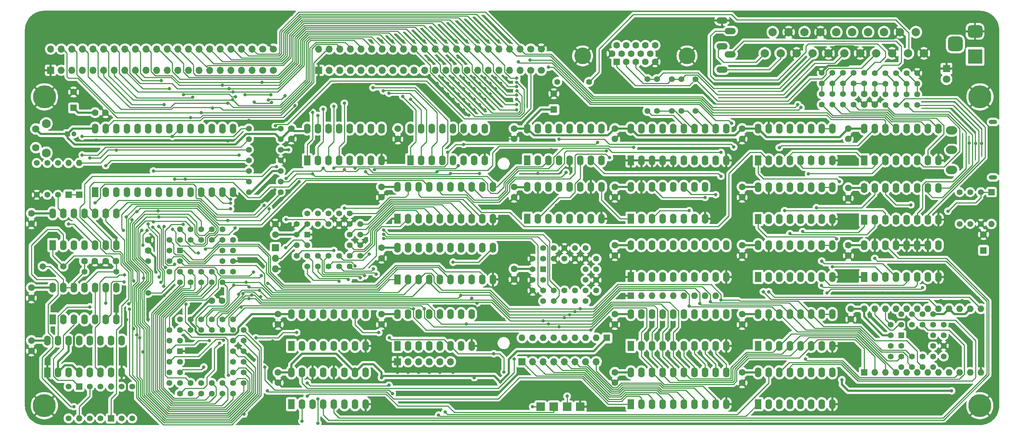
<source format=gbr>
%TF.GenerationSoftware,KiCad,Pcbnew,8.0.4*%
%TF.CreationDate,2024-09-22T18:44:28+01:00*%
%TF.ProjectId,v2a,7632612e-6b69-4636-9164-5f7063625858,rev?*%
%TF.SameCoordinates,Original*%
%TF.FileFunction,Copper,L1,Top*%
%TF.FilePolarity,Positive*%
%FSLAX46Y46*%
G04 Gerber Fmt 4.6, Leading zero omitted, Abs format (unit mm)*
G04 Created by KiCad (PCBNEW 8.0.4) date 2024-09-22 18:44:28*
%MOMM*%
%LPD*%
G01*
G04 APERTURE LIST*
G04 Aperture macros list*
%AMRoundRect*
0 Rectangle with rounded corners*
0 $1 Rounding radius*
0 $2 $3 $4 $5 $6 $7 $8 $9 X,Y pos of 4 corners*
0 Add a 4 corners polygon primitive as box body*
4,1,4,$2,$3,$4,$5,$6,$7,$8,$9,$2,$3,0*
0 Add four circle primitives for the rounded corners*
1,1,$1+$1,$2,$3*
1,1,$1+$1,$4,$5*
1,1,$1+$1,$6,$7*
1,1,$1+$1,$8,$9*
0 Add four rect primitives between the rounded corners*
20,1,$1+$1,$2,$3,$4,$5,0*
20,1,$1+$1,$4,$5,$6,$7,0*
20,1,$1+$1,$6,$7,$8,$9,0*
20,1,$1+$1,$8,$9,$2,$3,0*%
G04 Aperture macros list end*
%TA.AperFunction,ComponentPad*%
%ADD10C,1.600000*%
%TD*%
%TA.AperFunction,ComponentPad*%
%ADD11R,1.600000X1.600000*%
%TD*%
%TA.AperFunction,ComponentPad*%
%ADD12O,1.600000X1.600000*%
%TD*%
%TA.AperFunction,ComponentPad*%
%ADD13R,1.422400X1.422400*%
%TD*%
%TA.AperFunction,ComponentPad*%
%ADD14C,1.422400*%
%TD*%
%TA.AperFunction,ComponentPad*%
%ADD15R,1.600000X2.400000*%
%TD*%
%TA.AperFunction,ComponentPad*%
%ADD16O,1.600000X2.400000*%
%TD*%
%TA.AperFunction,ComponentPad*%
%ADD17R,3.500000X3.500000*%
%TD*%
%TA.AperFunction,ComponentPad*%
%ADD18RoundRect,0.750000X-1.000000X0.750000X-1.000000X-0.750000X1.000000X-0.750000X1.000000X0.750000X0*%
%TD*%
%TA.AperFunction,ComponentPad*%
%ADD19RoundRect,0.875000X-0.875000X0.875000X-0.875000X-0.875000X0.875000X-0.875000X0.875000X0.875000X0*%
%TD*%
%TA.AperFunction,ComponentPad*%
%ADD20C,4.000000*%
%TD*%
%TA.AperFunction,ComponentPad*%
%ADD21C,1.400000*%
%TD*%
%TA.AperFunction,ComponentPad*%
%ADD22R,1.200000X1.200000*%
%TD*%
%TA.AperFunction,ComponentPad*%
%ADD23C,1.200000*%
%TD*%
%TA.AperFunction,ComponentPad*%
%ADD24R,1.500000X1.500000*%
%TD*%
%TA.AperFunction,ComponentPad*%
%ADD25O,1.500000X1.500000*%
%TD*%
%TA.AperFunction,ComponentPad*%
%ADD26C,5.500000*%
%TD*%
%TA.AperFunction,ComponentPad*%
%ADD27C,1.750000*%
%TD*%
%TA.AperFunction,ComponentPad*%
%ADD28C,2.100000*%
%TD*%
%TA.AperFunction,ComponentPad*%
%ADD29R,1.700000X1.700000*%
%TD*%
%TA.AperFunction,ComponentPad*%
%ADD30O,1.700000X1.700000*%
%TD*%
%TA.AperFunction,ComponentPad*%
%ADD31O,2.700000X2.000000*%
%TD*%
%TA.AperFunction,ComponentPad*%
%ADD32O,2.000000X1.000000*%
%TD*%
%TA.AperFunction,SMDPad,CuDef*%
%ADD33R,2.000000X2.000000*%
%TD*%
%TA.AperFunction,ComponentPad*%
%ADD34C,1.998980*%
%TD*%
%TA.AperFunction,ComponentPad*%
%ADD35R,1.800000X1.800000*%
%TD*%
%TA.AperFunction,ComponentPad*%
%ADD36C,1.800000*%
%TD*%
%TA.AperFunction,ComponentPad*%
%ADD37C,1.700000*%
%TD*%
%TA.AperFunction,ComponentPad*%
%ADD38O,2.700000X1.500000*%
%TD*%
%TA.AperFunction,ComponentPad*%
%ADD39C,1.500000*%
%TD*%
%TA.AperFunction,ViaPad*%
%ADD40C,0.800000*%
%TD*%
%TA.AperFunction,Conductor*%
%ADD41C,0.500000*%
%TD*%
%TA.AperFunction,Conductor*%
%ADD42C,0.250000*%
%TD*%
G04 APERTURE END LIST*
D10*
%TO.P,Cd11,1*%
%TO.N,+5V*%
X100965000Y-127020000D03*
%TO.P,Cd11,2*%
%TO.N,GND*%
X100965000Y-129520000D03*
%TD*%
D11*
%TO.P,U20,1,D7*%
%TO.N,D7*%
X241300000Y-127010000D03*
D12*
%TO.P,U20,2,D6*%
%TO.N,D6*%
X243840000Y-127010000D03*
%TO.P,U20,3,D5*%
%TO.N,D5*%
X246380000Y-127010000D03*
%TO.P,U20,4,D4*%
%TO.N,D4*%
X248920000Y-127010000D03*
%TO.P,U20,5,D3*%
%TO.N,D3*%
X251460000Y-127010000D03*
%TO.P,U20,6,D2*%
%TO.N,D2*%
X254000000Y-127010000D03*
%TO.P,U20,7,D1*%
%TO.N,D1*%
X256540000Y-127010000D03*
%TO.P,U20,8,D0*%
%TO.N,D0*%
X259080000Y-127010000D03*
%TO.P,U20,9,CLK0*%
%TO.N,CLK2*%
X261620000Y-127010000D03*
%TO.P,U20,10,OUT0*%
%TO.N,/Audio/Osc 1*%
X264160000Y-127010000D03*
%TO.P,U20,11,G0*%
%TO.N,+5V*%
X266700000Y-127010000D03*
%TO.P,U20,12,GND*%
%TO.N,GND*%
X269240000Y-127010000D03*
%TO.P,U20,13,OUT1*%
%TO.N,/Audio/Osc 2*%
X269240000Y-111770000D03*
%TO.P,U20,14,G1*%
%TO.N,+5V*%
X266700000Y-111770000D03*
%TO.P,U20,15,CLK1*%
%TO.N,CLK2*%
X264160000Y-111770000D03*
%TO.P,U20,16,G2*%
%TO.N,+5V*%
X261620000Y-111770000D03*
%TO.P,U20,17,OUT2*%
%TO.N,/Audio/Osc 3*%
X259080000Y-111770000D03*
%TO.P,U20,18,CLK2*%
%TO.N,CLK2*%
X256540000Y-111770000D03*
%TO.P,U20,19,A0*%
%TO.N,A0*%
X254000000Y-111770000D03*
%TO.P,U20,20,A1*%
%TO.N,A1*%
X251460000Y-111770000D03*
%TO.P,U20,21,~{CS}*%
%TO.N,/Audio/82c54*%
X248920000Y-111770000D03*
%TO.P,U20,22,~{RD}*%
%TO.N,~{R}{slash}W*%
X246380000Y-111770000D03*
%TO.P,U20,23,~{WR}*%
%TO.N,~{WR}*%
X243840000Y-111770000D03*
%TO.P,U20,24,VCC*%
%TO.N,+5V*%
X241300000Y-111770000D03*
%TD*%
D13*
%TO.P,U5,1,A18*%
%TO.N,GND*%
X107950000Y-93980000D03*
D14*
%TO.P,U5,2,A16*%
%TO.N,~{PAL}{slash}NTSC*%
X105410000Y-96520000D03*
%TO.P,U5,3,A15*%
%TO.N,Net-(U4-Q11)*%
X107950000Y-96520000D03*
%TO.P,U5,4,A12*%
%TO.N,Net-(U4-Q8)*%
X105410000Y-99060000D03*
%TO.P,U5,5,A7*%
%TO.N,Net-(U4-Q3)*%
X107950000Y-101600000D03*
%TO.P,U5,6,A6*%
%TO.N,Net-(U4-Q2)*%
X107950000Y-99060000D03*
%TO.P,U5,7,A5*%
%TO.N,Net-(U4-Q1)*%
X110490000Y-101600000D03*
%TO.P,U5,8,A4*%
%TO.N,Net-(U4-Q0)*%
X110490000Y-99060000D03*
%TO.P,U5,9,A3*%
%TO.N,Net-(U3-Q7)*%
X113030000Y-101600000D03*
%TO.P,U5,10,A2*%
%TO.N,Net-(U3-Q6)*%
X113030000Y-99060000D03*
%TO.P,U5,11,A1*%
%TO.N,AudioMux1*%
X115570000Y-101600000D03*
%TO.P,U5,12,A0*%
%TO.N,AudioMux0*%
X115570000Y-99060000D03*
%TO.P,U5,13,D0*%
%TO.N,Net-(U5-D0)*%
X118110000Y-101600000D03*
%TO.P,U5,14,D1*%
%TO.N,Net-(U5-D1)*%
X120650000Y-99060000D03*
%TO.P,U5,15,D2*%
%TO.N,Net-(U5-D2)*%
X118110000Y-99060000D03*
%TO.P,U5,16,VSS*%
%TO.N,GND*%
X120650000Y-96520000D03*
%TO.P,U5,17,D3*%
%TO.N,Net-(U5-D3)*%
X118110000Y-96520000D03*
%TO.P,U5,18,D4*%
%TO.N,Net-(U5-D4)*%
X120650000Y-93980000D03*
%TO.P,U5,19,D5*%
%TO.N,Net-(U5-D5)*%
X118110000Y-93980000D03*
%TO.P,U5,20,D6*%
%TO.N,Net-(U5-D6)*%
X120650000Y-91440000D03*
%TO.P,U5,21,D7*%
%TO.N,Net-(U5-D7)*%
X118110000Y-88900000D03*
%TO.P,U5,22,~{CE}*%
%TO.N,GND*%
X118110000Y-91440000D03*
%TO.P,U5,23,A10*%
%TO.N,Net-(U4-Q6)*%
X115570000Y-88900000D03*
%TO.P,U5,24,~{OE}*%
%TO.N,GND*%
X115570000Y-91440000D03*
%TO.P,U5,25,A11*%
%TO.N,Net-(U4-Q7)*%
X113030000Y-88900000D03*
%TO.P,U5,26,A9*%
%TO.N,Net-(U4-Q5)*%
X113030000Y-91440000D03*
%TO.P,U5,27,A8*%
%TO.N,Net-(U4-Q4)*%
X110490000Y-88900000D03*
%TO.P,U5,28,A13*%
%TO.N,Net-(U4-Q9)*%
X110490000Y-91440000D03*
%TO.P,U5,29,A14*%
%TO.N,Net-(U4-Q10)*%
X107950000Y-88900000D03*
%TO.P,U5,30,A17*%
%TO.N,GND*%
X105410000Y-91440000D03*
%TO.P,U5,31,~{WE}*%
%TO.N,+5V*%
X107950000Y-91440000D03*
%TO.P,U5,32,VDD*%
X105410000Y-93980000D03*
%TD*%
D10*
%TO.P,Cd4,1*%
%TO.N,+5V*%
X125730000Y-97155000D03*
%TO.P,Cd4,2*%
%TO.N,GND*%
X125730000Y-99655000D03*
%TD*%
%TO.P,C5,1*%
%TO.N,GND*%
X243840000Y-62825000D03*
%TO.P,C5,2*%
%TO.N,Net-(C5-Pad2)*%
X243840000Y-60325000D03*
%TD*%
%TO.P,Cd28,1*%
%TO.N,+5V*%
X212090000Y-82550000D03*
%TO.P,Cd28,2*%
%TO.N,GND*%
X212090000Y-85050000D03*
%TD*%
D15*
%TO.P,U19,1,D2*%
%TO.N,D5*%
X241300000Y-76200000D03*
D16*
%TO.P,U19,2,D3*%
%TO.N,D6*%
X243840000Y-76200000D03*
%TO.P,U19,3,D4*%
%TO.N,D7*%
X246380000Y-76200000D03*
%TO.P,U19,4,Rb*%
%TO.N,AudioMux1*%
X248920000Y-76200000D03*
%TO.P,U19,5,Ra*%
%TO.N,AudioMux0*%
X251460000Y-76200000D03*
%TO.P,U19,6,Q4*%
%TO.N,/Audio/L3*%
X254000000Y-76200000D03*
%TO.P,U19,7,Q3*%
%TO.N,/Audio/L2*%
X256540000Y-76200000D03*
%TO.P,U19,8,GND*%
%TO.N,GND*%
X259080000Y-76200000D03*
%TO.P,U19,9,Q2*%
%TO.N,/Audio/L1*%
X259080000Y-68580000D03*
%TO.P,U19,10,Q1*%
%TO.N,/Audio/L0*%
X256540000Y-68580000D03*
%TO.P,U19,11,~{Er}*%
%TO.N,/Audio/Sout*%
X254000000Y-68580000D03*
%TO.P,U19,12,~{Ew}*%
%TO.N,/Audio/volume*%
X251460000Y-68580000D03*
%TO.P,U19,13,Wb*%
%TO.N,A1*%
X248920000Y-68580000D03*
%TO.P,U19,14,Wa*%
%TO.N,A0*%
X246380000Y-68580000D03*
%TO.P,U19,15,D1*%
%TO.N,D4*%
X243840000Y-68580000D03*
%TO.P,U19,16,VCC*%
%TO.N,+5V*%
X241300000Y-68580000D03*
%TD*%
D17*
%TO.P,J3,1*%
%TO.N,VBUS*%
X267857500Y-51300000D03*
D18*
%TO.P,J3,2*%
%TO.N,GND*%
X267857500Y-45300000D03*
D19*
%TO.P,J3,MP,MountPin*%
%TO.N,unconnected-(J3-MountPin-PadMP)*%
X263157500Y-48300000D03*
%TD*%
D20*
%TO.P,J7,0*%
%TO.N,GND*%
X198890000Y-51181000D03*
X173890000Y-51181000D03*
D11*
%TO.P,J7,1*%
%TO.N,VRed*%
X182075000Y-52601000D03*
D10*
%TO.P,J7,2*%
%TO.N,VGreen*%
X184365000Y-52601000D03*
%TO.P,J7,3*%
%TO.N,VBlue*%
X186655000Y-52601000D03*
%TO.P,J7,4*%
%TO.N,unconnected-(J7-Pad4)*%
X188945000Y-52601000D03*
%TO.P,J7,5*%
%TO.N,GND*%
X191235000Y-52601000D03*
%TO.P,J7,6*%
X180930000Y-50621000D03*
%TO.P,J7,7*%
X183220000Y-50621000D03*
%TO.P,J7,8*%
X185510000Y-50621000D03*
%TO.P,J7,9*%
X187800000Y-50621000D03*
%TO.P,J7,10*%
X190090000Y-50621000D03*
%TO.P,J7,11*%
%TO.N,unconnected-(J7-Pad11)*%
X182075000Y-48641000D03*
%TO.P,J7,12*%
%TO.N,unconnected-(J7-Pad12)*%
X184365000Y-48641000D03*
%TO.P,J7,13*%
%TO.N,~{HSync}*%
X186655000Y-48641000D03*
%TO.P,J7,14*%
%TO.N,~{VSync}*%
X188945000Y-48641000D03*
%TO.P,J7,15*%
%TO.N,unconnected-(J7-Pad15)*%
X191235000Y-48641000D03*
%TD*%
D21*
%TO.P,R25,1*%
%TO.N,Net-(R20-Pad1)*%
X236220000Y-55245000D03*
%TO.P,R25,2*%
%TO.N,Net-(R21-Pad1)*%
X236220000Y-57785000D03*
%TD*%
%TO.P,R10,1*%
%TO.N,A12*%
X93980000Y-76200000D03*
%TO.P,R10,2*%
%TO.N,GND*%
X101600000Y-76200000D03*
%TD*%
D15*
%TO.P,U18,1,D2*%
%TO.N,D1*%
X241300000Y-90407000D03*
D16*
%TO.P,U18,2,D3*%
%TO.N,D2*%
X243840000Y-90407000D03*
%TO.P,U18,3,D4*%
%TO.N,D3*%
X246380000Y-90407000D03*
%TO.P,U18,4,Rb*%
%TO.N,AudioMux1*%
X248920000Y-90407000D03*
%TO.P,U18,5,Ra*%
%TO.N,AudioMux0*%
X251460000Y-90407000D03*
%TO.P,U18,6,Q4*%
%TO.N,/Audio/R3*%
X254000000Y-90407000D03*
%TO.P,U18,7,Q3*%
%TO.N,/Audio/R2*%
X256540000Y-90407000D03*
%TO.P,U18,8,GND*%
%TO.N,GND*%
X259080000Y-90407000D03*
%TO.P,U18,9,Q2*%
%TO.N,/Audio/R1*%
X259080000Y-82787000D03*
%TO.P,U18,10,Q1*%
%TO.N,/Audio/R0*%
X256540000Y-82787000D03*
%TO.P,U18,11,~{Er}*%
%TO.N,/Audio/Sout*%
X254000000Y-82787000D03*
%TO.P,U18,12,~{Ew}*%
%TO.N,/Audio/volume*%
X251460000Y-82787000D03*
%TO.P,U18,13,Wb*%
%TO.N,A1*%
X248920000Y-82787000D03*
%TO.P,U18,14,Wa*%
%TO.N,A0*%
X246380000Y-82787000D03*
%TO.P,U18,15,D1*%
%TO.N,D0*%
X243840000Y-82787000D03*
%TO.P,U18,16,VCC*%
%TO.N,+5V*%
X241300000Y-82787000D03*
%TD*%
D10*
%TO.P,Cd32,1*%
%TO.N,+5V*%
X212090000Y-127000000D03*
%TO.P,Cd32,2*%
%TO.N,GND*%
X212090000Y-129500000D03*
%TD*%
D21*
%TO.P,R7,1*%
%TO.N,Net-(C2-Pad1)*%
X54610000Y-102870000D03*
%TO.P,R7,2*%
%TO.N,Net-(C3-Pad1)*%
X62230000Y-102870000D03*
%TD*%
D22*
%TO.P,C1,1*%
%TO.N,+5V*%
X50570000Y-69850000D03*
D23*
%TO.P,C1,2*%
%TO.N,Net-(C1-Pad2)*%
X52070000Y-69850000D03*
%TD*%
D21*
%TO.P,R11,1*%
%TO.N,A13*%
X93980000Y-73660000D03*
%TO.P,R11,2*%
%TO.N,+5V*%
X101600000Y-73660000D03*
%TD*%
%TO.P,R16,1*%
%TO.N,/Video/bit 1*%
X195240000Y-64372000D03*
%TO.P,R16,2*%
%TO.N,VGreen*%
X195240000Y-56752000D03*
%TD*%
%TO.P,R24,1*%
%TO.N,Net-(R19-Pad1)*%
X233680000Y-55245000D03*
%TO.P,R24,2*%
%TO.N,Net-(R20-Pad1)*%
X233680000Y-57785000D03*
%TD*%
D11*
%TO.P,RN2,1,common*%
%TO.N,+5V*%
X179705000Y-118745000D03*
D12*
%TO.P,RN2,2,R1*%
%TO.N,/IO/KeyOUT 0*%
X177165000Y-118745000D03*
%TO.P,RN2,3,R2*%
%TO.N,/IO/KeyOUT 1*%
X174625000Y-118745000D03*
%TO.P,RN2,4,R3*%
%TO.N,/IO/KeyOUT 2*%
X172085000Y-118745000D03*
%TO.P,RN2,5,R4*%
%TO.N,/IO/KeyOUT 3*%
X169545000Y-118745000D03*
%TO.P,RN2,6,R5*%
%TO.N,/IO/KeyOUT 4*%
X167005000Y-118745000D03*
%TO.P,RN2,7,R6*%
%TO.N,/IO/KeyOUT 5*%
X164465000Y-118745000D03*
%TO.P,RN2,8,R7*%
%TO.N,/IO/KeyOUT 6*%
X161925000Y-118745000D03*
%TO.P,RN2,9,R8*%
%TO.N,/IO/KeyOUT 7*%
X159385000Y-118745000D03*
%TD*%
D21*
%TO.P,R9,1*%
%TO.N,A11*%
X93980000Y-78740000D03*
%TO.P,R9,2*%
%TO.N,+5V*%
X101600000Y-78740000D03*
%TD*%
D24*
%TO.P,D4,1,K*%
%TO.N,Net-(D4-K)*%
X53340000Y-84455000D03*
D25*
%TO.P,D4,2,A*%
%TO.N,ROM DISABLE*%
X53340000Y-76835000D03*
%TD*%
D26*
%TO.P,H2,1,1*%
%TO.N,GND*%
X45000000Y-135000000D03*
%TD*%
D15*
%TO.P,U3,1,Q1*%
%TO.N,CLK2*%
X104140000Y-134640000D03*
D16*
%TO.P,U3,2,Q2*%
%TO.N,CLK4*%
X106680000Y-134640000D03*
%TO.P,U3,3,Q3*%
%TO.N,CLK8*%
X109220000Y-134640000D03*
%TO.P,U3,4,Q4*%
%TO.N,AudioMux0*%
X111760000Y-134640000D03*
%TO.P,U3,5,Q5*%
%TO.N,AudioMux1*%
X114300000Y-134640000D03*
%TO.P,U3,6,Q6*%
%TO.N,Net-(U3-Q6)*%
X116840000Y-134640000D03*
%TO.P,U3,7,Q7*%
%TO.N,Net-(U3-Q7)*%
X119380000Y-134640000D03*
%TO.P,U3,8,GND*%
%TO.N,GND*%
X121920000Y-134640000D03*
%TO.P,U3,9,~{RCO}*%
%TO.N,unconnected-(U3-~{RCO}-Pad9)*%
X121920000Y-127020000D03*
%TO.P,U3,10,~{MRC}*%
%TO.N,+5V*%
X119380000Y-127020000D03*
%TO.P,U3,11,CPC*%
%TO.N,CLK0*%
X116840000Y-127020000D03*
%TO.P,U3,12,~{CE}*%
%TO.N,GND*%
X114300000Y-127020000D03*
%TO.P,U3,13,CPR*%
%TO.N,CLK0*%
X111760000Y-127020000D03*
%TO.P,U3,14,~{OE}*%
%TO.N,GND*%
X109220000Y-127020000D03*
%TO.P,U3,15,Q0*%
%TO.N,CLK1*%
X106680000Y-127020000D03*
%TO.P,U3,16,VCC*%
%TO.N,+5V*%
X104140000Y-127020000D03*
%TD*%
D15*
%TO.P,U16,1,E*%
%TO.N,~{OscWr}*%
X215900000Y-134620000D03*
D16*
%TO.P,U16,2,A0*%
%TO.N,A3*%
X218440000Y-134620000D03*
%TO.P,U16,3,A1*%
%TO.N,CLK2*%
X220980000Y-134620000D03*
%TO.P,U16,4,O0*%
%TO.N,unconnected-(U16A-O0-Pad4)*%
X223520000Y-134620000D03*
%TO.P,U16,5,O1*%
%TO.N,unconnected-(U16A-O1-Pad5)*%
X226060000Y-134620000D03*
%TO.P,U16,6,O2*%
%TO.N,/Audio/82c54*%
X228600000Y-134620000D03*
%TO.P,U16,7,O3*%
%TO.N,/Audio/volume*%
X231140000Y-134620000D03*
%TO.P,U16,8,GND*%
%TO.N,GND*%
X233680000Y-134620000D03*
%TO.P,U16,9,O3*%
%TO.N,/Audio/wave 4*%
X233680000Y-127000000D03*
%TO.P,U16,10,O2*%
%TO.N,/Audio/wave 3*%
X231140000Y-127000000D03*
%TO.P,U16,11,O1*%
%TO.N,/Audio/wave 2*%
X228600000Y-127000000D03*
%TO.P,U16,12,O0*%
%TO.N,/Audio/wave 1*%
X226060000Y-127000000D03*
%TO.P,U16,13,A1*%
%TO.N,A1*%
X223520000Y-127000000D03*
%TO.P,U16,14,A0*%
%TO.N,A0*%
X220980000Y-127000000D03*
%TO.P,U16,15,E*%
%TO.N,~{VolWr}*%
X218440000Y-127000000D03*
%TO.P,U16,16,VCC*%
%TO.N,+5V*%
X215900000Y-127000000D03*
%TD*%
D21*
%TO.P,R39,1*%
%TO.N,~{Sync}*%
X167808000Y-57387000D03*
%TO.P,R39,2*%
%TO.N,Net-(J4-P19)*%
X175428000Y-57387000D03*
%TD*%
%TO.P,R34,1*%
%TO.N,Net-(R29-Pad1)*%
X248920000Y-55295000D03*
%TO.P,R34,2*%
%TO.N,Net-(R30-Pad1)*%
X248920000Y-57835000D03*
%TD*%
D10*
%TO.P,C3,2*%
%TO.N,GND*%
X59690000Y-100330000D03*
%TO.P,C3,1*%
%TO.N,Net-(C3-Pad1)*%
X62190000Y-100330000D03*
%TD*%
D15*
%TO.P,U7,1,A0*%
%TO.N,CLK2*%
X160655000Y-76200000D03*
D16*
%TO.P,U7,2,A1*%
%TO.N,CLK4*%
X163195000Y-76200000D03*
%TO.P,U7,3,A2*%
%TO.N,CLK8*%
X165735000Y-76200000D03*
%TO.P,U7,4,~{E0}*%
%TO.N,GND*%
X168275000Y-76200000D03*
%TO.P,U7,5,~{E1}*%
X170815000Y-76200000D03*
%TO.P,U7,6,E2*%
%TO.N,CLK1*%
X173355000Y-76200000D03*
%TO.P,U7,7,~{Y7}*%
%TO.N,~{PalGet}*%
X175895000Y-76200000D03*
%TO.P,U7,8,GND*%
%TO.N,GND*%
X178435000Y-76200000D03*
%TO.P,U7,9,~{Y6}*%
%TO.N,~{RegTick}*%
X178435000Y-68580000D03*
%TO.P,U7,10,~{Y5}*%
%TO.N,/Video/~{Y5}*%
X175895000Y-68580000D03*
%TO.P,U7,11,~{Y4}*%
%TO.N,/Video/~{Y4}*%
X173355000Y-68580000D03*
%TO.P,U7,12,~{Y3}*%
%TO.N,~{ChrGet}*%
X170815000Y-68580000D03*
%TO.P,U7,13,~{Y2}*%
%TO.N,~{PalPush}*%
X168275000Y-68580000D03*
%TO.P,U7,14,~{Y1}*%
%TO.N,/Video/~{Y1}*%
X165735000Y-68580000D03*
%TO.P,U7,15,~{Y0}*%
%TO.N,/Video/~{Y0}*%
X163195000Y-68580000D03*
%TO.P,U7,16,VCC*%
%TO.N,+5V*%
X160655000Y-68580000D03*
%TD*%
D21*
%TO.P,R2,1*%
%TO.N,R{slash}~{W}*%
X101600000Y-83820000D03*
%TO.P,R2,2*%
%TO.N,+5V*%
X93980000Y-83820000D03*
%TD*%
D27*
%TO.P,SW1,2,2*%
%TO.N,+5V*%
X42976000Y-68672000D03*
%TO.P,SW1,1,1*%
%TO.N,Net-(R4-Pad1)*%
X42976000Y-73172000D03*
D28*
%TO.P,SW1,*%
%TO.N,*%
X45466000Y-67412000D03*
X45466000Y-74422000D03*
%TD*%
D21*
%TO.P,R22,1*%
%TO.N,Net-(C4-Pad2)*%
X238760000Y-60325000D03*
%TO.P,R22,2*%
%TO.N,/Audio/L3*%
X238760000Y-62865000D03*
%TD*%
%TO.P,R5,1*%
%TO.N,Net-(R4-Pad1)*%
X45720000Y-76835000D03*
%TO.P,R5,2*%
%TO.N,Net-(C1-Pad2)*%
X45720000Y-84455000D03*
%TD*%
D29*
%TO.P,J2,1,Pin_1*%
%TO.N,/IO/KeyOUT 7*%
X159385000Y-124460000D03*
D30*
%TO.P,J2,2,Pin_2*%
%TO.N,/IO/KeyOUT 6*%
X161925000Y-124460000D03*
%TO.P,J2,3,Pin_3*%
%TO.N,/IO/KeyOUT 5*%
X164465000Y-124460000D03*
%TO.P,J2,4,Pin_4*%
%TO.N,/IO/KeyOUT 4*%
X167005000Y-124460000D03*
%TO.P,J2,5,Pin_5*%
%TO.N,/IO/KeyOUT 3*%
X169545000Y-124460000D03*
%TO.P,J2,6,Pin_6*%
%TO.N,/IO/KeyOUT 2*%
X172085000Y-124460000D03*
%TO.P,J2,7,Pin_7*%
%TO.N,/IO/KeyOUT 1*%
X174625000Y-124460000D03*
%TO.P,J2,8,Pin_8*%
%TO.N,/IO/KeyOUT 0*%
X177165000Y-124460000D03*
%TD*%
D21*
%TO.P,R15,1*%
%TO.N,/Video/bit 1*%
X191684000Y-64372000D03*
%TO.P,R15,2*%
%TO.N,VBlue*%
X191684000Y-56752000D03*
%TD*%
%TO.P,R6,1*%
%TO.N,Net-(C1-Pad2)*%
X48260000Y-76835000D03*
%TO.P,R6,2*%
%TO.N,Net-(R6-Pad2)*%
X48260000Y-84455000D03*
%TD*%
%TO.P,R32,1*%
%TO.N,GND*%
X254000000Y-55295000D03*
%TO.P,R32,2*%
%TO.N,Net-(R28-Pad1)*%
X254000000Y-57835000D03*
%TD*%
D31*
%TO.P,SW2,3,C*%
%TO.N,unconnected-(SW2-C-Pad3)*%
X262255000Y-69010000D03*
%TO.P,SW2,2,B*%
%TO.N,VBUS*%
X262255000Y-73710000D03*
%TO.P,SW2,1,A*%
%TO.N,+5V*%
X262255000Y-78510000D03*
D32*
%TO.P,SW2,*%
%TO.N,*%
X272155000Y-67010000D03*
X272155000Y-80310000D03*
%TD*%
D21*
%TO.P,R38,1*%
%TO.N,+5V*%
X266700000Y-91440000D03*
%TO.P,R38,2*%
%TO.N,Net-(D6-A)*%
X266700000Y-83820000D03*
%TD*%
D10*
%TO.P,Cd27,1*%
%TO.N,+5V*%
X41910000Y-88900000D03*
%TO.P,Cd27,2*%
%TO.N,GND*%
X41910000Y-91400000D03*
%TD*%
D21*
%TO.P,R21,1*%
%TO.N,Net-(R21-Pad1)*%
X236220000Y-60325000D03*
%TO.P,R21,2*%
%TO.N,/Audio/L2*%
X236220000Y-62865000D03*
%TD*%
D10*
%TO.P,Cd1,1*%
%TO.N,+5V*%
X181610000Y-113030000D03*
%TO.P,Cd1,2*%
%TO.N,GND*%
X181610000Y-115530000D03*
%TD*%
D21*
%TO.P,R3,1*%
%TO.N,~{NMI}*%
X58420000Y-130412000D03*
%TO.P,R3,2*%
%TO.N,+5V*%
X58420000Y-138032000D03*
%TD*%
D15*
%TO.P,U15,1,OE*%
%TO.N,GND*%
X185420000Y-76200000D03*
D16*
%TO.P,U15,2,D0*%
X187960000Y-76200000D03*
%TO.P,U15,3,D1*%
X190500000Y-76200000D03*
%TO.P,U15,4,D2*%
X193040000Y-76200000D03*
%TO.P,U15,5,D3*%
X195580000Y-76200000D03*
%TO.P,U15,6,D4*%
%TO.N,Net-(U14-Za)*%
X198120000Y-76200000D03*
%TO.P,U15,7,D5*%
%TO.N,Net-(U14-Zb)*%
X200660000Y-76200000D03*
%TO.P,U15,8,D6*%
%TO.N,Net-(U14-Zc)*%
X203200000Y-76200000D03*
%TO.P,U15,9,D7*%
%TO.N,Net-(U14-Zd)*%
X205740000Y-76200000D03*
%TO.P,U15,10,GND*%
%TO.N,GND*%
X208280000Y-76200000D03*
%TO.P,U15,11,Cp*%
%TO.N,~{CLK1}*%
X208280000Y-68580000D03*
%TO.P,U15,12,Q7*%
%TO.N,/Video/bit 3*%
X205740000Y-68580000D03*
%TO.P,U15,13,Q6*%
%TO.N,/Video/bit 2*%
X203200000Y-68580000D03*
%TO.P,U15,14,Q5*%
%TO.N,/Video/bit 1*%
X200660000Y-68580000D03*
%TO.P,U15,15,Q4*%
%TO.N,/Video/bit 0*%
X198120000Y-68580000D03*
%TO.P,U15,16,Q3*%
%TO.N,unconnected-(U15-Q3-Pad16)*%
X195580000Y-68580000D03*
%TO.P,U15,17,Q2*%
%TO.N,unconnected-(U15-Q2-Pad17)*%
X193040000Y-68580000D03*
%TO.P,U15,18,Q1*%
%TO.N,unconnected-(U15-Q1-Pad18)*%
X190500000Y-68580000D03*
%TO.P,U15,19,Q0*%
%TO.N,unconnected-(U15-Q0-Pad19)*%
X187960000Y-68580000D03*
%TO.P,U15,20,VCC*%
%TO.N,+5V*%
X185420000Y-68580000D03*
%TD*%
D10*
%TO.P,Cd15,1*%
%TO.N,+5V*%
X41910000Y-119380000D03*
%TO.P,Cd15,2*%
%TO.N,GND*%
X41910000Y-121880000D03*
%TD*%
%TO.P,Cd30,1*%
%TO.N,+5V*%
X212090000Y-68580000D03*
%TO.P,Cd30,2*%
%TO.N,GND*%
X212090000Y-71080000D03*
%TD*%
D15*
%TO.P,U17,1,Ea*%
%TO.N,GND*%
X241300000Y-104140000D03*
D16*
%TO.P,U17,2,S1*%
%TO.N,AudioMux1*%
X243840000Y-104140000D03*
%TO.P,U17,3,I3a*%
%TO.N,/Audio/Ch4*%
X246380000Y-104140000D03*
%TO.P,U17,4,I2a*%
%TO.N,/Audio/Ch3*%
X248920000Y-104140000D03*
%TO.P,U17,5,I1a*%
%TO.N,/Audio/Ch2*%
X251460000Y-104140000D03*
%TO.P,U17,6,I0a*%
%TO.N,/Audio/Ch1*%
X254000000Y-104140000D03*
%TO.P,U17,7,Za*%
%TO.N,/Audio/Sout*%
X256540000Y-104140000D03*
%TO.P,U17,8,GND*%
%TO.N,GND*%
X259080000Y-104140000D03*
%TO.P,U17,9,Zb*%
%TO.N,unconnected-(U17-Zb-Pad9)*%
X259080000Y-96520000D03*
%TO.P,U17,10,I0b*%
%TO.N,GND*%
X256540000Y-96520000D03*
%TO.P,U17,11,I1b*%
X254000000Y-96520000D03*
%TO.P,U17,12,I2b*%
X251460000Y-96520000D03*
%TO.P,U17,13,I3b*%
X248920000Y-96520000D03*
%TO.P,U17,14,S0*%
%TO.N,AudioMux0*%
X246380000Y-96520000D03*
%TO.P,U17,15,Eb*%
%TO.N,GND*%
X243840000Y-96520000D03*
%TO.P,U17,16,VCC*%
%TO.N,+5V*%
X241300000Y-96520000D03*
%TD*%
D10*
%TO.P,C2,2*%
%TO.N,GND*%
X57110000Y-100330000D03*
%TO.P,C2,1*%
%TO.N,Net-(C2-Pad1)*%
X54610000Y-100330000D03*
%TD*%
%TO.P,Cd9,1*%
%TO.N,+5V*%
X212090000Y-96520000D03*
%TO.P,Cd9,2*%
%TO.N,GND*%
X212090000Y-99020000D03*
%TD*%
%TO.P,Cd29,1*%
%TO.N,+5V*%
X157480000Y-68580000D03*
%TO.P,Cd29,2*%
%TO.N,GND*%
X157480000Y-71080000D03*
%TD*%
D21*
%TO.P,R1,1*%
%TO.N,RDY*%
X55880000Y-130412000D03*
%TO.P,R1,2*%
%TO.N,+5V*%
X55880000Y-138032000D03*
%TD*%
%TO.P,R28,1*%
%TO.N,Net-(R28-Pad1)*%
X254000000Y-60375000D03*
%TO.P,R28,2*%
%TO.N,/Audio/R0*%
X254000000Y-62915000D03*
%TD*%
D10*
%TO.P,Cd19,1*%
%TO.N,+5V*%
X104140000Y-68580000D03*
%TO.P,Cd19,2*%
%TO.N,GND*%
X104140000Y-71080000D03*
%TD*%
D21*
%TO.P,R14,1*%
%TO.N,/Video/bit 0*%
X189398000Y-64372000D03*
%TO.P,R14,2*%
%TO.N,VBlue*%
X189398000Y-56752000D03*
%TD*%
D10*
%TO.P,Cd2,1*%
%TO.N,+5V*%
X181610000Y-127000000D03*
%TO.P,Cd2,2*%
%TO.N,GND*%
X181610000Y-129500000D03*
%TD*%
D15*
%TO.P,U32,1,~{Mr}*%
%TO.N,~{VP}*%
X129540000Y-104775000D03*
D16*
%TO.P,U32,2,Q0*%
%TO.N,B0*%
X132080000Y-104775000D03*
%TO.P,U32,3,D0*%
%TO.N,D0*%
X134620000Y-104775000D03*
%TO.P,U32,4,D1*%
%TO.N,D1*%
X137160000Y-104775000D03*
%TO.P,U32,5,Q1*%
%TO.N,B1*%
X139700000Y-104775000D03*
%TO.P,U32,6,Q2*%
%TO.N,B2*%
X142240000Y-104775000D03*
%TO.P,U32,7,D2*%
%TO.N,D2*%
X144780000Y-104775000D03*
%TO.P,U32,8,D3*%
%TO.N,D3*%
X147320000Y-104775000D03*
%TO.P,U32,9,Q3*%
%TO.N,B3*%
X149860000Y-104775000D03*
%TO.P,U32,10,GND*%
%TO.N,GND*%
X152400000Y-104775000D03*
%TO.P,U32,11,Cp*%
%TO.N,/IO/BANK*%
X152400000Y-97155000D03*
%TO.P,U32,12,Q4*%
%TO.N,B4*%
X149860000Y-97155000D03*
%TO.P,U32,13,D4*%
%TO.N,D4*%
X147320000Y-97155000D03*
%TO.P,U32,14,D5*%
%TO.N,D5*%
X144780000Y-97155000D03*
%TO.P,U32,15,Q5*%
%TO.N,B5*%
X142240000Y-97155000D03*
%TO.P,U32,16,Q6*%
%TO.N,B6*%
X139700000Y-97155000D03*
%TO.P,U32,17,D6*%
%TO.N,D6*%
X137160000Y-97155000D03*
%TO.P,U32,18,D7*%
%TO.N,D7*%
X134620000Y-97155000D03*
%TO.P,U32,19,Q7*%
%TO.N,B7*%
X132080000Y-97155000D03*
%TO.P,U32,20,VCC*%
%TO.N,+5V*%
X129540000Y-97155000D03*
%TD*%
D11*
%TO.P,C7,1*%
%TO.N,+5V*%
X167005000Y-64047380D03*
D10*
%TO.P,C7,2*%
%TO.N,GND*%
X167005000Y-60237380D03*
%TD*%
%TO.P,Cd13,1*%
%TO.N,+5V*%
X41910000Y-106680000D03*
%TO.P,Cd13,2*%
%TO.N,GND*%
X41910000Y-109180000D03*
%TD*%
D11*
%TO.P,C6,1*%
%TO.N,+5V*%
X269875000Y-97790000D03*
D10*
%TO.P,C6,2*%
%TO.N,GND*%
X269875000Y-93980000D03*
%TD*%
D24*
%TO.P,D1,1,K*%
%TO.N,BusDriver*%
X53340000Y-130412000D03*
D25*
%TO.P,D1,2,A*%
%TO.N,RDY*%
X53340000Y-138032000D03*
%TD*%
D15*
%TO.P,U24,1,~{PL}*%
%TO.N,/Audio/wave 3*%
X215900000Y-90270000D03*
D16*
%TO.P,U24,2,CP*%
%TO.N,/Audio/Osc 3*%
X218440000Y-90270000D03*
%TO.P,U24,3,D4*%
%TO.N,D4*%
X220980000Y-90270000D03*
%TO.P,U24,4,D5*%
%TO.N,D5*%
X223520000Y-90270000D03*
%TO.P,U24,5,D6*%
%TO.N,D6*%
X226060000Y-90270000D03*
%TO.P,U24,6,D7*%
%TO.N,D7*%
X228600000Y-90270000D03*
%TO.P,U24,7,~{Q7}*%
%TO.N,/Audio/Ch3*%
X231140000Y-90270000D03*
%TO.P,U24,8,GND*%
%TO.N,GND*%
X233680000Y-90270000D03*
%TO.P,U24,9,Q7*%
%TO.N,Net-(U24-DS)*%
X233680000Y-82650000D03*
%TO.P,U24,10,DS*%
X231140000Y-82650000D03*
%TO.P,U24,11,D0*%
%TO.N,D0*%
X228600000Y-82650000D03*
%TO.P,U24,12,D1*%
%TO.N,D1*%
X226060000Y-82650000D03*
%TO.P,U24,13,D2*%
%TO.N,D2*%
X223520000Y-82650000D03*
%TO.P,U24,14,D3*%
%TO.N,D3*%
X220980000Y-82650000D03*
%TO.P,U24,15,~{CE}*%
%TO.N,GND*%
X218440000Y-82650000D03*
%TO.P,U24,16,VCC*%
%TO.N,+5V*%
X215900000Y-82650000D03*
%TD*%
D15*
%TO.P,U14,1,S*%
%TO.N,Net-(U13-Q7)*%
X185420000Y-90170000D03*
D16*
%TO.P,U14,2,I0a*%
%TO.N,/Video/Pa0*%
X187960000Y-90170000D03*
%TO.P,U14,3,I1a*%
%TO.N,/Video/Pb0*%
X190500000Y-90170000D03*
%TO.P,U14,4,Za*%
%TO.N,Net-(U14-Za)*%
X193040000Y-90170000D03*
%TO.P,U14,5,I0b*%
%TO.N,/Video/Pa1*%
X195580000Y-90170000D03*
%TO.P,U14,6,I1b*%
%TO.N,/Video/Pb1*%
X198120000Y-90170000D03*
%TO.P,U14,7,Zb*%
%TO.N,Net-(U14-Zb)*%
X200660000Y-90170000D03*
%TO.P,U14,8,GND*%
%TO.N,GND*%
X203200000Y-90170000D03*
%TO.P,U14,9,Zc*%
%TO.N,Net-(U14-Zc)*%
X203200000Y-82550000D03*
%TO.P,U14,10,I1c*%
%TO.N,/Video/Pb2*%
X200660000Y-82550000D03*
%TO.P,U14,11,I0c*%
%TO.N,/Video/Pa2*%
X198120000Y-82550000D03*
%TO.P,U14,12,Zd*%
%TO.N,Net-(U14-Zd)*%
X195580000Y-82550000D03*
%TO.P,U14,13,I1d*%
%TO.N,/Video/Pb3*%
X193040000Y-82550000D03*
%TO.P,U14,14,I0d*%
%TO.N,/Video/Pa3*%
X190500000Y-82550000D03*
%TO.P,U14,15,E*%
%TO.N,GND*%
X187960000Y-82550000D03*
%TO.P,U14,16,VCC*%
%TO.N,+5V*%
X185420000Y-82550000D03*
%TD*%
D29*
%TO.P,J9,1,Pin_1*%
%TO.N,+5V*%
X100330000Y-97155000D03*
D30*
%TO.P,J9,2,Pin_2*%
%TO.N,~{PAL}{slash}NTSC*%
X100330000Y-99695000D03*
%TO.P,J9,3,Pin_3*%
%TO.N,GND*%
X100330000Y-102235000D03*
%TD*%
D33*
%TO.P,TP3,1,1*%
%TO.N,~{RESET}*%
X167005000Y-135255000D03*
%TD*%
D21*
%TO.P,R36,1*%
%TO.N,RIGHT*%
X243840000Y-55295000D03*
%TO.P,R36,2*%
%TO.N,Net-(C5-Pad2)*%
X243840000Y-57835000D03*
%TD*%
D11*
%TO.P,RN1,1,common*%
%TO.N,GND*%
X185420000Y-108685000D03*
D12*
%TO.P,RN1,2,R1*%
%TO.N,Net-(RN1-R1)*%
X187960000Y-108685000D03*
%TO.P,RN1,3,R2*%
%TO.N,Net-(RN1-R2)*%
X190500000Y-108685000D03*
%TO.P,RN1,4,R3*%
%TO.N,Net-(RN1-R3)*%
X193040000Y-108685000D03*
%TO.P,RN1,5,R4*%
%TO.N,Net-(RN1-R4)*%
X195580000Y-108685000D03*
%TO.P,RN1,6,R5*%
%TO.N,Net-(RN1-R5)*%
X198120000Y-108685000D03*
%TO.P,RN1,7,R6*%
%TO.N,Net-(RN1-R6)*%
X200660000Y-108685000D03*
%TO.P,RN1,8,R7*%
%TO.N,Net-(RN1-R7)*%
X203200000Y-108685000D03*
%TO.P,RN1,9,R8*%
%TO.N,Net-(RN1-R8)*%
X205740000Y-108685000D03*
%TD*%
D26*
%TO.P,H4,1,1*%
%TO.N,GND*%
X269000000Y-135000000D03*
%TD*%
D21*
%TO.P,R29,1*%
%TO.N,Net-(R29-Pad1)*%
X251460000Y-60375000D03*
%TO.P,R29,2*%
%TO.N,/Audio/R1*%
X251460000Y-62915000D03*
%TD*%
D10*
%TO.P,Cd20,1*%
%TO.N,+5V*%
X238125000Y-111780000D03*
%TO.P,Cd20,2*%
%TO.N,GND*%
X238125000Y-114280000D03*
%TD*%
D21*
%TO.P,R44,1*%
%TO.N,Net-(U1-\u03D51)*%
X66040000Y-130429000D03*
%TO.P,R44,2*%
%TO.N,+5V*%
X66040000Y-138049000D03*
%TD*%
D13*
%TO.P,U21,1,NC*%
%TO.N,unconnected-(U21-NC-Pad1)*%
X250190000Y-118110000D03*
D14*
%TO.P,U21,2,D7*%
%TO.N,D7*%
X247650000Y-120650000D03*
%TO.P,U21,3,D6*%
%TO.N,D6*%
X250190000Y-120650000D03*
%TO.P,U21,4,D5*%
%TO.N,D5*%
X247650000Y-123190000D03*
%TO.P,U21,5,D4*%
%TO.N,D4*%
X250190000Y-125730000D03*
%TO.P,U21,6,D3*%
%TO.N,D3*%
X250190000Y-123190000D03*
%TO.P,U21,7,D2*%
%TO.N,D2*%
X252730000Y-125730000D03*
%TO.P,U21,8,D1*%
%TO.N,D1*%
X252730000Y-123190000D03*
%TO.P,U21,9,D0*%
%TO.N,D0*%
X255270000Y-125730000D03*
%TO.P,U21,10,CLK0*%
%TO.N,CLK2*%
X255270000Y-123190000D03*
%TO.P,U21,11,NC*%
%TO.N,unconnected-(U21-NC-Pad11)*%
X257810000Y-125730000D03*
%TO.P,U21,12,OUT0*%
%TO.N,/Audio/Osc 1*%
X260350000Y-123190000D03*
%TO.P,U21,13,G0*%
%TO.N,+5V*%
X257810000Y-123190000D03*
%TO.P,U21,14,GND*%
%TO.N,GND*%
X260350000Y-120650000D03*
%TO.P,U21,15,NC*%
%TO.N,unconnected-(U21-NC-Pad15)*%
X257810000Y-120650000D03*
%TO.P,U21,16,OUT1*%
%TO.N,/Audio/Osc 2*%
X260350000Y-118110000D03*
%TO.P,U21,17,G1*%
%TO.N,+5V*%
X257810000Y-118110000D03*
%TO.P,U21,18,CLK1*%
%TO.N,CLK2*%
X260350000Y-115570000D03*
%TO.P,U21,19,G2*%
%TO.N,+5V*%
X257810000Y-113030000D03*
%TO.P,U21,20,OUT2*%
%TO.N,/Audio/Osc 3*%
X257810000Y-115570000D03*
%TO.P,U21,21,CLK2*%
%TO.N,CLK2*%
X255270000Y-113030000D03*
%TO.P,U21,22,A0*%
%TO.N,A0*%
X255270000Y-115570000D03*
%TO.P,U21,23,A1*%
%TO.N,A1*%
X252730000Y-113030000D03*
%TO.P,U21,24,~{CS}*%
%TO.N,/Audio/82c54*%
X252730000Y-115570000D03*
%TO.P,U21,25,NC*%
%TO.N,unconnected-(U21-NC-Pad25)*%
X250190000Y-113030000D03*
%TO.P,U21,26,~{RD}*%
%TO.N,~{R}{slash}W*%
X247650000Y-115570000D03*
%TO.P,U21,27,~{WR}*%
%TO.N,~{WR}*%
X250190000Y-115570000D03*
%TO.P,U21,28,VCC*%
%TO.N,+5V*%
X247650000Y-118110000D03*
%TD*%
D26*
%TO.P,H3,1,1*%
%TO.N,GND*%
X269030000Y-61000000D03*
%TD*%
D10*
%TO.P,C4,1*%
%TO.N,GND*%
X241300000Y-62825000D03*
%TO.P,C4,2*%
%TO.N,Net-(C4-Pad2)*%
X241300000Y-60325000D03*
%TD*%
D21*
%TO.P,R37,2*%
%TO.N,Net-(D4-K)*%
X69850000Y-100330000D03*
%TO.P,R37,1*%
%TO.N,~{CART}*%
X69850000Y-107950000D03*
%TD*%
D24*
%TO.P,D2,1,K*%
%TO.N,Net-(D2-K)*%
X60960000Y-138049000D03*
D25*
%TO.P,D2,2,A*%
%TO.N,~{RESET}*%
X60960000Y-130429000D03*
%TD*%
D15*
%TO.P,U23,1,~{PL}*%
%TO.N,/Audio/wave 2*%
X215900000Y-104140000D03*
D16*
%TO.P,U23,2,CP*%
%TO.N,/Audio/Osc 2*%
X218440000Y-104140000D03*
%TO.P,U23,3,D4*%
%TO.N,D4*%
X220980000Y-104140000D03*
%TO.P,U23,4,D5*%
%TO.N,D5*%
X223520000Y-104140000D03*
%TO.P,U23,5,D6*%
%TO.N,D6*%
X226060000Y-104140000D03*
%TO.P,U23,6,D7*%
%TO.N,D7*%
X228600000Y-104140000D03*
%TO.P,U23,7,~{Q7}*%
%TO.N,/Audio/Ch2*%
X231140000Y-104140000D03*
%TO.P,U23,8,GND*%
%TO.N,GND*%
X233680000Y-104140000D03*
%TO.P,U23,9,Q7*%
%TO.N,Net-(U23-DS)*%
X233680000Y-96520000D03*
%TO.P,U23,10,DS*%
X231140000Y-96520000D03*
%TO.P,U23,11,D0*%
%TO.N,D0*%
X228600000Y-96520000D03*
%TO.P,U23,12,D1*%
%TO.N,D1*%
X226060000Y-96520000D03*
%TO.P,U23,13,D2*%
%TO.N,D2*%
X223520000Y-96520000D03*
%TO.P,U23,14,D3*%
%TO.N,D3*%
X220980000Y-96520000D03*
%TO.P,U23,15,~{CE}*%
%TO.N,GND*%
X218440000Y-96520000D03*
%TO.P,U23,16,VCC*%
%TO.N,+5V*%
X215900000Y-96520000D03*
%TD*%
D10*
%TO.P,Cd31,1*%
%TO.N,+5V*%
X100330000Y-93980000D03*
%TO.P,Cd31,2*%
%TO.N,GND*%
X100330000Y-91480000D03*
%TD*%
D21*
%TO.P,R41,1*%
%TO.N,+5V*%
X264160000Y-91440000D03*
%TO.P,R41,2*%
%TO.N,Net-(D3-A)*%
X264160000Y-83820000D03*
%TD*%
D11*
%TO.P,C8,1*%
%TO.N,+5V*%
X52000000Y-63635000D03*
D10*
%TO.P,C8,2*%
%TO.N,GND*%
X52000000Y-59825000D03*
%TD*%
D15*
%TO.P,U28,1,A14*%
%TO.N,A14*%
X57150000Y-83820000D03*
D16*
%TO.P,U28,2,A12*%
%TO.N,A12*%
X59690000Y-83820000D03*
%TO.P,U28,3,A7*%
%TO.N,A7*%
X62230000Y-83820000D03*
%TO.P,U28,4,A6*%
%TO.N,A6*%
X64770000Y-83820000D03*
%TO.P,U28,5,A5*%
%TO.N,A5*%
X67310000Y-83820000D03*
%TO.P,U28,6,A4*%
%TO.N,A4*%
X69850000Y-83820000D03*
%TO.P,U28,7,A3*%
%TO.N,A3*%
X72390000Y-83820000D03*
%TO.P,U28,8,A2*%
%TO.N,A2*%
X74930000Y-83820000D03*
%TO.P,U28,9,A1*%
%TO.N,A1*%
X77470000Y-83820000D03*
%TO.P,U28,10,A0*%
%TO.N,A0*%
X80010000Y-83820000D03*
%TO.P,U28,11,Q0*%
%TO.N,D0*%
X82550000Y-83820000D03*
%TO.P,U28,12,Q1*%
%TO.N,D1*%
X85090000Y-83820000D03*
%TO.P,U28,13,Q2*%
%TO.N,D2*%
X87630000Y-83820000D03*
%TO.P,U28,14,GND*%
%TO.N,GND*%
X90170000Y-83820000D03*
%TO.P,U28,15,Q3*%
%TO.N,D3*%
X90170000Y-68580000D03*
%TO.P,U28,16,Q4*%
%TO.N,D4*%
X87630000Y-68580000D03*
%TO.P,U28,17,Q5*%
%TO.N,D5*%
X85090000Y-68580000D03*
%TO.P,U28,18,Q6*%
%TO.N,D6*%
X82550000Y-68580000D03*
%TO.P,U28,19,Q7*%
%TO.N,D7*%
X80010000Y-68580000D03*
%TO.P,U28,20,~{CS}*%
%TO.N,A15*%
X77470000Y-68580000D03*
%TO.P,U28,21,A10*%
%TO.N,A10*%
X74930000Y-68580000D03*
%TO.P,U28,22,~{OE}*%
%TO.N,~{RAMRD}*%
X72390000Y-68580000D03*
%TO.P,U28,23,A11*%
%TO.N,A11*%
X69850000Y-68580000D03*
%TO.P,U28,24,A9*%
%TO.N,A9*%
X67310000Y-68580000D03*
%TO.P,U28,25,A8*%
%TO.N,A8*%
X64770000Y-68580000D03*
%TO.P,U28,26,A13*%
%TO.N,A13*%
X62230000Y-68580000D03*
%TO.P,U28,27,~{WE}*%
%TO.N,~{WR}*%
X59690000Y-68580000D03*
%TO.P,U28,28,VCC*%
%TO.N,+5V*%
X57150000Y-68580000D03*
%TD*%
D15*
%TO.P,U10,1,Q1*%
%TO.N,A1*%
X107950000Y-76200000D03*
D16*
%TO.P,U10,2,Q2*%
%TO.N,A2*%
X110490000Y-76200000D03*
%TO.P,U10,3,Q3*%
%TO.N,A3*%
X113030000Y-76200000D03*
%TO.P,U10,4,Q4*%
%TO.N,A4*%
X115570000Y-76200000D03*
%TO.P,U10,5,Q5*%
%TO.N,/Video/Y0*%
X118110000Y-76200000D03*
%TO.P,U10,6,Q6*%
%TO.N,/Video/Y1*%
X120650000Y-76200000D03*
%TO.P,U10,7,Q7*%
%TO.N,/Video/Y2*%
X123190000Y-76200000D03*
%TO.P,U10,8,GND*%
%TO.N,GND*%
X125730000Y-76200000D03*
%TO.P,U10,9,~{RCO}*%
%TO.N,Net-(U10-~{RCO})*%
X125730000Y-68580000D03*
%TO.P,U10,10,~{MRC}*%
%TO.N,~{VReset}*%
X123190000Y-68580000D03*
%TO.P,U10,11,CPC*%
%TO.N,~{RegTick}*%
X120650000Y-68580000D03*
%TO.P,U10,12,~{CE}*%
%TO.N,BusDriver*%
X118110000Y-68580000D03*
%TO.P,U10,13,CPR*%
%TO.N,~{RegTick}*%
X115570000Y-68580000D03*
%TO.P,U10,14,~{OE}*%
%TO.N,BusDriver*%
X113030000Y-68580000D03*
%TO.P,U10,15,Q0*%
%TO.N,A0*%
X110490000Y-68580000D03*
%TO.P,U10,16,VCC*%
%TO.N,+5V*%
X107950000Y-68580000D03*
%TD*%
D10*
%TO.P,Cd25,1*%
%TO.N,+5V*%
X125730000Y-113030000D03*
%TO.P,Cd25,2*%
%TO.N,GND*%
X125730000Y-115530000D03*
%TD*%
D21*
%TO.P,R43,1*%
%TO.N,~{RESET}*%
X63500000Y-130450000D03*
%TO.P,R43,2*%
%TO.N,+5V*%
X63500000Y-138070000D03*
%TD*%
D34*
%TO.P,J4,1,P1*%
%TO.N,/Ports/SCARTRIGHT*%
X217513000Y-50559640D03*
%TO.P,J4,2,P2*%
%TO.N,unconnected-(J4-P2-Pad2)*%
X219418000Y-45479640D03*
%TO.P,J4,3,P3*%
%TO.N,/Ports/SCARTLEFT*%
X221323000Y-50559640D03*
%TO.P,J4,4,P4*%
%TO.N,GND*%
X223228000Y-45479640D03*
%TO.P,J4,5,P5*%
X225133000Y-50559640D03*
%TO.P,J4,6,P6*%
%TO.N,unconnected-(J4-P6-Pad6)*%
X227038000Y-45479640D03*
%TO.P,J4,7,P7*%
%TO.N,VBlue*%
X228943000Y-50559640D03*
%TO.P,J4,8,P8*%
%TO.N,GND*%
X230848000Y-45479640D03*
%TO.P,J4,9,P9*%
X232753000Y-50559640D03*
%TO.P,J4,10,P10*%
%TO.N,unconnected-(J4-P10-Pad10)*%
X234658000Y-45479640D03*
%TO.P,J4,11,P11*%
%TO.N,VGreen*%
X236563000Y-50559640D03*
%TO.P,J4,12,P12*%
%TO.N,unconnected-(J4-P12-Pad12)*%
X238468000Y-45479640D03*
%TO.P,J4,13,P13*%
%TO.N,GND*%
X240373000Y-50559640D03*
%TO.P,J4,14,P14*%
%TO.N,unconnected-(J4-P14-Pad14)*%
X242278000Y-45479640D03*
%TO.P,J4,15,P15*%
%TO.N,VRed*%
X244183000Y-50559640D03*
%TO.P,J4,16,P16*%
%TO.N,Net-(D6-K)*%
X246088000Y-45479640D03*
%TO.P,J4,17,P17*%
%TO.N,GND*%
X247993000Y-50559640D03*
%TO.P,J4,18,P18*%
X249898000Y-45479640D03*
%TO.P,J4,19,P19*%
%TO.N,Net-(J4-P19)*%
X251803000Y-50559640D03*
%TO.P,J4,20,P20*%
%TO.N,unconnected-(J4-P20-Pad20)*%
X253708000Y-45479640D03*
%TO.P,J4,21,P21*%
%TO.N,GND*%
X255613000Y-50559640D03*
%TD*%
D13*
%TO.P,U8,1,A18*%
%TO.N,GND*%
X164465000Y-102335000D03*
D14*
%TO.P,U8,2,A16*%
X161925000Y-104875000D03*
%TO.P,U8,3,A15*%
X164465000Y-104875000D03*
%TO.P,U8,4,A12*%
X161925000Y-107415000D03*
%TO.P,U8,5,A7*%
%TO.N,D4*%
X164465000Y-109955000D03*
%TO.P,U8,6,A6*%
%TO.N,/Video/Y2*%
X164465000Y-107415000D03*
%TO.P,U8,7,A5*%
%TO.N,/Video/Y1*%
X167005000Y-109955000D03*
%TO.P,U8,8,A4*%
%TO.N,/Video/Y0*%
X167005000Y-107415000D03*
%TO.P,U8,9,A3*%
%TO.N,D3*%
X169545000Y-109955000D03*
%TO.P,U8,10,A2*%
%TO.N,D2*%
X169545000Y-107415000D03*
%TO.P,U8,11,A1*%
%TO.N,D1*%
X172085000Y-109955000D03*
%TO.P,U8,12,A0*%
%TO.N,D0*%
X172085000Y-107415000D03*
%TO.P,U8,13,D0*%
%TO.N,Net-(U13-D0)*%
X174625000Y-109955000D03*
%TO.P,U8,14,D1*%
%TO.N,Net-(U13-D1)*%
X177165000Y-107415000D03*
%TO.P,U8,15,D2*%
%TO.N,Net-(U13-D2)*%
X174625000Y-107415000D03*
%TO.P,U8,16,VSS*%
%TO.N,GND*%
X177165000Y-104875000D03*
%TO.P,U8,17,D3*%
%TO.N,Net-(U13-D3)*%
X174625000Y-104875000D03*
%TO.P,U8,18,D4*%
%TO.N,Net-(U13-D4)*%
X177165000Y-102335000D03*
%TO.P,U8,19,D5*%
%TO.N,Net-(U13-D5)*%
X174625000Y-102335000D03*
%TO.P,U8,20,D6*%
%TO.N,Net-(U13-D6)*%
X177165000Y-99795000D03*
%TO.P,U8,21,D7*%
%TO.N,Net-(U13-D7)*%
X174625000Y-97255000D03*
%TO.P,U8,22,~{CE}*%
%TO.N,GND*%
X174625000Y-99795000D03*
%TO.P,U8,23,A10*%
%TO.N,D7*%
X172085000Y-97255000D03*
%TO.P,U8,24,~{OE}*%
%TO.N,GND*%
X172085000Y-99795000D03*
%TO.P,U8,25,A11*%
X169545000Y-97255000D03*
%TO.P,U8,26,A9*%
%TO.N,D6*%
X169545000Y-99795000D03*
%TO.P,U8,27,A8*%
%TO.N,D5*%
X167005000Y-97255000D03*
%TO.P,U8,28,A13*%
%TO.N,GND*%
X167005000Y-99795000D03*
%TO.P,U8,29,A14*%
X164465000Y-97255000D03*
%TO.P,U8,30,A17*%
X161925000Y-99795000D03*
%TO.P,U8,31,~{WE}*%
%TO.N,+5V*%
X164465000Y-99795000D03*
%TO.P,U8,32,VDD*%
X161925000Y-102335000D03*
%TD*%
D15*
%TO.P,U22,1,~{PL}*%
%TO.N,/Audio/wave 1*%
X215900000Y-120650000D03*
D16*
%TO.P,U22,2,CP*%
%TO.N,/Audio/Osc 1*%
X218440000Y-120650000D03*
%TO.P,U22,3,D4*%
%TO.N,D4*%
X220980000Y-120650000D03*
%TO.P,U22,4,D5*%
%TO.N,D5*%
X223520000Y-120650000D03*
%TO.P,U22,5,D6*%
%TO.N,D6*%
X226060000Y-120650000D03*
%TO.P,U22,6,D7*%
%TO.N,D7*%
X228600000Y-120650000D03*
%TO.P,U22,7,~{Q7}*%
%TO.N,/Audio/Ch1*%
X231140000Y-120650000D03*
%TO.P,U22,8,GND*%
%TO.N,GND*%
X233680000Y-120650000D03*
%TO.P,U22,9,Q7*%
%TO.N,Net-(U22-DS)*%
X233680000Y-113030000D03*
%TO.P,U22,10,DS*%
X231140000Y-113030000D03*
%TO.P,U22,11,D0*%
%TO.N,D0*%
X228600000Y-113030000D03*
%TO.P,U22,12,D1*%
%TO.N,D1*%
X226060000Y-113030000D03*
%TO.P,U22,13,D2*%
%TO.N,D2*%
X223520000Y-113030000D03*
%TO.P,U22,14,D3*%
%TO.N,D3*%
X220980000Y-113030000D03*
%TO.P,U22,15,~{CE}*%
%TO.N,GND*%
X218440000Y-113030000D03*
%TO.P,U22,16,VCC*%
%TO.N,+5V*%
X215900000Y-113030000D03*
%TD*%
D15*
%TO.P,U26,1*%
%TO.N,VPixel*%
X46990000Y-114300000D03*
D16*
%TO.P,U26,2*%
%TO.N,CLK4*%
X49530000Y-114300000D03*
%TO.P,U26,3*%
%TO.N,BusDriver*%
X52070000Y-114300000D03*
%TO.P,U26,4*%
%TO.N,~{R}{slash}W*%
X54610000Y-114300000D03*
%TO.P,U26,5*%
%TO.N,CLK2*%
X57150000Y-114300000D03*
%TO.P,U26,6*%
%TO.N,~{WR}*%
X59690000Y-114300000D03*
%TO.P,U26,7,GND*%
%TO.N,GND*%
X62230000Y-114300000D03*
%TO.P,U26,8*%
%TO.N,~{CART}*%
X62230000Y-106680000D03*
%TO.P,U26,9*%
%TO.N,A15*%
X59690000Y-106680000D03*
%TO.P,U26,10*%
%TO.N,CLK2*%
X57150000Y-106680000D03*
%TO.P,U26,11*%
%TO.N,Net-(C3-Pad1)*%
X54610000Y-106680000D03*
%TO.P,U26,12*%
%TO.N,Net-(C2-Pad1)*%
X52070000Y-106680000D03*
%TO.P,U26,13*%
X49530000Y-106680000D03*
%TO.P,U26,14,VCC*%
%TO.N,+5V*%
X46990000Y-106680000D03*
%TD*%
D13*
%TO.P,U1,1,VSS*%
%TO.N,GND*%
X77470000Y-121920000D03*
D14*
%TO.P,U1,2,~{VP}*%
%TO.N,~{VP}*%
X74930000Y-124460000D03*
%TO.P,U1,3,RDY*%
%TO.N,RDY*%
X77470000Y-124460000D03*
%TO.P,U1,4,\u03D51*%
%TO.N,Net-(U1-\u03D51)*%
X74930000Y-127000000D03*
%TO.P,U1,5,~{IRQ}*%
%TO.N,~{VIrq}*%
X77470000Y-127000000D03*
%TO.P,U1,6,~{ML}*%
%TO.N,unconnected-(U1-~{ML}-Pad6)*%
X74930000Y-129540000D03*
%TO.P,U1,7,~{NMI}*%
%TO.N,~{NMI}*%
X77470000Y-132080000D03*
%TO.P,U1,8,SYNC*%
%TO.N,unconnected-(U1-SYNC-Pad8)*%
X77470000Y-129540000D03*
%TO.P,U1,9,VDD*%
%TO.N,+5V*%
X80010000Y-132080000D03*
%TO.P,U1,10,A0*%
%TO.N,A0*%
X80010000Y-129540000D03*
%TO.P,U1,11,A1*%
%TO.N,A1*%
X82550000Y-132080000D03*
%TO.P,U1,12,nc*%
%TO.N,unconnected-(U1-nc-Pad12)*%
X82550000Y-129540000D03*
%TO.P,U1,13,A2*%
%TO.N,A2*%
X85090000Y-132080000D03*
%TO.P,U1,14,A3*%
%TO.N,A3*%
X85090000Y-129540000D03*
%TO.P,U1,15,A4*%
%TO.N,A4*%
X87630000Y-132080000D03*
%TO.P,U1,16,A5*%
%TO.N,A5*%
X87630000Y-129540000D03*
%TO.P,U1,17,A6*%
%TO.N,A6*%
X90170000Y-132080000D03*
%TO.P,U1,18,A7*%
%TO.N,A7*%
X92710000Y-129540000D03*
%TO.P,U1,19,A8*%
%TO.N,A8*%
X90170000Y-129540000D03*
%TO.P,U1,20,A9*%
%TO.N,A9*%
X92710000Y-127000000D03*
%TO.P,U1,21,A10*%
%TO.N,A10*%
X90170000Y-127000000D03*
%TO.P,U1,22,A11*%
%TO.N,A11*%
X92710000Y-124460000D03*
%TO.P,U1,23,VSS*%
%TO.N,GND*%
X90170000Y-124460000D03*
%TO.P,U1,24,VSS*%
X92710000Y-121920000D03*
%TO.P,U1,25,A12*%
%TO.N,A12*%
X90170000Y-121920000D03*
%TO.P,U1,26,A13*%
%TO.N,A13*%
X92710000Y-119380000D03*
%TO.P,U1,27,A14*%
%TO.N,A14*%
X90170000Y-119380000D03*
%TO.P,U1,28,A15*%
%TO.N,A15*%
X92710000Y-116840000D03*
%TO.P,U1,29,D7*%
%TO.N,D7*%
X90170000Y-114300000D03*
%TO.P,U1,30,D6*%
%TO.N,D6*%
X90170000Y-116840000D03*
%TO.P,U1,31,D5*%
%TO.N,D5*%
X87630000Y-114300000D03*
%TO.P,U1,32,D4*%
%TO.N,D4*%
X87630000Y-116840000D03*
%TO.P,U1,33,D3*%
%TO.N,D3*%
X85090000Y-114300000D03*
%TO.P,U1,34,D2*%
%TO.N,D2*%
X85090000Y-116840000D03*
%TO.P,U1,35,D1*%
%TO.N,D1*%
X82550000Y-114300000D03*
%TO.P,U1,36,D0*%
%TO.N,D0*%
X82550000Y-116840000D03*
%TO.P,U1,37,VDD*%
%TO.N,+5V*%
X80010000Y-114300000D03*
%TO.P,U1,38,R/~{W}*%
%TO.N,R{slash}~{W}*%
X80010000Y-116840000D03*
%TO.P,U1,39,nc*%
%TO.N,unconnected-(U1-nc-Pad39)*%
X77470000Y-114300000D03*
%TO.P,U1,40,BE*%
%TO.N,BusDriver*%
X74930000Y-116840000D03*
%TO.P,U1,41,\u03D50*%
%TO.N,CLK2*%
X77470000Y-116840000D03*
%TO.P,U1,42,~{SO}*%
%TO.N,Net-(U1-~{SO})*%
X74930000Y-119380000D03*
%TO.P,U1,43,\u03D52O*%
%TO.N,unconnected-(U1-\u03D52O-Pad43)*%
X77470000Y-119380000D03*
%TO.P,U1,44,~{RES}*%
%TO.N,~{RESET}*%
X74930000Y-121920000D03*
%TD*%
D29*
%TO.P,J1,1,Pin_1*%
%TO.N,GND*%
X129540000Y-124460000D03*
D30*
%TO.P,J1,2,Pin_2*%
%TO.N,/IO/KeyIN 0*%
X132080000Y-124460000D03*
%TO.P,J1,3,Pin_3*%
%TO.N,/IO/KeyIN 1*%
X134620000Y-124460000D03*
%TO.P,J1,4,Pin_4*%
%TO.N,/IO/KeyIN 2*%
X137160000Y-124460000D03*
%TO.P,J1,5,Pin_5*%
%TO.N,/IO/KeyIN 3*%
X139700000Y-124460000D03*
%TO.P,J1,6,Pin_6*%
%TO.N,/IO/KeyIN 4*%
X142240000Y-124460000D03*
%TD*%
D35*
%TO.P,D3,1,K*%
%TO.N,GND*%
X261030000Y-54225000D03*
D36*
%TO.P,D3,2,A*%
%TO.N,Net-(D3-A)*%
X261030000Y-56765000D03*
%TD*%
D15*
%TO.P,U31,1,G1*%
%TO.N,A7*%
X185420000Y-134620000D03*
D16*
%TO.P,U31,2,A0*%
%TO.N,/IO/KeyOUT 7*%
X187960000Y-134620000D03*
%TO.P,U31,3,A1*%
%TO.N,/IO/KeyOUT 6*%
X190500000Y-134620000D03*
%TO.P,U31,4,A2*%
%TO.N,/IO/KeyOUT 5*%
X193040000Y-134620000D03*
%TO.P,U31,5,A3*%
%TO.N,/IO/KeyOUT 4*%
X195580000Y-134620000D03*
%TO.P,U31,6,A4*%
%TO.N,/IO/KeyOUT 3*%
X198120000Y-134620000D03*
%TO.P,U31,7,A5*%
%TO.N,/IO/KeyOUT 2*%
X200660000Y-134620000D03*
%TO.P,U31,8,A6*%
%TO.N,/IO/KeyOUT 1*%
X203200000Y-134620000D03*
%TO.P,U31,9,A7*%
%TO.N,/IO/KeyOUT 0*%
X205740000Y-134620000D03*
%TO.P,U31,10,GND*%
%TO.N,GND*%
X208280000Y-134620000D03*
%TO.P,U31,11,Y7*%
%TO.N,D0*%
X208280000Y-127000000D03*
%TO.P,U31,12,Y6*%
%TO.N,D1*%
X205740000Y-127000000D03*
%TO.P,U31,13,Y5*%
%TO.N,D2*%
X203200000Y-127000000D03*
%TO.P,U31,14,Y4*%
%TO.N,D3*%
X200660000Y-127000000D03*
%TO.P,U31,15,Y3*%
%TO.N,D4*%
X198120000Y-127000000D03*
%TO.P,U31,16,Y2*%
%TO.N,D5*%
X195580000Y-127000000D03*
%TO.P,U31,17,Y1*%
%TO.N,D6*%
X193040000Y-127000000D03*
%TO.P,U31,18,Y0*%
%TO.N,D7*%
X190500000Y-127000000D03*
%TO.P,U31,19,G2*%
%TO.N,~{IO}*%
X187960000Y-127000000D03*
%TO.P,U31,20,VCC*%
%TO.N,+5V*%
X185420000Y-127000000D03*
%TD*%
D21*
%TO.P,R35,1*%
%TO.N,Net-(R30-Pad1)*%
X246380000Y-55295000D03*
%TO.P,R35,2*%
%TO.N,Net-(C5-Pad2)*%
X246380000Y-57835000D03*
%TD*%
%TO.P,R12,1*%
%TO.N,A14*%
X93980000Y-71120000D03*
%TO.P,R12,2*%
%TO.N,+5V*%
X101600000Y-71120000D03*
%TD*%
%TO.P,R17,1*%
%TO.N,/Video/bit 2*%
X197526000Y-64372000D03*
%TO.P,R17,2*%
%TO.N,VGreen*%
X197526000Y-56752000D03*
%TD*%
%TO.P,R20,1*%
%TO.N,Net-(R20-Pad1)*%
X233721000Y-60325000D03*
%TO.P,R20,2*%
%TO.N,/Audio/L1*%
X233721000Y-62865000D03*
%TD*%
D13*
%TO.P,U29,1,A18*%
%TO.N,B3*%
X77470000Y-97790000D03*
D14*
%TO.P,U29,2,A16*%
%TO.N,B1*%
X74930000Y-100330000D03*
%TO.P,U29,3,A15*%
%TO.N,B0*%
X77470000Y-100330000D03*
%TO.P,U29,4,A12*%
%TO.N,A12*%
X74930000Y-102870000D03*
%TO.P,U29,5,A7*%
%TO.N,A7*%
X77470000Y-105410000D03*
%TO.P,U29,6,A6*%
%TO.N,A6*%
X77470000Y-102870000D03*
%TO.P,U29,7,A5*%
%TO.N,A5*%
X80010000Y-105410000D03*
%TO.P,U29,8,A4*%
%TO.N,A4*%
X80010000Y-102870000D03*
%TO.P,U29,9,A3*%
%TO.N,A3*%
X82550000Y-105410000D03*
%TO.P,U29,10,A2*%
%TO.N,A2*%
X82550000Y-102870000D03*
%TO.P,U29,11,A1*%
%TO.N,A1*%
X85090000Y-105410000D03*
%TO.P,U29,12,A0*%
%TO.N,A0*%
X85090000Y-102870000D03*
%TO.P,U29,13,D0*%
%TO.N,D0*%
X87630000Y-105410000D03*
%TO.P,U29,14,D1*%
%TO.N,D1*%
X90170000Y-102870000D03*
%TO.P,U29,15,D2*%
%TO.N,D2*%
X87630000Y-102870000D03*
%TO.P,U29,16,VSS*%
%TO.N,GND*%
X90170000Y-100330000D03*
%TO.P,U29,17,D3*%
%TO.N,D3*%
X87630000Y-100330000D03*
%TO.P,U29,18,D4*%
%TO.N,D4*%
X90170000Y-97790000D03*
%TO.P,U29,19,D5*%
%TO.N,D5*%
X87630000Y-97790000D03*
%TO.P,U29,20,D6*%
%TO.N,D6*%
X90170000Y-95250000D03*
%TO.P,U29,21,D7*%
%TO.N,D7*%
X87630000Y-92710000D03*
%TO.P,U29,22,~{CE}*%
%TO.N,Net-(D4-K)*%
X87630000Y-95250000D03*
%TO.P,U29,23,A10*%
%TO.N,A10*%
X85090000Y-92710000D03*
%TO.P,U29,24,~{OE}*%
%TO.N,~{R}{slash}W*%
X85090000Y-95250000D03*
%TO.P,U29,25,A11*%
%TO.N,A11*%
X82550000Y-92710000D03*
%TO.P,U29,26,A9*%
%TO.N,A9*%
X82550000Y-95250000D03*
%TO.P,U29,27,A8*%
%TO.N,A8*%
X80010000Y-92710000D03*
%TO.P,U29,28,A13*%
%TO.N,A13*%
X80010000Y-95250000D03*
%TO.P,U29,29,A14*%
%TO.N,A14*%
X77470000Y-92710000D03*
%TO.P,U29,30,A17*%
%TO.N,B2*%
X74930000Y-95250000D03*
%TO.P,U29,31,~{WE}*%
%TO.N,~{WR}*%
X77470000Y-95250000D03*
%TO.P,U29,32,VDD*%
%TO.N,+5V*%
X74930000Y-97790000D03*
%TD*%
D10*
%TO.P,Cd26,1*%
%TO.N,+5V*%
X181610000Y-96520000D03*
%TO.P,Cd26,2*%
%TO.N,GND*%
X181610000Y-99020000D03*
%TD*%
D15*
%TO.P,U30,1,A0*%
%TO.N,A4*%
X129518000Y-120650000D03*
D16*
%TO.P,U30,2,A1*%
%TO.N,A5*%
X132058000Y-120650000D03*
%TO.P,U30,3,A2*%
%TO.N,A6*%
X134598000Y-120650000D03*
%TO.P,U30,4,~{E0}*%
%TO.N,A15*%
X137138000Y-120650000D03*
%TO.P,U30,5,~{E1}*%
%TO.N,RAM*%
X139678000Y-120650000D03*
%TO.P,U30,6,E2*%
%TO.N,CLK2*%
X142218000Y-120650000D03*
%TO.P,U30,7,~{Y7}*%
%TO.N,~{VolWr}*%
X144758000Y-120650000D03*
%TO.P,U30,8,GND*%
%TO.N,GND*%
X147298000Y-120650000D03*
%TO.P,U30,9,~{Y6}*%
%TO.N,~{OscWr}*%
X147298000Y-113030000D03*
%TO.P,U30,10,~{Y5}*%
%TO.N,/IO/BANK*%
X144758000Y-113030000D03*
%TO.P,U30,11,~{Y4}*%
%TO.N,/IO/KeyIN 4*%
X142218000Y-113030000D03*
%TO.P,U30,12,~{Y3}*%
%TO.N,/IO/KeyIN 3*%
X139678000Y-113030000D03*
%TO.P,U30,13,~{Y2}*%
%TO.N,/IO/KeyIN 2*%
X137138000Y-113030000D03*
%TO.P,U30,14,~{Y1}*%
%TO.N,/IO/KeyIN 1*%
X134598000Y-113030000D03*
%TO.P,U30,15,~{Y0}*%
%TO.N,/IO/KeyIN 0*%
X132058000Y-113030000D03*
%TO.P,U30,16,VCC*%
%TO.N,+5V*%
X129518000Y-113030000D03*
%TD*%
D29*
%TO.P,J6,1,Pin_1*%
%TO.N,GND*%
X110648000Y-54610000D03*
D30*
%TO.P,J6,2,Pin_2*%
%TO.N,+5V*%
X110648000Y-49530000D03*
%TO.P,J6,3,Pin_3*%
%TO.N,A15*%
X113188000Y-54610000D03*
%TO.P,J6,4,Pin_4*%
%TO.N,D7*%
X113188000Y-49530000D03*
%TO.P,J6,5,Pin_5*%
%TO.N,A14*%
X115728000Y-54610000D03*
%TO.P,J6,6,Pin_6*%
%TO.N,D6*%
X115728000Y-49530000D03*
%TO.P,J6,7,Pin_7*%
%TO.N,A13*%
X118268000Y-54610000D03*
%TO.P,J6,8,Pin_8*%
%TO.N,D5*%
X118268000Y-49530000D03*
%TO.P,J6,9,Pin_9*%
%TO.N,A12*%
X120808000Y-54610000D03*
%TO.P,J6,10,Pin_10*%
%TO.N,D4*%
X120808000Y-49530000D03*
%TO.P,J6,11,Pin_11*%
%TO.N,A11*%
X123348000Y-54610000D03*
%TO.P,J6,12,Pin_12*%
%TO.N,D3*%
X123348000Y-49530000D03*
%TO.P,J6,13,Pin_13*%
%TO.N,A10*%
X125888000Y-54610000D03*
%TO.P,J6,14,Pin_14*%
%TO.N,D2*%
X125888000Y-49530000D03*
%TO.P,J6,15,Pin_15*%
%TO.N,A9*%
X128428000Y-54610000D03*
%TO.P,J6,16,Pin_16*%
%TO.N,D1*%
X128428000Y-49530000D03*
%TO.P,J6,17,Pin_17*%
%TO.N,A8*%
X130968000Y-54610000D03*
%TO.P,J6,18,Pin_18*%
%TO.N,D0*%
X130968000Y-49530000D03*
%TO.P,J6,19,Pin_19*%
%TO.N,A7*%
X133508000Y-54610000D03*
%TO.P,J6,20,Pin_20*%
%TO.N,B7*%
X133508000Y-49530000D03*
%TO.P,J6,21,Pin_21*%
%TO.N,A6*%
X136048000Y-54610000D03*
%TO.P,J6,22,Pin_22*%
%TO.N,B6*%
X136048000Y-49530000D03*
%TO.P,J6,23,Pin_23*%
%TO.N,A5*%
X138588000Y-54610000D03*
%TO.P,J6,24,Pin_24*%
%TO.N,B5*%
X138588000Y-49530000D03*
%TO.P,J6,25,Pin_25*%
%TO.N,A4*%
X141128000Y-54610000D03*
%TO.P,J6,26,Pin_26*%
%TO.N,B4*%
X141128000Y-49530000D03*
%TO.P,J6,27,Pin_27*%
%TO.N,A3*%
X143668000Y-54610000D03*
%TO.P,J6,28,Pin_28*%
%TO.N,B3*%
X143668000Y-49530000D03*
%TO.P,J6,29,Pin_29*%
%TO.N,A2*%
X146208000Y-54610000D03*
%TO.P,J6,30,Pin_30*%
%TO.N,B2*%
X146208000Y-49530000D03*
%TO.P,J6,31,Pin_31*%
%TO.N,A1*%
X148748000Y-54610000D03*
%TO.P,J6,32,Pin_32*%
%TO.N,B1*%
X148748000Y-49530000D03*
%TO.P,J6,33,Pin_33*%
%TO.N,A0*%
X151288000Y-54610000D03*
%TO.P,J6,34,Pin_34*%
%TO.N,B0*%
X151288000Y-49530000D03*
%TO.P,J6,35,Pin_35*%
%TO.N,~{CART}*%
X153828000Y-54610000D03*
%TO.P,J6,36,Pin_36*%
%TO.N,CLK2*%
X153828000Y-49530000D03*
%TO.P,J6,37,Pin_37*%
%TO.N,~{NMI}*%
X156368000Y-54610000D03*
%TO.P,J6,38,Pin_38*%
%TO.N,~{R}{slash}W*%
X156368000Y-49530000D03*
%TO.P,J6,39,Pin_39*%
%TO.N,~{RESET}*%
X158908000Y-54610000D03*
%TO.P,J6,40,Pin_40*%
%TO.N,~{WR}*%
X158908000Y-49530000D03*
D37*
%TO.P,J6,41,Pin_41*%
%TO.N,~{B7}*%
X161448000Y-54610000D03*
%TO.P,J6,42,Pin_42*%
%TO.N,unconnected-(J6-Pin_42-Pad42)*%
X161448000Y-49530000D03*
%TO.P,J6,43,Pin_43*%
%TO.N,unconnected-(J6-Pin_43-Pad43)*%
X163988000Y-54610000D03*
%TO.P,J6,44,Pin_44*%
%TO.N,GND*%
X163988000Y-49530000D03*
%TD*%
D10*
%TO.P,Cd16,1*%
%TO.N,+5V*%
X212090000Y-113030000D03*
%TO.P,Cd16,2*%
%TO.N,GND*%
X212090000Y-115530000D03*
%TD*%
D21*
%TO.P,R40,1*%
%TO.N,Net-(D6-K)*%
X269240000Y-83820000D03*
%TO.P,R40,2*%
%TO.N,GND*%
X269240000Y-91440000D03*
%TD*%
D10*
%TO.P,Cd14,1*%
%TO.N,+5V*%
X85090000Y-109855000D03*
%TO.P,Cd14,2*%
%TO.N,GND*%
X87590000Y-109855000D03*
%TD*%
D15*
%TO.P,U4,1,Q11*%
%TO.N,Net-(U4-Q11)*%
X104140000Y-120650000D03*
D16*
%TO.P,U4,2,Q5*%
%TO.N,Net-(U4-Q5)*%
X106680000Y-120650000D03*
%TO.P,U4,3,Q4*%
%TO.N,Net-(U4-Q4)*%
X109220000Y-120650000D03*
%TO.P,U4,4,Q6*%
%TO.N,Net-(U4-Q6)*%
X111760000Y-120650000D03*
%TO.P,U4,5,Q3*%
%TO.N,Net-(U4-Q3)*%
X114300000Y-120650000D03*
%TO.P,U4,6,Q2*%
%TO.N,Net-(U4-Q2)*%
X116840000Y-120650000D03*
%TO.P,U4,7,Q1*%
%TO.N,Net-(U4-Q1)*%
X119380000Y-120650000D03*
%TO.P,U4,8,VSS*%
%TO.N,GND*%
X121920000Y-120650000D03*
%TO.P,U4,9,Q0*%
%TO.N,Net-(U4-Q0)*%
X121920000Y-113030000D03*
%TO.P,U4,10,CLK*%
%TO.N,Net-(U3-Q7)*%
X119380000Y-113030000D03*
%TO.P,U4,11,Reset*%
%TO.N,VReset*%
X116840000Y-113030000D03*
%TO.P,U4,12,Q8*%
%TO.N,Net-(U4-Q8)*%
X114300000Y-113030000D03*
%TO.P,U4,13,Q7*%
%TO.N,Net-(U4-Q7)*%
X111760000Y-113030000D03*
%TO.P,U4,14,Q9*%
%TO.N,Net-(U4-Q9)*%
X109220000Y-113030000D03*
%TO.P,U4,15,Q10*%
%TO.N,Net-(U4-Q10)*%
X106680000Y-113030000D03*
%TO.P,U4,16,VDD*%
%TO.N,+5V*%
X104140000Y-113030000D03*
%TD*%
D10*
%TO.P,Cd10,1*%
%TO.N,+5V*%
X69850000Y-97790000D03*
%TO.P,Cd10,2*%
%TO.N,GND*%
X69850000Y-95290000D03*
%TD*%
%TO.P,Cd17,1*%
%TO.N,+5V*%
X181610000Y-82550000D03*
%TO.P,Cd17,2*%
%TO.N,GND*%
X181610000Y-85050000D03*
%TD*%
D21*
%TO.P,R13,1*%
%TO.N,A15*%
X93980000Y-68580000D03*
%TO.P,R13,2*%
%TO.N,GND*%
X101600000Y-68580000D03*
%TD*%
D33*
%TO.P,TP1,1,1*%
%TO.N,+5V*%
X163830000Y-135255000D03*
%TD*%
D10*
%TO.P,Cd6,1*%
%TO.N,+5V*%
X157480000Y-102235000D03*
%TO.P,Cd6,2*%
%TO.N,GND*%
X157480000Y-104735000D03*
%TD*%
D21*
%TO.P,R33,1*%
%TO.N,Net-(R28-Pad1)*%
X251460000Y-55295000D03*
%TO.P,R33,2*%
%TO.N,Net-(R29-Pad1)*%
X251460000Y-57835000D03*
%TD*%
D15*
%TO.P,U25,1,~{PL}*%
%TO.N,/Audio/wave 4*%
X215900000Y-76200000D03*
D16*
%TO.P,U25,2,CP*%
%TO.N,FX TICK*%
X218440000Y-76200000D03*
%TO.P,U25,3,D4*%
%TO.N,D4*%
X220980000Y-76200000D03*
%TO.P,U25,4,D5*%
%TO.N,D5*%
X223520000Y-76200000D03*
%TO.P,U25,5,D6*%
%TO.N,D6*%
X226060000Y-76200000D03*
%TO.P,U25,6,D7*%
%TO.N,D7*%
X228600000Y-76200000D03*
%TO.P,U25,7,~{Q7}*%
%TO.N,/Audio/Ch4*%
X231140000Y-76200000D03*
%TO.P,U25,8,GND*%
%TO.N,GND*%
X233680000Y-76200000D03*
%TO.P,U25,9,Q7*%
%TO.N,Net-(U25-DS)*%
X233680000Y-68580000D03*
%TO.P,U25,10,DS*%
X231140000Y-68580000D03*
%TO.P,U25,11,D0*%
%TO.N,D0*%
X228600000Y-68580000D03*
%TO.P,U25,12,D1*%
%TO.N,D1*%
X226060000Y-68580000D03*
%TO.P,U25,13,D2*%
%TO.N,D2*%
X223520000Y-68580000D03*
%TO.P,U25,14,D3*%
%TO.N,D3*%
X220980000Y-68580000D03*
%TO.P,U25,15,~{CE}*%
%TO.N,GND*%
X218440000Y-68580000D03*
%TO.P,U25,16,VCC*%
%TO.N,+5V*%
X215900000Y-68580000D03*
%TD*%
D15*
%TO.P,U12,1,OE*%
%TO.N,GND*%
X185420000Y-104140000D03*
D16*
%TO.P,U12,2,D0*%
%TO.N,Net-(RN1-R1)*%
X187960000Y-104140000D03*
%TO.P,U12,3,D1*%
%TO.N,Net-(RN1-R2)*%
X190500000Y-104140000D03*
%TO.P,U12,4,D2*%
%TO.N,Net-(RN1-R3)*%
X193040000Y-104140000D03*
%TO.P,U12,5,D3*%
%TO.N,Net-(RN1-R4)*%
X195580000Y-104140000D03*
%TO.P,U12,6,D4*%
%TO.N,Net-(RN1-R5)*%
X198120000Y-104140000D03*
%TO.P,U12,7,D5*%
%TO.N,Net-(RN1-R6)*%
X200660000Y-104140000D03*
%TO.P,U12,8,D6*%
%TO.N,Net-(RN1-R7)*%
X203200000Y-104140000D03*
%TO.P,U12,9,D7*%
%TO.N,Net-(RN1-R8)*%
X205740000Y-104140000D03*
%TO.P,U12,10,GND*%
%TO.N,GND*%
X208280000Y-104140000D03*
%TO.P,U12,11,Cp*%
%TO.N,~{PalPush}*%
X208280000Y-96520000D03*
%TO.P,U12,12,Q7*%
%TO.N,/Video/Pa0*%
X205740000Y-96520000D03*
%TO.P,U12,13,Q6*%
%TO.N,/Video/Pa1*%
X203200000Y-96520000D03*
%TO.P,U12,14,Q5*%
%TO.N,/Video/Pa2*%
X200660000Y-96520000D03*
%TO.P,U12,15,Q4*%
%TO.N,/Video/Pa3*%
X198120000Y-96520000D03*
%TO.P,U12,16,Q3*%
%TO.N,/Video/Pb0*%
X195580000Y-96520000D03*
%TO.P,U12,17,Q2*%
%TO.N,/Video/Pb1*%
X193040000Y-96520000D03*
%TO.P,U12,18,Q1*%
%TO.N,/Video/Pb2*%
X190500000Y-96520000D03*
%TO.P,U12,19,Q0*%
%TO.N,/Video/Pb3*%
X187960000Y-96520000D03*
%TO.P,U12,20,VCC*%
%TO.N,+5V*%
X185420000Y-96520000D03*
%TD*%
D21*
%TO.P,R31,1*%
%TO.N,Net-(C5-Pad2)*%
X246380000Y-60375000D03*
%TO.P,R31,2*%
%TO.N,/Audio/R3*%
X246380000Y-62915000D03*
%TD*%
D38*
%TO.P,J8,R*%
%TO.N,RIGHT*%
X209264000Y-50800000D03*
%TO.P,J8,RN*%
%TO.N,/Ports/SCARTRIGHT*%
X207264000Y-48900000D03*
%TO.P,J8,S*%
%TO.N,GND*%
X207264000Y-42700000D03*
%TO.P,J8,T*%
%TO.N,LEFT*%
X209264000Y-45200000D03*
%TO.P,J8,TN*%
%TO.N,/Ports/SCARTLEFT*%
X207264000Y-54500000D03*
%TD*%
D21*
%TO.P,R23,1*%
%TO.N,GND*%
X231140000Y-55245000D03*
%TO.P,R23,2*%
%TO.N,Net-(R19-Pad1)*%
X231140000Y-57785000D03*
%TD*%
D29*
%TO.P,J5,1,Pin_1*%
%TO.N,GND*%
X46523000Y-54610000D03*
D30*
%TO.P,J5,2,Pin_2*%
%TO.N,+5V*%
X46523000Y-49530000D03*
%TO.P,J5,3,Pin_3*%
%TO.N,A15*%
X49063000Y-54610000D03*
%TO.P,J5,4,Pin_4*%
%TO.N,D7*%
X49063000Y-49530000D03*
%TO.P,J5,5,Pin_5*%
%TO.N,A14*%
X51603000Y-54610000D03*
%TO.P,J5,6,Pin_6*%
%TO.N,D6*%
X51603000Y-49530000D03*
%TO.P,J5,7,Pin_7*%
%TO.N,A13*%
X54143000Y-54610000D03*
%TO.P,J5,8,Pin_8*%
%TO.N,D5*%
X54143000Y-49530000D03*
%TO.P,J5,9,Pin_9*%
%TO.N,A12*%
X56683000Y-54610000D03*
%TO.P,J5,10,Pin_10*%
%TO.N,D4*%
X56683000Y-49530000D03*
%TO.P,J5,11,Pin_11*%
%TO.N,A11*%
X59223000Y-54610000D03*
%TO.P,J5,12,Pin_12*%
%TO.N,D3*%
X59223000Y-49530000D03*
%TO.P,J5,13,Pin_13*%
%TO.N,A10*%
X61763000Y-54610000D03*
%TO.P,J5,14,Pin_14*%
%TO.N,D2*%
X61763000Y-49530000D03*
%TO.P,J5,15,Pin_15*%
%TO.N,A9*%
X64303000Y-54610000D03*
%TO.P,J5,16,Pin_16*%
%TO.N,D1*%
X64303000Y-49530000D03*
%TO.P,J5,17,Pin_17*%
%TO.N,A8*%
X66843000Y-54610000D03*
%TO.P,J5,18,Pin_18*%
%TO.N,D0*%
X66843000Y-49530000D03*
%TO.P,J5,19,Pin_19*%
%TO.N,A7*%
X69383000Y-54610000D03*
%TO.P,J5,20,Pin_20*%
%TO.N,B7*%
X69383000Y-49530000D03*
%TO.P,J5,21,Pin_21*%
%TO.N,A6*%
X71923000Y-54610000D03*
%TO.P,J5,22,Pin_22*%
%TO.N,B6*%
X71923000Y-49530000D03*
%TO.P,J5,23,Pin_23*%
%TO.N,A5*%
X74463000Y-54610000D03*
%TO.P,J5,24,Pin_24*%
%TO.N,B5*%
X74463000Y-49530000D03*
%TO.P,J5,25,Pin_25*%
%TO.N,A4*%
X77003000Y-54610000D03*
%TO.P,J5,26,Pin_26*%
%TO.N,B4*%
X77003000Y-49530000D03*
%TO.P,J5,27,Pin_27*%
%TO.N,A3*%
X79543000Y-54610000D03*
%TO.P,J5,28,Pin_28*%
%TO.N,B3*%
X79543000Y-49530000D03*
%TO.P,J5,29,Pin_29*%
%TO.N,A2*%
X82083000Y-54610000D03*
%TO.P,J5,30,Pin_30*%
%TO.N,B2*%
X82083000Y-49530000D03*
%TO.P,J5,31,Pin_31*%
%TO.N,A1*%
X84623000Y-54610000D03*
%TO.P,J5,32,Pin_32*%
%TO.N,B1*%
X84623000Y-49530000D03*
%TO.P,J5,33,Pin_33*%
%TO.N,A0*%
X87163000Y-54610000D03*
%TO.P,J5,34,Pin_34*%
%TO.N,B0*%
X87163000Y-49530000D03*
%TO.P,J5,35,Pin_35*%
%TO.N,~{CART}*%
X89703000Y-54610000D03*
%TO.P,J5,36,Pin_36*%
%TO.N,CLK2*%
X89703000Y-49530000D03*
%TO.P,J5,37,Pin_37*%
%TO.N,~{NMI}*%
X92243000Y-54610000D03*
%TO.P,J5,38,Pin_38*%
%TO.N,~{R}{slash}W*%
X92243000Y-49530000D03*
%TO.P,J5,39,Pin_39*%
%TO.N,~{RESET}*%
X94783000Y-54610000D03*
%TO.P,J5,40,Pin_40*%
%TO.N,~{WR}*%
X94783000Y-49530000D03*
D37*
%TO.P,J5,41,Pin_41*%
%TO.N,B7*%
X97323000Y-54610000D03*
%TO.P,J5,42,Pin_42*%
%TO.N,ROM DISABLE*%
X97323000Y-49530000D03*
%TO.P,J5,43,Pin_43*%
%TO.N,unconnected-(J5-Pin_43-Pad43)*%
X99863000Y-54610000D03*
%TO.P,J5,44,Pin_44*%
%TO.N,GND*%
X99863000Y-49530000D03*
%TD*%
D21*
%TO.P,R27,1*%
%TO.N,LEFT*%
X241300000Y-55245000D03*
%TO.P,R27,2*%
%TO.N,Net-(C4-Pad2)*%
X241300000Y-57785000D03*
%TD*%
D15*
%TO.P,U27,1,B3*%
%TO.N,GND*%
X45720000Y-127000000D03*
D16*
%TO.P,U27,2,Ia<b*%
%TO.N,+5V*%
X48260000Y-127000000D03*
%TO.P,U27,3,Ia=b*%
%TO.N,A11*%
X50800000Y-127000000D03*
%TO.P,U27,4,Ia>b*%
%TO.N,+5V*%
X53340000Y-127000000D03*
%TO.P,U27,5,Oa>b*%
%TO.N,unconnected-(U27-Oa>b-Pad5)*%
X55880000Y-127000000D03*
%TO.P,U27,6,Oa=b*%
%TO.N,~{RAMRD}*%
X58420000Y-127000000D03*
%TO.P,U27,7,Oa<b*%
%TO.N,RAM*%
X60960000Y-127000000D03*
%TO.P,U27,8,GND*%
%TO.N,GND*%
X63500000Y-127000000D03*
%TO.P,U27,9,B0*%
%TO.N,+5V*%
X63500000Y-119380000D03*
%TO.P,U27,10,A0*%
%TO.N,A12*%
X60960000Y-119380000D03*
%TO.P,U27,11,B1*%
%TO.N,+5V*%
X58420000Y-119380000D03*
%TO.P,U27,12,A1*%
%TO.N,A13*%
X55880000Y-119380000D03*
%TO.P,U27,13,A2*%
%TO.N,A14*%
X53340000Y-119380000D03*
%TO.P,U27,14,B2*%
%TO.N,+5V*%
X50800000Y-119380000D03*
%TO.P,U27,15,A3*%
%TO.N,A15*%
X48260000Y-119380000D03*
%TO.P,U27,16,VCC*%
%TO.N,+5V*%
X45720000Y-119380000D03*
%TD*%
D33*
%TO.P,TP4,1,1*%
%TO.N,CLK2*%
X170180000Y-135255000D03*
%TD*%
D21*
%TO.P,R30,1*%
%TO.N,Net-(R30-Pad1)*%
X248920000Y-60375000D03*
%TO.P,R30,2*%
%TO.N,/Audio/R2*%
X248920000Y-62915000D03*
%TD*%
D10*
%TO.P,Cd23,1*%
%TO.N,+5V*%
X237490000Y-68580000D03*
%TO.P,Cd23,2*%
%TO.N,GND*%
X237490000Y-71080000D03*
%TD*%
D33*
%TO.P,TP2,1,1*%
%TO.N,GND*%
X173355000Y-135255000D03*
%TD*%
D10*
%TO.P,Cd7,1*%
%TO.N,+5V*%
X125730000Y-82550000D03*
%TO.P,Cd7,2*%
%TO.N,GND*%
X125730000Y-85050000D03*
%TD*%
%TO.P,Cd8,1*%
%TO.N,+5V*%
X100965000Y-113030000D03*
%TO.P,Cd8,2*%
%TO.N,GND*%
X100965000Y-115530000D03*
%TD*%
D26*
%TO.P,H1,1,1*%
%TO.N,GND*%
X45030000Y-61000000D03*
%TD*%
D10*
%TO.P,Cd22,1*%
%TO.N,+5V*%
X237510000Y-96520000D03*
%TO.P,Cd22,2*%
%TO.N,GND*%
X237510000Y-99020000D03*
%TD*%
D21*
%TO.P,R18,1*%
%TO.N,/Video/bit 3*%
X200945000Y-64372000D03*
%TO.P,R18,2*%
%TO.N,VRed*%
X200945000Y-56752000D03*
%TD*%
D10*
%TO.P,Cd3,1*%
%TO.N,+5V*%
X157480000Y-82550000D03*
%TO.P,Cd3,2*%
%TO.N,GND*%
X157480000Y-85050000D03*
%TD*%
%TO.P,Cd24,1*%
%TO.N,+5V*%
X237490000Y-82787000D03*
%TO.P,Cd24,2*%
%TO.N,GND*%
X237490000Y-85287000D03*
%TD*%
%TO.P,Cd5,1*%
%TO.N,+5V*%
X129645000Y-68580000D03*
%TO.P,Cd5,2*%
%TO.N,GND*%
X129645000Y-71080000D03*
%TD*%
D21*
%TO.P,R8,1*%
%TO.N,A10*%
X93980000Y-81280000D03*
%TO.P,R8,2*%
%TO.N,CLK8*%
X101600000Y-81280000D03*
%TD*%
%TO.P,R42,1*%
%TO.N,Net-(U1-~{SO})*%
X50800000Y-130412000D03*
%TO.P,R42,2*%
%TO.N,+5V*%
X50800000Y-138032000D03*
%TD*%
%TO.P,R19,1*%
%TO.N,Net-(R19-Pad1)*%
X231140000Y-60325000D03*
%TO.P,R19,2*%
%TO.N,/Audio/L0*%
X231140000Y-62865000D03*
%TD*%
%TO.P,R4,1*%
%TO.N,Net-(R4-Pad1)*%
X43180000Y-76835000D03*
%TO.P,R4,2*%
%TO.N,GND*%
X43180000Y-84455000D03*
%TD*%
D15*
%TO.P,U9,1,OE*%
%TO.N,BusDriver*%
X185420000Y-120650000D03*
D16*
%TO.P,U9,2,D0*%
%TO.N,D7*%
X187960000Y-120650000D03*
%TO.P,U9,3,D1*%
%TO.N,D6*%
X190500000Y-120650000D03*
%TO.P,U9,4,D2*%
%TO.N,D5*%
X193040000Y-120650000D03*
%TO.P,U9,5,D3*%
%TO.N,D4*%
X195580000Y-120650000D03*
%TO.P,U9,6,D4*%
%TO.N,D3*%
X198120000Y-120650000D03*
%TO.P,U9,7,D5*%
%TO.N,D2*%
X200660000Y-120650000D03*
%TO.P,U9,8,D6*%
%TO.N,D1*%
X203200000Y-120650000D03*
%TO.P,U9,9,D7*%
%TO.N,D0*%
X205740000Y-120650000D03*
%TO.P,U9,10,GND*%
%TO.N,GND*%
X208280000Y-120650000D03*
%TO.P,U9,11,Cp*%
%TO.N,~{PalGet}*%
X208280000Y-113030000D03*
%TO.P,U9,12,Q7*%
%TO.N,Net-(RN1-R8)*%
X205740000Y-113030000D03*
%TO.P,U9,13,Q6*%
%TO.N,Net-(RN1-R7)*%
X203200000Y-113030000D03*
%TO.P,U9,14,Q5*%
%TO.N,Net-(RN1-R6)*%
X200660000Y-113030000D03*
%TO.P,U9,15,Q4*%
%TO.N,Net-(RN1-R5)*%
X198120000Y-113030000D03*
%TO.P,U9,16,Q3*%
%TO.N,Net-(RN1-R4)*%
X195580000Y-113030000D03*
%TO.P,U9,17,Q2*%
%TO.N,Net-(RN1-R3)*%
X193040000Y-113030000D03*
%TO.P,U9,18,Q1*%
%TO.N,Net-(RN1-R2)*%
X190500000Y-113030000D03*
%TO.P,U9,19,Q0*%
%TO.N,Net-(RN1-R1)*%
X187960000Y-113030000D03*
%TO.P,U9,20,VCC*%
%TO.N,+5V*%
X185420000Y-113030000D03*
%TD*%
D10*
%TO.P,Cd12,1*%
%TO.N,+5V*%
X181610000Y-68580000D03*
%TO.P,Cd12,2*%
%TO.N,GND*%
X181610000Y-71080000D03*
%TD*%
D15*
%TO.P,U13,1,~{PL}*%
%TO.N,~{ChrGet}*%
X160655000Y-90170000D03*
D16*
%TO.P,U13,2,CP*%
%TO.N,CLK1*%
X163195000Y-90170000D03*
%TO.P,U13,3,D4*%
%TO.N,Net-(U13-D4)*%
X165735000Y-90170000D03*
%TO.P,U13,4,D5*%
%TO.N,Net-(U13-D5)*%
X168275000Y-90170000D03*
%TO.P,U13,5,D6*%
%TO.N,Net-(U13-D6)*%
X170815000Y-90170000D03*
%TO.P,U13,6,D7*%
%TO.N,Net-(U13-D7)*%
X173355000Y-90170000D03*
%TO.P,U13,7,~{Q7}*%
%TO.N,unconnected-(U13-~{Q7}-Pad7)*%
X175895000Y-90170000D03*
%TO.P,U13,8,GND*%
%TO.N,GND*%
X178435000Y-90170000D03*
%TO.P,U13,9,Q7*%
%TO.N,Net-(U13-Q7)*%
X178435000Y-82550000D03*
%TO.P,U13,10,DS*%
%TO.N,GND*%
X175895000Y-82550000D03*
%TO.P,U13,11,D0*%
%TO.N,Net-(U13-D0)*%
X173355000Y-82550000D03*
%TO.P,U13,12,D1*%
%TO.N,Net-(U13-D1)*%
X170815000Y-82550000D03*
%TO.P,U13,13,D2*%
%TO.N,Net-(U13-D2)*%
X168275000Y-82550000D03*
%TO.P,U13,14,D3*%
%TO.N,Net-(U13-D3)*%
X165735000Y-82550000D03*
%TO.P,U13,15,~{CE}*%
%TO.N,GND*%
X163195000Y-82550000D03*
%TO.P,U13,16,VCC*%
%TO.N,+5V*%
X160655000Y-82550000D03*
%TD*%
D24*
%TO.P,D6,1,K*%
%TO.N,Net-(D6-K)*%
X271780000Y-83820000D03*
D25*
%TO.P,D6,2,A*%
%TO.N,Net-(D6-A)*%
X271780000Y-91440000D03*
%TD*%
D24*
%TO.P,D5,1,K*%
%TO.N,Net-(D4-K)*%
X50800000Y-84455000D03*
D25*
%TO.P,D5,2,A*%
%TO.N,B7*%
X50800000Y-76835000D03*
%TD*%
D21*
%TO.P,R26,1*%
%TO.N,Net-(R21-Pad1)*%
X238760000Y-55240000D03*
%TO.P,R26,2*%
%TO.N,Net-(C4-Pad2)*%
X238760000Y-57780000D03*
%TD*%
D10*
%TO.P,Cd18,1*%
%TO.N,+5V*%
X57150000Y-64770000D03*
%TO.P,Cd18,2*%
%TO.N,GND*%
X59650000Y-64770000D03*
%TD*%
D15*
%TO.P,U11,1,Q1*%
%TO.N,A6*%
X132693000Y-76200000D03*
D16*
%TO.P,U11,2,Q2*%
%TO.N,A7*%
X135233000Y-76200000D03*
%TO.P,U11,3,Q3*%
%TO.N,A8*%
X137773000Y-76200000D03*
%TO.P,U11,4,Q4*%
%TO.N,A9*%
X140313000Y-76200000D03*
%TO.P,U11,5,Q5*%
%TO.N,unconnected-(U11-Q5-Pad5)*%
X142853000Y-76200000D03*
%TO.P,U11,6,Q6*%
%TO.N,unconnected-(U11-Q6-Pad6)*%
X145393000Y-76200000D03*
%TO.P,U11,7,Q7*%
%TO.N,unconnected-(U11-Q7-Pad7)*%
X147933000Y-76200000D03*
%TO.P,U11,8,GND*%
%TO.N,GND*%
X150473000Y-76200000D03*
%TO.P,U11,9,~{RCO}*%
%TO.N,unconnected-(U11-~{RCO}-Pad9)*%
X150473000Y-68580000D03*
%TO.P,U11,10,~{MRC}*%
%TO.N,~{VReset}*%
X147933000Y-68580000D03*
%TO.P,U11,11,CPC*%
%TO.N,~{RegTick}*%
X145393000Y-68580000D03*
%TO.P,U11,12,~{CE}*%
%TO.N,Net-(U10-~{RCO})*%
X142853000Y-68580000D03*
%TO.P,U11,13,CPR*%
%TO.N,~{RegTick}*%
X140313000Y-68580000D03*
%TO.P,U11,14,~{OE}*%
%TO.N,BusDriver*%
X137773000Y-68580000D03*
%TO.P,U11,15,Q0*%
%TO.N,A5*%
X135233000Y-68580000D03*
%TO.P,U11,16,VCC*%
%TO.N,+5V*%
X132693000Y-68580000D03*
%TD*%
D15*
%TO.P,U6,1,OE*%
%TO.N,GND*%
X129540000Y-90170000D03*
D16*
%TO.P,U6,2,D0*%
%TO.N,Net-(U5-D0)*%
X132080000Y-90170000D03*
%TO.P,U6,3,D1*%
%TO.N,Net-(U5-D1)*%
X134620000Y-90170000D03*
%TO.P,U6,4,D2*%
%TO.N,Net-(U5-D2)*%
X137160000Y-90170000D03*
%TO.P,U6,5,D3*%
%TO.N,Net-(U5-D3)*%
X139700000Y-90170000D03*
%TO.P,U6,6,D4*%
%TO.N,Net-(U5-D4)*%
X142240000Y-90170000D03*
%TO.P,U6,7,D5*%
%TO.N,Net-(U5-D5)*%
X144780000Y-90170000D03*
%TO.P,U6,8,D6*%
%TO.N,Net-(U5-D6)*%
X147320000Y-90170000D03*
%TO.P,U6,9,D7*%
%TO.N,Net-(U5-D7)*%
X149860000Y-90170000D03*
%TO.P,U6,10,GND*%
%TO.N,GND*%
X152400000Y-90170000D03*
%TO.P,U6,11,Cp*%
%TO.N,CLK8*%
X152400000Y-82550000D03*
%TO.P,U6,12,Q7*%
%TO.N,~{VIrq}*%
X149860000Y-82550000D03*
%TO.P,U6,13,Q6*%
%TO.N,~{VSync}*%
X147320000Y-82550000D03*
%TO.P,U6,14,Q5*%
%TO.N,~{Sync}*%
X144780000Y-82550000D03*
%TO.P,U6,15,Q4*%
%TO.N,~{VReset}*%
X142240000Y-82550000D03*
%TO.P,U6,16,Q3*%
%TO.N,~{HSync}*%
X139700000Y-82550000D03*
%TO.P,U6,17,Q2*%
%TO.N,VPixel*%
X137160000Y-82550000D03*
%TO.P,U6,18,Q1*%
%TO.N,FX TICK*%
X134620000Y-82550000D03*
%TO.P,U6,19,Q0*%
%TO.N,VReset*%
X132080000Y-82550000D03*
%TO.P,U6,20,VCC*%
%TO.N,+5V*%
X129540000Y-82550000D03*
%TD*%
D39*
%TO.P,Y1,2,2*%
%TO.N,Net-(C2-Pad1)*%
X44650000Y-101600000D03*
%TO.P,Y1,1,1*%
%TO.N,Net-(C3-Pad1)*%
X49530000Y-101600000D03*
%TD*%
D15*
%TO.P,U2,1*%
%TO.N,Net-(C3-Pad1)*%
X46990000Y-96520000D03*
D16*
%TO.P,U2,2*%
%TO.N,CLK0*%
X49530000Y-96520000D03*
%TO.P,U2,3*%
%TO.N,unconnected-(U2-Pad3)*%
X52070000Y-96520000D03*
%TO.P,U2,4*%
%TO.N,unconnected-(U2-Pad4)*%
X54610000Y-96520000D03*
%TO.P,U2,5*%
%TO.N,B7*%
X57150000Y-96520000D03*
%TO.P,U2,6*%
%TO.N,~{B7}*%
X59690000Y-96520000D03*
%TO.P,U2,7,GND*%
%TO.N,GND*%
X62230000Y-96520000D03*
%TO.P,U2,8*%
%TO.N,~{R}{slash}W*%
X62230000Y-88900000D03*
%TO.P,U2,9*%
%TO.N,R{slash}~{W}*%
X59690000Y-88900000D03*
%TO.P,U2,10*%
%TO.N,~{CLK1}*%
X57150000Y-88900000D03*
%TO.P,U2,11*%
%TO.N,CLK1*%
X54610000Y-88900000D03*
%TO.P,U2,12*%
%TO.N,Net-(D2-K)*%
X52070000Y-88900000D03*
%TO.P,U2,13*%
%TO.N,Net-(R6-Pad2)*%
X49530000Y-88900000D03*
%TO.P,U2,14,VCC*%
%TO.N,+5V*%
X46990000Y-88900000D03*
%TD*%
D40*
%TO.N,GND*%
X199136000Y-86614000D03*
X195072000Y-86614000D03*
X57404000Y-73660000D03*
X57404000Y-71374000D03*
X115824000Y-96774000D03*
X115824000Y-93472000D03*
X112522000Y-93472000D03*
X110490000Y-96774000D03*
X105664000Y-101092000D03*
X105664000Y-104902000D03*
X110490000Y-118110000D03*
X118110000Y-118110000D03*
X115570000Y-118110000D03*
X113030000Y-118110000D03*
X120904000Y-129032000D03*
X118110000Y-129032000D03*
X55626000Y-112522000D03*
X64008000Y-106934000D03*
X53086000Y-66802000D03*
X54610000Y-78486000D03*
X52070000Y-74422000D03*
X49530000Y-81026000D03*
X94234000Y-86106000D03*
X93980000Y-66675000D03*
X97155000Y-67945000D03*
X97155000Y-71755000D03*
X97155000Y-76200000D03*
X97155000Y-83185000D03*
X109855000Y-71755000D03*
X99695000Y-81280000D03*
X46990000Y-116840000D03*
X53340000Y-112395000D03*
X53340000Y-109855000D03*
X76200000Y-115570000D03*
X73660000Y-108585000D03*
X69850000Y-114300000D03*
X62230000Y-109220000D03*
X70485000Y-109855000D03*
X81280000Y-111125000D03*
X75565000Y-131445000D03*
X53340000Y-81280000D03*
X58420000Y-91350000D03*
%TO.N,B7*%
X57150000Y-86360000D03*
X50800000Y-91440000D03*
%TO.N,~{R}{slash}W*%
X90715000Y-92398800D03*
X88900000Y-90652847D03*
%TO.N,A13*%
X67114847Y-88460153D03*
%TO.N,~{WR}*%
X69649697Y-92990001D03*
X68580000Y-96520000D03*
%TO.N,R{slash}~{W}*%
X66399999Y-105106750D03*
%TO.N,+5V*%
X71751479Y-102963521D03*
%TO.N,Net-(D4-K)*%
X68350494Y-92990000D03*
%TO.N,VPixel*%
X63950000Y-92990000D03*
%TO.N,~{RAMRD}*%
X64225000Y-103620000D03*
%TO.N,CLK1*%
X65212092Y-110631787D03*
%TO.N,A14*%
X64573451Y-89731549D03*
%TO.N,ROM DISABLE*%
X91615000Y-74930000D03*
%TO.N,GND*%
X50038000Y-99060000D03*
X44704000Y-98806000D03*
X142240000Y-52070000D03*
X147955000Y-59055000D03*
X163195000Y-79375000D03*
X140970000Y-111125000D03*
X147955000Y-56515000D03*
X123190000Y-47625000D03*
X134620000Y-118110000D03*
X135890000Y-47625000D03*
X151765000Y-132080000D03*
X79375000Y-121920000D03*
X104140000Y-41275000D03*
X157480000Y-92075000D03*
X175971200Y-110794800D03*
X83185000Y-127635000D03*
X189865000Y-93980000D03*
X153035000Y-56515000D03*
X102235000Y-133350000D03*
X125730000Y-47625000D03*
X143510000Y-47625000D03*
X197485000Y-116840000D03*
X189230000Y-122555000D03*
X268605000Y-109220000D03*
X64230000Y-131990000D03*
X207010000Y-122555000D03*
X264668000Y-75692000D03*
X219456000Y-92456000D03*
X175895000Y-135255000D03*
X57150000Y-137160000D03*
X268007000Y-72136000D03*
X145415000Y-59055000D03*
X95271200Y-124010395D03*
X247650000Y-113665000D03*
X175895000Y-120650000D03*
X151130000Y-47625000D03*
X167132000Y-103581200D03*
X152400000Y-129540000D03*
X204470000Y-122555000D03*
X157480000Y-97790000D03*
X243840000Y-80264000D03*
X168275000Y-120650000D03*
X52070000Y-136525000D03*
X167640000Y-86995000D03*
X132080000Y-127000000D03*
X139700000Y-129540000D03*
X165735000Y-120650000D03*
X80010000Y-127635000D03*
X141605000Y-57785000D03*
X150495000Y-71120000D03*
X191770000Y-87630000D03*
X196215000Y-100330000D03*
X269457000Y-72136000D03*
X57150000Y-139065000D03*
X150495000Y-111760000D03*
X142875000Y-61595000D03*
X58420000Y-78740000D03*
X154940000Y-114300000D03*
X152400000Y-87630000D03*
X140970000Y-47625000D03*
X160020000Y-56896000D03*
X240030000Y-123825000D03*
X194310000Y-122555000D03*
X160020000Y-127000000D03*
X236855000Y-104140000D03*
X134620000Y-127000000D03*
X242570000Y-113665000D03*
X97790000Y-124460000D03*
X128270000Y-47625000D03*
X146685000Y-57785000D03*
X196850000Y-122555000D03*
X164465000Y-86995000D03*
X106045000Y-63219999D03*
X129540000Y-132080000D03*
X155575000Y-56515000D03*
X79375000Y-119380000D03*
X132080000Y-55880000D03*
X146685000Y-62865000D03*
X59055000Y-124460000D03*
X148590000Y-47625000D03*
X97435000Y-101600000D03*
X146050000Y-47625000D03*
X68580000Y-137795000D03*
X139700000Y-127000000D03*
X188595000Y-100330000D03*
X145415000Y-61595000D03*
X241300000Y-85344000D03*
X99695000Y-119478718D03*
X241808000Y-115824000D03*
X101160153Y-85920153D03*
X173355000Y-120650000D03*
X150495000Y-56515000D03*
X63500000Y-136525000D03*
X140970000Y-132080000D03*
X139065000Y-57785000D03*
X83185000Y-123825000D03*
X129540000Y-55880000D03*
X154940000Y-74295000D03*
X156210000Y-47625000D03*
X150495000Y-61595000D03*
X202565000Y-116840000D03*
X147955000Y-64135000D03*
X144145000Y-51435000D03*
X52070000Y-121920000D03*
X194945000Y-116840000D03*
X64680000Y-114390000D03*
X266456429Y-72048660D03*
X137160000Y-129540000D03*
X145415000Y-56515000D03*
X192405000Y-116840000D03*
X137160000Y-118110000D03*
X142875000Y-56515000D03*
X149860000Y-87630000D03*
X259715000Y-109855000D03*
X55880000Y-124460000D03*
X54668987Y-137202005D03*
X144145000Y-62865000D03*
X151765000Y-60325000D03*
X245745000Y-107950000D03*
X264795000Y-109855000D03*
X199390000Y-122555000D03*
X218440000Y-78740000D03*
X133350000Y-47625000D03*
X146685000Y-65405000D03*
X82550000Y-120650000D03*
X250825000Y-107950000D03*
X150495000Y-59055000D03*
X106045000Y-81280000D03*
X97790000Y-93345000D03*
X132080000Y-132080000D03*
X213995000Y-125095000D03*
X88900000Y-71600000D03*
X257556000Y-86360000D03*
X187325000Y-116840000D03*
X143510000Y-118110000D03*
X127000000Y-55880000D03*
X136525000Y-132080000D03*
X142875000Y-129540000D03*
X141605000Y-60325000D03*
X121920000Y-55880000D03*
X149225000Y-57785000D03*
X86995000Y-123825000D03*
X134620000Y-132080000D03*
X205105000Y-93980000D03*
X244348000Y-118364000D03*
X201930000Y-122555000D03*
X48260000Y-110490000D03*
X137160000Y-52070000D03*
X134620000Y-55880000D03*
X47625000Y-121920000D03*
X170815000Y-120650000D03*
X160655000Y-120650000D03*
X147320000Y-129540000D03*
X129540000Y-118110000D03*
X145415000Y-64135000D03*
X200025000Y-116840000D03*
X129540000Y-127000000D03*
X262255000Y-71120000D03*
X153670000Y-47625000D03*
X149225000Y-60325000D03*
X162560000Y-56896000D03*
X154305000Y-57785000D03*
X46990000Y-129540000D03*
X217424000Y-92456000D03*
X243840000Y-72644000D03*
X146685000Y-60325000D03*
X264795000Y-118110000D03*
X205105000Y-116840000D03*
X269240000Y-114935000D03*
X139700000Y-118110000D03*
X144145000Y-60325000D03*
X144145000Y-57785000D03*
X142875000Y-59055000D03*
X151765000Y-57785000D03*
X140335000Y-59055000D03*
X66675000Y-136525000D03*
X53340000Y-132715000D03*
X166370000Y-73660000D03*
X103595000Y-83820000D03*
X253365000Y-118110000D03*
X189865000Y-116840000D03*
X129540000Y-129540000D03*
X137160000Y-127000000D03*
X134620000Y-129540000D03*
X178308000Y-116687600D03*
X139700000Y-52070000D03*
X163195000Y-120650000D03*
X150495000Y-64135000D03*
X132080000Y-129540000D03*
X153035000Y-59055000D03*
X116840000Y-55880000D03*
X106045000Y-67945000D03*
X79375000Y-124460000D03*
X124460000Y-55880000D03*
X98425000Y-133350000D03*
X147955000Y-61595000D03*
X53340000Y-116840000D03*
X137160000Y-55880000D03*
X142875000Y-127000000D03*
X96324149Y-115374149D03*
X86995000Y-127000000D03*
X173990000Y-64135000D03*
X140335000Y-56515000D03*
X130810000Y-47625000D03*
X236855000Y-120650000D03*
X132080000Y-118110000D03*
X63500000Y-124460000D03*
X100134847Y-83275000D03*
X244856000Y-86868000D03*
X205105000Y-100330000D03*
X149225000Y-62865000D03*
X213995000Y-67310000D03*
X143510000Y-111125000D03*
X191770000Y-122555000D03*
X119380000Y-55880000D03*
X138430000Y-47625000D03*
X241300000Y-107950000D03*
%TO.N,+5V*%
X262255000Y-131445000D03*
X125730000Y-128270000D03*
X103505000Y-73660000D03*
X154173347Y-129281347D03*
X147955000Y-128270000D03*
X161925000Y-135255000D03*
X235973520Y-128761174D03*
%TO.N,CLK0*%
X110490000Y-139250000D03*
X52070000Y-135255000D03*
X110490000Y-133350000D03*
%TO.N,~{CLK1}*%
X207010000Y-74295000D03*
%TO.N,CLK2*%
X127635000Y-118745000D03*
X127545000Y-130085000D03*
X107950000Y-129540000D03*
X155071535Y-126936382D03*
X89046934Y-127676738D03*
X152615000Y-122555000D03*
X170180000Y-132715000D03*
%TO.N,CLK8*%
X109220000Y-79465000D03*
%TO.N,CLK4*%
X106680000Y-138690000D03*
%TO.N,VReset*%
X116840000Y-87630000D03*
%TO.N,~{RESET}*%
X99443789Y-62370491D03*
X107950000Y-132715000D03*
X95250000Y-62230000D03*
X105410000Y-117475000D03*
X95649023Y-118753718D03*
X84545000Y-119380000D03*
%TO.N,~{R}{slash}W*%
X226177257Y-63523874D03*
X102663000Y-60734152D03*
X98786059Y-87864039D03*
X98647500Y-61765571D03*
%TO.N,R{slash}~{W}*%
X78935153Y-110685153D03*
%TO.N,CLK1*%
X157480000Y-123825000D03*
%TO.N,~{VIrq}*%
X83185000Y-125730000D03*
X97790000Y-125730000D03*
X128360000Y-132080000D03*
%TO.N,~{HSync}*%
X180340000Y-75565000D03*
%TO.N,~{VSync}*%
X179615000Y-73969025D03*
%TO.N,~{VReset}*%
X142240000Y-79350000D03*
X121920000Y-78900000D03*
X149225000Y-79350000D03*
%TO.N,~{Sync}*%
X169905495Y-79100495D03*
%TO.N,BusDriver*%
X186145000Y-73069025D03*
X111760000Y-78105000D03*
X116840000Y-78450000D03*
X139065000Y-78900000D03*
X96985000Y-103807753D03*
X102870000Y-80555000D03*
%TO.N,A0*%
X110490000Y-65430000D03*
X252476000Y-86868000D03*
X158484701Y-52610000D03*
%TO.N,A1*%
X161290000Y-52160000D03*
X109220000Y-64705000D03*
%TO.N,A2*%
X76200000Y-101108800D03*
X111760000Y-63980000D03*
X78248800Y-91587894D03*
%TO.N,A3*%
X209550000Y-67310000D03*
X81915000Y-98425000D03*
X114300000Y-63255000D03*
X165735000Y-53892919D03*
X75708800Y-92716920D03*
%TO.N,A4*%
X73660000Y-92075000D03*
X74021774Y-101910413D03*
X116840000Y-62530000D03*
%TO.N,A5*%
X132715000Y-61595000D03*
X73594327Y-106344200D03*
X72390000Y-92075000D03*
%TO.N,A6*%
X69850000Y-91434999D03*
X130810000Y-60870000D03*
X72485000Y-104140000D03*
%TO.N,A7*%
X98425000Y-131445000D03*
X127515000Y-60145000D03*
X70952648Y-92242341D03*
X72935000Y-105410000D03*
%TO.N,A8*%
X126125000Y-59545000D03*
X71120000Y-90985000D03*
X73025000Y-57055000D03*
%TO.N,A9*%
X72400709Y-89793196D03*
X123705000Y-58820000D03*
X74930000Y-59055000D03*
%TO.N,A10*%
X78740000Y-80735000D03*
X76200000Y-80735000D03*
X80555000Y-61050000D03*
%TO.N,A11*%
X71120000Y-78740000D03*
X72223502Y-88343197D03*
X68594999Y-122149696D03*
X73712424Y-62812576D03*
%TO.N,A12*%
X65966496Y-90488198D03*
X68791000Y-104394000D03*
X59690000Y-77470000D03*
X67870000Y-118745000D03*
%TO.N,A13*%
X67145000Y-118020000D03*
X62230000Y-73750000D03*
X55880000Y-75655000D03*
%TO.N,A14*%
X66402278Y-116550000D03*
X54065000Y-74930000D03*
%TO.N,A15*%
X65405000Y-111850000D03*
X54065000Y-70485000D03*
X75655000Y-70485000D03*
X59690000Y-110400000D03*
X55880000Y-111320153D03*
X92830244Y-137000244D03*
%TO.N,D7*%
X227965000Y-79465000D03*
X80010000Y-65950000D03*
X133350000Y-111780000D03*
X175895000Y-116840000D03*
%TO.N,D6*%
X82550000Y-64770000D03*
X168275000Y-116115000D03*
X92089135Y-111355559D03*
X136013000Y-111760000D03*
%TO.N,D5*%
X93980000Y-109355305D03*
X85285153Y-63695153D03*
X165735000Y-115390000D03*
X146050000Y-115390000D03*
%TO.N,D4*%
X220980000Y-73152000D03*
X88900000Y-62500000D03*
X94696606Y-108475000D03*
X148590000Y-110430000D03*
X164465000Y-114665000D03*
%TO.N,D3*%
X147320000Y-109220000D03*
X90097892Y-61667108D03*
X222250000Y-88265000D03*
X96798351Y-108941649D03*
X92510392Y-108140698D03*
X199390000Y-111125000D03*
X169545000Y-113940000D03*
%TO.N,D2*%
X223520000Y-93763000D03*
X89625000Y-85509563D03*
X144735000Y-108540000D03*
X91530813Y-108341771D03*
X170815000Y-113215000D03*
X96520000Y-107405000D03*
X201930000Y-110549000D03*
X90170000Y-59780000D03*
%TO.N,D1*%
X204470000Y-110099000D03*
X226568000Y-93255000D03*
X90337208Y-106135000D03*
X89265000Y-59055000D03*
X89625000Y-86509566D03*
X93980000Y-106575000D03*
X172085000Y-112490000D03*
%TO.N,D0*%
X207010000Y-109649000D03*
X89624999Y-87856304D03*
X93281200Y-105410000D03*
X229870000Y-87540000D03*
X87630000Y-58230000D03*
X173355000Y-111765000D03*
%TO.N,~{WR}*%
X64135000Y-105320000D03*
X225425000Y-62865000D03*
X104975039Y-63065039D03*
%TO.N,~{CART}*%
X95081200Y-102954400D03*
%TO.N,~{PalGet}*%
X207010000Y-80010000D03*
%TO.N,/Video/Y0*%
X126215249Y-93938536D03*
%TO.N,/Video/Y1*%
X126275000Y-92914326D03*
%TO.N,/Video/Y2*%
X126248064Y-94938000D03*
%TO.N,/Video/Pb0*%
X199390000Y-88265000D03*
%TO.N,/Video/Pa3*%
X203200000Y-85090000D03*
%TO.N,/Video/Pa2*%
X205740000Y-84455000D03*
%TO.N,/Audio/Osc 1*%
X227235000Y-123825000D03*
%TO.N,/Audio/Osc 2*%
X218440000Y-107696000D03*
%TO.N,/Audio/Osc 3*%
X217170000Y-107696000D03*
%TO.N,~{OscWr}*%
X139403992Y-137255000D03*
%TO.N,~{VolWr}*%
X140970000Y-136525000D03*
%TO.N,/IO/BANK*%
X142875000Y-100610001D03*
%TO.N,B3*%
X158076906Y-62865000D03*
%TO.N,B1*%
X158115000Y-58515006D03*
%TO.N,B0*%
X158115000Y-56515000D03*
%TO.N,B2*%
X158115000Y-60594997D03*
%TO.N,B4*%
X158115000Y-64135000D03*
%TO.N,B5*%
X158115000Y-61595000D03*
%TO.N,B6*%
X158127652Y-59582342D03*
%TO.N,B7*%
X158115000Y-57515003D03*
X97155000Y-57505000D03*
X97647501Y-86951987D03*
%TO.N,~{NMI}*%
X93065000Y-60505000D03*
X86995000Y-120015000D03*
X99240000Y-60505000D03*
%TO.N,~{VP}*%
X98494549Y-105721451D03*
X87908100Y-119301200D03*
%TO.N,Net-(U4-Q11)*%
X102780000Y-97155000D03*
%TO.N,Net-(U4-Q5)*%
X102870000Y-90403800D03*
%TO.N,Net-(U4-Q3)*%
X115570000Y-105210000D03*
%TO.N,Net-(U4-Q2)*%
X117798800Y-104760000D03*
%TO.N,Net-(U4-Q1)*%
X120701780Y-104310000D03*
%TO.N,Net-(U4-Q0)*%
X121692351Y-103860000D03*
%TO.N,Net-(U4-Q8)*%
X114300000Y-97790000D03*
%TO.N,~{B7}*%
X100584000Y-77724000D03*
X100330000Y-67945000D03*
%TO.N,Net-(U10-~{RCO})*%
X144145000Y-77470000D03*
X124015372Y-78450000D03*
%TO.N,ROM DISABLE*%
X78315304Y-60505001D03*
X90805000Y-60960000D03*
%TO.N,/Audio/volume*%
X255270000Y-106680000D03*
X232410000Y-107950000D03*
%TO.N,/Audio/wave 4*%
X235390000Y-81304388D03*
%TO.N,/Audio/wave 3*%
X234675000Y-94996000D03*
%TO.N,Net-(D4-K)*%
X83558900Y-97461200D03*
%TO.N,~{RegTick}*%
X119380000Y-78105000D03*
X177436097Y-71891403D03*
X114300000Y-78105000D03*
X145415000Y-72390000D03*
X141605000Y-74295000D03*
%TO.N,~{PalPush}*%
X168275000Y-71120000D03*
X210095000Y-73025000D03*
%TO.N,AudioMux0*%
X122750153Y-98620153D03*
%TO.N,AudioMux1*%
X123825000Y-102235000D03*
X243840000Y-99695000D03*
%TO.N,Net-(U3-Q7)*%
X119421203Y-101510000D03*
X125095000Y-117475000D03*
%TO.N,Net-(U3-Q6)*%
X124460000Y-103505000D03*
%TO.N,/Audio/Ch4*%
X233680000Y-101690000D03*
%TO.N,/Audio/Ch3*%
X231140000Y-100330000D03*
%TO.N,/Audio/Ch1*%
X231103000Y-106172000D03*
%TO.N,Net-(D6-K)*%
X261343742Y-88392000D03*
%TD*%
D41*
%TO.N,+5V*%
X156210000Y-127244694D02*
X156210000Y-123892918D01*
X154173347Y-129281347D02*
X156210000Y-127244694D01*
X156210000Y-123892918D02*
X158182918Y-121920000D01*
X154173347Y-129281347D02*
X152742000Y-127850000D01*
X126150000Y-127850000D02*
X125730000Y-128270000D01*
X158182918Y-121920000D02*
X176530000Y-121920000D01*
X176530000Y-121920000D02*
X179705000Y-118745000D01*
X152742000Y-127850000D02*
X126150000Y-127850000D01*
D42*
%TO.N,~{NMI}*%
X77470000Y-132080000D02*
X78740000Y-130810000D01*
X83185000Y-130810000D02*
X83910000Y-130085000D01*
X78740000Y-130810000D02*
X83185000Y-130810000D01*
X83910000Y-130085000D02*
X83910000Y-128180000D01*
X83910000Y-128180000D02*
X85725000Y-126365000D01*
X85725000Y-126365000D02*
X85725000Y-121285000D01*
X85725000Y-121285000D02*
X86995000Y-120015000D01*
%TO.N,A12*%
X67025000Y-110094416D02*
X67030000Y-110099416D01*
X67025000Y-106779846D02*
X67025000Y-110094416D01*
X89367390Y-138165000D02*
X95546200Y-131986190D01*
X68791000Y-104394000D02*
X68791000Y-105013846D01*
X68791000Y-104394000D02*
X68791000Y-103291837D01*
X65966496Y-90877108D02*
X65966496Y-90488198D01*
X65575000Y-91268604D02*
X65966496Y-90877108D01*
X95546200Y-131986190D02*
X95546200Y-125830791D01*
X92905409Y-123190000D02*
X91440000Y-123190000D01*
X68791000Y-105013846D02*
X67025000Y-106779846D01*
X68420000Y-128746396D02*
X68420000Y-132564772D01*
X74020228Y-138165000D02*
X89367390Y-138165000D01*
X65575000Y-98698604D02*
X65575000Y-91268604D01*
X68791000Y-103291837D02*
X65565000Y-100065837D01*
X67030000Y-110099416D02*
X67030000Y-115516021D01*
X65565000Y-98708604D02*
X65575000Y-98698604D01*
X65565000Y-100065837D02*
X65565000Y-98708604D01*
X67030000Y-115516021D02*
X67870000Y-116356021D01*
X67870000Y-116356021D02*
X67870000Y-128196396D01*
X67870000Y-128196396D02*
X68420000Y-128746396D01*
X68420000Y-132564772D02*
X74020228Y-138165000D01*
X95546200Y-125830791D02*
X92905409Y-123190000D01*
X91440000Y-123190000D02*
X90170000Y-121920000D01*
%TO.N,A11*%
X69516000Y-103380441D02*
X66015000Y-99879441D01*
X67475000Y-109908020D02*
X67475000Y-106966242D01*
X67480000Y-109913020D02*
X67475000Y-109908020D01*
X69516000Y-104925242D02*
X69516000Y-103380441D01*
X67480000Y-115329625D02*
X67480000Y-109913020D01*
X68870000Y-116719625D02*
X67480000Y-115329625D01*
X67475000Y-106966242D02*
X69516000Y-104925242D01*
X68870000Y-132378376D02*
X68870000Y-116719625D01*
X74206624Y-137715000D02*
X68870000Y-132378376D01*
X89180994Y-137715000D02*
X74206624Y-137715000D01*
X95096200Y-126846200D02*
X95096200Y-131799794D01*
X95096200Y-131799794D02*
X89180994Y-137715000D01*
X66025000Y-91455000D02*
X69136803Y-88343197D01*
X92710000Y-124460000D02*
X95096200Y-126846200D01*
X66015000Y-99879441D02*
X66015000Y-98895000D01*
X66015000Y-98895000D02*
X66025000Y-98885000D01*
X66025000Y-98885000D02*
X66025000Y-91455000D01*
X69136803Y-88343197D02*
X80088197Y-88343197D01*
X80088197Y-88343197D02*
X82550000Y-90805000D01*
X82550000Y-90805000D02*
X82550000Y-92710000D01*
%TO.N,A10*%
X67930000Y-115143229D02*
X67930000Y-109726624D01*
X84854804Y-92710000D02*
X85090000Y-92710000D01*
X67925000Y-109721624D02*
X67925000Y-107152638D01*
X93139209Y-125963800D02*
X94646200Y-127470791D01*
X69320000Y-116533229D02*
X67930000Y-115143229D01*
X74393020Y-137265000D02*
X69320000Y-132191980D01*
X88994598Y-137265000D02*
X74393020Y-137265000D01*
X94646200Y-131613398D02*
X88994598Y-137265000D01*
X67930000Y-109726624D02*
X67925000Y-109721624D01*
X94646200Y-127470791D02*
X94646200Y-131613398D01*
X69320000Y-132191980D02*
X69320000Y-116533229D01*
X91523700Y-125963800D02*
X93139209Y-125963800D01*
X69966000Y-103194045D02*
X66465000Y-99693045D01*
X81496200Y-91021200D02*
X81496200Y-93559804D01*
X90487500Y-127000000D02*
X91523700Y-125963800D01*
X66465000Y-99081396D02*
X66475000Y-99071396D01*
X82150196Y-94213800D02*
X83351004Y-94213800D01*
X90170000Y-127000000D02*
X90487500Y-127000000D01*
X67925000Y-107152638D02*
X69966000Y-105111638D01*
X69966000Y-105111638D02*
X69966000Y-103194045D01*
X66465000Y-99693045D02*
X66465000Y-99081396D01*
X81496200Y-93559804D02*
X82150196Y-94213800D01*
X66475000Y-99071396D02*
X66475000Y-91641396D01*
X66475000Y-91641396D02*
X69048199Y-89068197D01*
X69048199Y-89068197D02*
X79543197Y-89068197D01*
X79543197Y-89068197D02*
X81496200Y-91021200D01*
X83351004Y-94213800D02*
X84854804Y-92710000D01*
%TO.N,A9*%
X69770000Y-116346833D02*
X69770000Y-132005584D01*
X68380000Y-109540228D02*
X68380000Y-114956833D01*
X68380000Y-114956833D02*
X69770000Y-116346833D01*
X68375000Y-107339034D02*
X68375000Y-109535228D01*
X70416000Y-103007649D02*
X70416000Y-105298034D01*
X66915000Y-99506649D02*
X70416000Y-103007649D01*
X66915000Y-99267792D02*
X66915000Y-99506649D01*
X66925000Y-92330796D02*
X66925000Y-99257792D01*
X74579416Y-136815000D02*
X88808202Y-136815000D01*
X66925000Y-99257792D02*
X66915000Y-99267792D01*
X69462600Y-89793196D02*
X66925000Y-92330796D01*
X68375000Y-109535228D02*
X68380000Y-109540228D01*
X70416000Y-105298034D02*
X68375000Y-107339034D01*
X69770000Y-132005584D02*
X74579416Y-136815000D01*
X72400709Y-89793196D02*
X69462600Y-89793196D01*
X88808202Y-136815000D02*
X94196200Y-131427002D01*
X94196200Y-131427002D02*
X94196200Y-128486200D01*
X94196200Y-128486200D02*
X92710000Y-127000000D01*
%TO.N,A8*%
X70220000Y-131819188D02*
X74765812Y-136365000D01*
X70866000Y-105484431D02*
X68825000Y-107525431D01*
X68825000Y-109348832D02*
X68830000Y-109353832D01*
X68825000Y-107525431D02*
X68825000Y-109348832D01*
X70220000Y-116160437D02*
X70220000Y-131819188D01*
X70866000Y-102821253D02*
X70866000Y-105484431D01*
X68830000Y-109353832D02*
X68830000Y-114770437D01*
X74765812Y-136365000D02*
X88621805Y-136365000D01*
X67375000Y-99330253D02*
X70866000Y-102821253D01*
X67375000Y-92517192D02*
X67375000Y-99330253D01*
X69182193Y-90709999D02*
X67375000Y-92517192D01*
X70844999Y-90709999D02*
X69182193Y-90709999D01*
X68830000Y-114770437D02*
X70220000Y-116160437D01*
X88621805Y-136365000D02*
X93746200Y-131240605D01*
X71120000Y-90985000D02*
X70844999Y-90709999D01*
X93746200Y-131240605D02*
X93746200Y-129110791D01*
X93746200Y-129110791D02*
X93139209Y-128503800D01*
X93139209Y-128503800D02*
X91206200Y-128503800D01*
X91206200Y-128503800D02*
X90170000Y-129540000D01*
D41*
%TO.N,+5V*%
X71518800Y-99568000D02*
X71518800Y-102730842D01*
X71518800Y-99568000D02*
X71518800Y-99458800D01*
X71518800Y-99458800D02*
X69850000Y-97790000D01*
X71518800Y-102730842D02*
X71751479Y-102963521D01*
D42*
%TO.N,D2*%
X83820000Y-113666396D02*
X83820000Y-115570000D01*
X83820000Y-115570000D02*
X85090000Y-116840000D01*
X85461396Y-112025000D02*
X83820000Y-113666396D01*
X91785392Y-107840393D02*
X92325785Y-107300000D01*
X88283783Y-112025000D02*
X85461396Y-112025000D01*
X92325785Y-107300000D02*
X96415000Y-107300000D01*
X91530813Y-108777970D02*
X88283783Y-112025000D01*
X96415000Y-107300000D02*
X96520000Y-107405000D01*
X91785392Y-108087192D02*
X91785392Y-107840393D01*
X91530813Y-108341771D02*
X91785392Y-108087192D01*
X91530813Y-108341771D02*
X91530813Y-108777970D01*
%TO.N,D3*%
X86915000Y-112475000D02*
X85090000Y-114300000D01*
X97172792Y-109705000D02*
X145415000Y-109705000D01*
X88565000Y-112475000D02*
X86915000Y-112475000D01*
X95217792Y-107750000D02*
X97172792Y-109705000D01*
X92901090Y-107750000D02*
X95217792Y-107750000D01*
X92510392Y-108140698D02*
X92901090Y-107750000D01*
X92510392Y-108529608D02*
X88565000Y-112475000D01*
X92510392Y-108140698D02*
X92510392Y-108529608D01*
%TO.N,D6*%
X91649032Y-111355559D02*
X89133800Y-113870791D01*
X92389694Y-111055000D02*
X135308000Y-111055000D01*
X89133800Y-115803800D02*
X90170000Y-116840000D01*
X89133800Y-113870791D02*
X89133800Y-115803800D01*
X135308000Y-111055000D02*
X136013000Y-111760000D01*
X92089135Y-111355559D02*
X92389694Y-111055000D01*
X92089135Y-111355559D02*
X91649032Y-111355559D01*
%TO.N,~{VP}*%
X98494549Y-105721451D02*
X98742035Y-105721451D01*
X98742035Y-105721451D02*
X100475584Y-107455000D01*
X100475584Y-107455000D02*
X124956396Y-107455000D01*
X124956396Y-107455000D02*
X127636396Y-104775000D01*
X127636396Y-104775000D02*
X129540000Y-104775000D01*
%TO.N,B0*%
X132080000Y-104775000D02*
X132080000Y-105425000D01*
X132080000Y-105425000D02*
X129600000Y-107905000D01*
X129600000Y-107905000D02*
X99652792Y-107905000D01*
X99652792Y-107905000D02*
X97710000Y-105962208D01*
X97710000Y-105962208D02*
X97710000Y-103425000D01*
X97710000Y-103425000D02*
X95668800Y-101383800D01*
X95668800Y-101383800D02*
X78523800Y-101383800D01*
X78523800Y-101383800D02*
X77470000Y-100330000D01*
%TO.N,~{R}{slash}W*%
X98786059Y-87864039D02*
X98786059Y-88538941D01*
X98786059Y-88538941D02*
X96672153Y-90652847D01*
X64861802Y-86268198D02*
X62230000Y-88900000D01*
X96672153Y-90652847D02*
X86407444Y-90652847D01*
X86407444Y-90652847D02*
X82022795Y-86268198D01*
X82022795Y-86268198D02*
X64861802Y-86268198D01*
%TO.N,R{slash}~{W}*%
X101600000Y-83820000D02*
X101600000Y-84024793D01*
X95871946Y-89752847D02*
X86143840Y-89752847D01*
X101600000Y-84024793D02*
X95871946Y-89752847D01*
X86143840Y-89752847D02*
X82209191Y-85818198D01*
X82209191Y-85818198D02*
X62771802Y-85818198D01*
X62771802Y-85818198D02*
X59690000Y-88900000D01*
%TO.N,B7*%
X97647501Y-86951987D02*
X95296641Y-89302847D01*
X95296641Y-89302847D02*
X86330236Y-89302847D01*
X86330236Y-89302847D02*
X82395587Y-85368198D01*
X58420000Y-85090000D02*
X57150000Y-86360000D01*
X82395587Y-85368198D02*
X81515203Y-85368198D01*
X81515203Y-85368198D02*
X81279302Y-85132297D01*
X81279302Y-85132297D02*
X81279302Y-82506307D01*
X81279302Y-82506307D02*
X80682995Y-81910000D01*
X80682995Y-81910000D02*
X59464010Y-81910000D01*
X59464010Y-81910000D02*
X58420000Y-82954010D01*
X58420000Y-82954010D02*
X58420000Y-85090000D01*
D41*
%TO.N,GND*%
X94069086Y-86270914D02*
X92620914Y-86270914D01*
X94234000Y-86106000D02*
X94069086Y-86270914D01*
X94398914Y-86270914D02*
X94234000Y-86106000D01*
D42*
%TO.N,~{B7}*%
X54144010Y-90425000D02*
X54230000Y-90425000D01*
X54230000Y-90425000D02*
X59690000Y-95885000D01*
X53485000Y-87485000D02*
X53485000Y-89765990D01*
X54610000Y-86360000D02*
X53485000Y-87485000D01*
X54610000Y-81915000D02*
X54610000Y-86360000D01*
X56515000Y-80010000D02*
X54610000Y-81915000D01*
X99441000Y-77724000D02*
X97155000Y-80010000D01*
X59690000Y-95885000D02*
X59690000Y-96520000D01*
X97155000Y-80010000D02*
X56515000Y-80010000D01*
X100584000Y-77724000D02*
X99441000Y-77724000D01*
X53485000Y-89765990D02*
X54144010Y-90425000D01*
X100330000Y-67945000D02*
X100720000Y-67555000D01*
X103260000Y-67555000D02*
X113665000Y-57150000D01*
X100720000Y-67555000D02*
X103260000Y-67555000D01*
X161448000Y-63736493D02*
X161448000Y-54610000D01*
X113665000Y-57150000D02*
X136525000Y-57150000D01*
X136525000Y-57150000D02*
X145585000Y-66210000D01*
X145585000Y-66210000D02*
X158974493Y-66210000D01*
X158974493Y-66210000D02*
X161448000Y-63736493D01*
%TO.N,~{WR}*%
X104975039Y-63065039D02*
X102185078Y-65855000D01*
X102185078Y-65855000D02*
X83126701Y-65855000D01*
X83126701Y-65855000D02*
X82306701Y-66675000D01*
X82306701Y-66675000D02*
X61595000Y-66675000D01*
X61595000Y-66675000D02*
X59690000Y-68580000D01*
%TO.N,~{RESET}*%
X95510571Y-62490571D02*
X99323709Y-62490571D01*
X99323709Y-62490571D02*
X99443789Y-62370491D01*
X95250000Y-62230000D02*
X95510571Y-62490571D01*
%TO.N,D0*%
X89624999Y-87856304D02*
X89597303Y-87884000D01*
X89597303Y-87884000D02*
X86431792Y-87884000D01*
X86431792Y-87884000D02*
X82550000Y-84002208D01*
X82550000Y-84002208D02*
X82550000Y-83820000D01*
%TO.N,D1*%
X89625000Y-86509566D02*
X87779566Y-86509566D01*
X87779566Y-86509566D02*
X85090000Y-83820000D01*
%TO.N,D2*%
X89625000Y-85509563D02*
X89319563Y-85509563D01*
X89319563Y-85509563D02*
X87630000Y-83820000D01*
%TO.N,VPixel*%
X63950000Y-92990000D02*
X63500000Y-92540000D01*
X63500000Y-92540000D02*
X63500000Y-89217500D01*
X63500000Y-89217500D02*
X65999302Y-86718198D01*
X65999302Y-86718198D02*
X81836399Y-86718198D01*
X81836399Y-86718198D02*
X86792001Y-91673800D01*
X96921200Y-91673800D02*
X107620000Y-80975000D01*
X86792001Y-91673800D02*
X96921200Y-91673800D01*
X107620000Y-80975000D02*
X135585000Y-80975000D01*
X135585000Y-80975000D02*
X137160000Y-82550000D01*
%TO.N,A14*%
X64573451Y-89731549D02*
X67136802Y-87168198D01*
X67136802Y-87168198D02*
X81650003Y-87168198D01*
X81650003Y-87168198D02*
X86576200Y-92094395D01*
X86576200Y-92094395D02*
X86576200Y-93325605D01*
X84036200Y-94838391D02*
X84036200Y-96071396D01*
X80030791Y-96736200D02*
X78740000Y-95445409D01*
X86576200Y-93325605D02*
X85705605Y-94196200D01*
X84678391Y-94196200D02*
X84036200Y-94838391D01*
X85705605Y-94196200D02*
X84678391Y-94196200D01*
X84036200Y-96071396D02*
X83371396Y-96736200D01*
X83371396Y-96736200D02*
X80030791Y-96736200D01*
X78740000Y-95445409D02*
X78740000Y-93980000D01*
X78740000Y-93980000D02*
X77470000Y-92710000D01*
%TO.N,A13*%
X67114847Y-88460153D02*
X67956802Y-87618198D01*
X67956802Y-87618198D02*
X81463607Y-87618198D01*
X81046200Y-96286200D02*
X80010000Y-95250000D01*
X81463607Y-87618198D02*
X86126200Y-92280791D01*
X86126200Y-92280791D02*
X86126200Y-93139209D01*
X84455000Y-93746200D02*
X83586200Y-94615000D01*
X86126200Y-93139209D02*
X85519209Y-93746200D01*
X85519209Y-93746200D02*
X84455000Y-93746200D01*
X83586200Y-95885000D02*
X83185000Y-96286200D01*
X83586200Y-94615000D02*
X83586200Y-95885000D01*
X83185000Y-96286200D02*
X81046200Y-96286200D01*
%TO.N,A9*%
X72400709Y-89793196D02*
X78998196Y-89793196D01*
X78998196Y-89793196D02*
X81046200Y-91841200D01*
X81046200Y-91841200D02*
X81046200Y-93746200D01*
X81046200Y-93746200D02*
X82550000Y-95250000D01*
%TO.N,A8*%
X71120000Y-90985000D02*
X71300000Y-90805000D01*
X71300000Y-90805000D02*
X78740000Y-90805000D01*
X78740000Y-90805000D02*
X80010000Y-92075000D01*
X80010000Y-92075000D02*
X80010000Y-92710000D01*
%TO.N,A2*%
X74500791Y-101366200D02*
X75942600Y-101366200D01*
X75942600Y-101366200D02*
X76200000Y-101108800D01*
X78248800Y-91587894D02*
X75417106Y-91587894D01*
X75417106Y-91587894D02*
X73893800Y-93111200D01*
X73893800Y-93111200D02*
X73893800Y-100759209D01*
X73893800Y-100759209D02*
X74500791Y-101366200D01*
%TO.N,A15*%
X48260000Y-113579010D02*
X48260000Y-119380000D01*
X55880000Y-111320153D02*
X50518857Y-111320153D01*
X50518857Y-111320153D02*
X48260000Y-113579010D01*
%TO.N,~{RAMRD}*%
X59545000Y-104140000D02*
X58275000Y-105410000D01*
X57150000Y-116290990D02*
X57150000Y-125730000D01*
X58275000Y-105410000D02*
X58275000Y-115165990D01*
X64225000Y-103620000D02*
X62929569Y-103620000D01*
X62929569Y-103620000D02*
X62409569Y-104140000D01*
X62409569Y-104140000D02*
X59545000Y-104140000D01*
X58275000Y-115165990D02*
X57150000Y-116290990D01*
X57150000Y-125730000D02*
X58420000Y-127000000D01*
%TO.N,~{WR}*%
X61489505Y-105155000D02*
X60960000Y-105684505D01*
X64135000Y-105320000D02*
X63970000Y-105155000D01*
X63970000Y-105155000D02*
X61489505Y-105155000D01*
X60960000Y-105684505D02*
X60960000Y-113030000D01*
X60960000Y-113030000D02*
X59690000Y-114300000D01*
%TO.N,R{slash}~{W}*%
X80010000Y-116205000D02*
X80010000Y-116840000D01*
X78935153Y-110685153D02*
X78740000Y-110880306D01*
X78740000Y-110880306D02*
X78740000Y-114935000D01*
X78740000Y-114935000D02*
X80010000Y-116205000D01*
%TO.N,GND*%
X62230000Y-109220000D02*
X62230000Y-114300000D01*
%TO.N,A7*%
X77470000Y-105410000D02*
X77470000Y-106033832D01*
X77470000Y-106033832D02*
X70670000Y-112833832D01*
X70670000Y-112833832D02*
X70670000Y-131632792D01*
X70670000Y-131632792D02*
X74952208Y-135915000D01*
X74952208Y-135915000D02*
X88435409Y-135915000D01*
X88435409Y-135915000D02*
X92710000Y-131640409D01*
X92710000Y-131640409D02*
X92710000Y-129540000D01*
%TO.N,A6*%
X77470000Y-102870000D02*
X78506200Y-103906200D01*
X78506200Y-103906200D02*
X78506200Y-106118800D01*
X78506200Y-106118800D02*
X78105000Y-106520000D01*
X78105000Y-106520000D02*
X77620228Y-106520000D01*
X88055000Y-135465000D02*
X90170000Y-133350000D01*
X77620228Y-106520000D02*
X71120000Y-113020228D01*
X90170000Y-133350000D02*
X90170000Y-132080000D01*
X71120000Y-113020228D02*
X71120000Y-131446396D01*
X71120000Y-131446396D02*
X75138604Y-135465000D01*
X75138604Y-135465000D02*
X88055000Y-135465000D01*
%TO.N,A5*%
X80010000Y-105410000D02*
X80010000Y-106680000D01*
X80010000Y-106680000D02*
X79720000Y-106970000D01*
X77806624Y-106970000D02*
X71643800Y-113132824D01*
X88900000Y-133545409D02*
X88900000Y-130810000D01*
X79720000Y-106970000D02*
X77806624Y-106970000D01*
X71643800Y-131333800D02*
X75325000Y-135015000D01*
X71643800Y-113132824D02*
X71643800Y-131333800D01*
X75325000Y-135015000D02*
X87430409Y-135015000D01*
X87430409Y-135015000D02*
X88900000Y-133545409D01*
X88900000Y-130810000D02*
X87630000Y-129540000D01*
%TO.N,A4*%
X80010000Y-102870000D02*
X81046200Y-103906200D01*
X81046200Y-103906200D02*
X81046200Y-107018800D01*
X81046200Y-107018800D02*
X80645000Y-107420000D01*
X80645000Y-107420000D02*
X77993020Y-107420000D01*
X77993020Y-107420000D02*
X72093800Y-113319220D01*
X72093800Y-113319220D02*
X72093800Y-131147404D01*
X75511396Y-134565000D02*
X85780000Y-134565000D01*
X72093800Y-131147404D02*
X75511396Y-134565000D01*
X85780000Y-134565000D02*
X87630000Y-132715000D01*
%TO.N,A3*%
X82550000Y-105410000D02*
X82550000Y-106680000D01*
X82550000Y-106680000D02*
X81360000Y-107870000D01*
X72543800Y-130961008D02*
X75697792Y-134115000D01*
X81360000Y-107870000D02*
X78179416Y-107870000D01*
X86126200Y-130576200D02*
X85090000Y-129540000D01*
X78179416Y-107870000D02*
X72543800Y-113505616D01*
X72543800Y-113505616D02*
X72543800Y-130961008D01*
X75697792Y-134115000D02*
X84520409Y-134115000D01*
X84520409Y-134115000D02*
X86126200Y-132509209D01*
X86126200Y-132509209D02*
X86126200Y-130576200D01*
%TO.N,A2*%
X82550000Y-102870000D02*
X84053800Y-104373800D01*
X84053800Y-104373800D02*
X84053800Y-105812596D01*
X84053800Y-105812596D02*
X81546396Y-108320000D01*
X75884188Y-133665000D02*
X83505000Y-133665000D01*
X81546396Y-108320000D02*
X78365812Y-108320000D01*
X78365812Y-108320000D02*
X72993800Y-113692012D01*
X72993800Y-113692012D02*
X72993800Y-130774612D01*
X72993800Y-130774612D02*
X75884188Y-133665000D01*
X83505000Y-133665000D02*
X85090000Y-132080000D01*
%TO.N,A1*%
X82550000Y-132080000D02*
X81415000Y-133215000D01*
X81415000Y-133215000D02*
X76070584Y-133215000D01*
X76070584Y-133215000D02*
X73443800Y-130588216D01*
X73443800Y-130588216D02*
X73443800Y-113878408D01*
X73443800Y-113878408D02*
X78552208Y-108770000D01*
X78552208Y-108770000D02*
X82365000Y-108770000D01*
X82365000Y-108770000D02*
X85090000Y-106045000D01*
X85090000Y-106045000D02*
X85090000Y-105410000D01*
%TO.N,A0*%
X80010000Y-129540000D02*
X78740000Y-128270000D01*
X86126200Y-105839209D02*
X86126200Y-103906200D01*
X78740000Y-128270000D02*
X74528800Y-128270000D01*
X74528800Y-128270000D02*
X73893800Y-127635000D01*
X73893800Y-127635000D02*
X73893800Y-114064804D01*
X73893800Y-114064804D02*
X78738604Y-109220000D01*
X78738604Y-109220000D02*
X82745409Y-109220000D01*
X82745409Y-109220000D02*
X86126200Y-105839209D01*
X86126200Y-103906200D02*
X85090000Y-102870000D01*
%TO.N,BusDriver*%
X96985000Y-103807753D02*
X96418953Y-104373800D01*
X96418953Y-104373800D02*
X87200791Y-104373800D01*
X87200791Y-104373800D02*
X86593800Y-104980791D01*
X86593800Y-104980791D02*
X86593800Y-106760209D01*
X86593800Y-106760209D02*
X83684009Y-109670000D01*
X78925000Y-109670000D02*
X74930000Y-113665000D01*
X83684009Y-109670000D02*
X78925000Y-109670000D01*
X74930000Y-113665000D02*
X74930000Y-116840000D01*
%TO.N,A15*%
X65405000Y-111850000D02*
X65405000Y-127640584D01*
X65405000Y-127640584D02*
X67070000Y-129305584D01*
X67070000Y-129305584D02*
X67070000Y-133123960D01*
X67070000Y-133123960D02*
X73461040Y-139515000D01*
X73461040Y-139515000D02*
X89926578Y-139515000D01*
X89926578Y-139515000D02*
X92495789Y-136945789D01*
%TO.N,A14*%
X67520000Y-129119188D02*
X67520000Y-132937564D01*
X66130000Y-127729188D02*
X67520000Y-129119188D01*
X67520000Y-132937564D02*
X73647436Y-139065000D01*
X66130000Y-110472208D02*
X66130000Y-127729188D01*
X66125000Y-110467208D02*
X66130000Y-110472208D01*
X64675000Y-98325812D02*
X64665000Y-98335812D01*
X66125000Y-106407054D02*
X66125000Y-110467208D01*
X67235000Y-105297054D02*
X66125000Y-106407054D01*
X91440000Y-118110000D02*
X90170000Y-119380000D01*
X64665000Y-98335812D02*
X64665000Y-100438629D01*
X89740182Y-139065000D02*
X96446200Y-132358982D01*
X67235000Y-103008629D02*
X67235000Y-105297054D01*
X64665000Y-100438629D02*
X67235000Y-103008629D01*
X64675000Y-89833098D02*
X64675000Y-98325812D01*
X64573451Y-89731549D02*
X64675000Y-89833098D01*
X73647436Y-139065000D02*
X89740182Y-139065000D01*
X96446200Y-132358982D02*
X96446200Y-121650791D01*
X96446200Y-121650791D02*
X92905409Y-118110000D01*
X92905409Y-118110000D02*
X91440000Y-118110000D01*
%TO.N,A13*%
X66580000Y-115702417D02*
X67127278Y-116249695D01*
X67685000Y-105483450D02*
X66575000Y-106593450D01*
X66575000Y-106593450D02*
X66575000Y-110280812D01*
X66575000Y-110280812D02*
X66580000Y-110285812D01*
X67685000Y-102822233D02*
X67685000Y-105483450D01*
X65115000Y-100252233D02*
X67685000Y-102822233D01*
X73833832Y-138615000D02*
X89553786Y-138615000D01*
X65115000Y-98522208D02*
X65115000Y-100252233D01*
X65125000Y-98512208D02*
X65115000Y-98522208D01*
X67127278Y-116249695D02*
X67127278Y-128090070D01*
X67970000Y-128932792D02*
X67970000Y-132751168D01*
X95996200Y-132172586D02*
X95996200Y-123301200D01*
X66580000Y-110285812D02*
X66580000Y-115702417D01*
X65125000Y-90304388D02*
X65125000Y-98512208D01*
X66969235Y-88460153D02*
X65125000Y-90304388D01*
X67114847Y-88460153D02*
X66969235Y-88460153D01*
X67127278Y-128090070D02*
X67970000Y-128932792D01*
X67970000Y-132751168D02*
X73833832Y-138615000D01*
X89553786Y-138615000D02*
X95996200Y-132172586D01*
X95996200Y-123301200D02*
X92710000Y-120015000D01*
%TO.N,R{slash}~{W}*%
X66580329Y-105315329D02*
X66125000Y-104860000D01*
X66125000Y-104860000D02*
X66125000Y-102535025D01*
X66125000Y-102535025D02*
X64215000Y-100625025D01*
X59690000Y-90805000D02*
X59690000Y-88900000D01*
X64215000Y-100625025D02*
X64215000Y-95328604D01*
X64215000Y-95328604D02*
X60960698Y-92074302D01*
X60960698Y-92074302D02*
X60959302Y-92074302D01*
X60959302Y-92074302D02*
X59690000Y-90805000D01*
%TO.N,CLK1*%
X54610000Y-88900000D02*
X60960000Y-95250000D01*
X60960000Y-95250000D02*
X60960000Y-97300000D01*
X60960000Y-97300000D02*
X61705000Y-98045000D01*
X63765000Y-98688604D02*
X63765000Y-100811421D01*
X61705000Y-98045000D02*
X63121396Y-98045000D01*
X65675000Y-102721421D02*
X65675000Y-110168879D01*
X63121396Y-98045000D02*
X63765000Y-98688604D01*
X63765000Y-100811421D02*
X65675000Y-102721421D01*
X65675000Y-110168879D02*
X65212092Y-110631787D01*
%TO.N,Net-(D2-K)*%
X65225000Y-103050000D02*
X63315000Y-101140000D01*
X63315000Y-101140000D02*
X63315000Y-98875000D01*
X59789010Y-98610000D02*
X58420000Y-97240990D01*
X58420000Y-95799010D02*
X52070000Y-89449010D01*
X63315000Y-98875000D02*
X63050000Y-98610000D01*
X58420000Y-97240990D02*
X58420000Y-95799010D01*
X63050000Y-98610000D02*
X59789010Y-98610000D01*
X52070000Y-89449010D02*
X52070000Y-88900000D01*
X63500000Y-111125000D02*
X65225000Y-109400000D01*
X65225000Y-109400000D02*
X65225000Y-103050000D01*
X63500000Y-115570000D02*
X63500000Y-111125000D01*
X62230000Y-132080000D02*
X62230000Y-116840000D01*
X60960000Y-138049000D02*
X60960000Y-133350000D01*
X60960000Y-133350000D02*
X62230000Y-132080000D01*
X62230000Y-116840000D02*
X63500000Y-115570000D01*
%TO.N,A6*%
X69850000Y-91434999D02*
X69850000Y-92164999D01*
X69850000Y-92164999D02*
X72093800Y-94408799D01*
X72093800Y-94408799D02*
X72093800Y-102280536D01*
X72093800Y-102280536D02*
X72760000Y-102946736D01*
X72760000Y-102946736D02*
X72760000Y-103865000D01*
X72760000Y-103865000D02*
X72485000Y-104140000D01*
%TO.N,Net-(D4-K)*%
X68350494Y-92990000D02*
X67825000Y-93515494D01*
X67825000Y-93515494D02*
X67825000Y-99143857D01*
X67825000Y-99143857D02*
X69011143Y-100330000D01*
X69011143Y-100330000D02*
X69850000Y-100330000D01*
%TO.N,~{WR}*%
X69649697Y-92990001D02*
X68580000Y-94059698D01*
X68580000Y-94059698D02*
X68580000Y-96520000D01*
%TO.N,A4*%
X73660000Y-92075000D02*
X73443800Y-92291200D01*
X73443800Y-92291200D02*
X73443800Y-101332439D01*
X73443800Y-101332439D02*
X74021774Y-101910413D01*
%TO.N,A5*%
X72993800Y-92678800D02*
X72993800Y-101907744D01*
X72390000Y-92075000D02*
X72993800Y-92678800D01*
X72993800Y-101907744D02*
X73660000Y-102573944D01*
X73660000Y-102573944D02*
X73660000Y-106278527D01*
X73660000Y-106278527D02*
X73594327Y-106344200D01*
%TO.N,A7*%
X72543800Y-102094140D02*
X73210000Y-102760340D01*
X73210000Y-102760340D02*
X73210000Y-105135000D01*
X70952648Y-92242341D02*
X72543800Y-93833493D01*
X72543800Y-93833493D02*
X72543800Y-102094140D01*
X73210000Y-105135000D02*
X72935000Y-105410000D01*
%TO.N,GND*%
X55880000Y-78740000D02*
X58420000Y-78740000D01*
X53340000Y-81280000D02*
X55880000Y-78740000D01*
X62230000Y-95160000D02*
X58420000Y-91350000D01*
X62230000Y-96520000D02*
X62230000Y-95160000D01*
%TO.N,~{CLK1}*%
X149825990Y-80525000D02*
X151130000Y-81829010D01*
X99060000Y-82550000D02*
X103505000Y-82550000D01*
X167005000Y-76920990D02*
X167005000Y-75479010D01*
X151130000Y-81829010D02*
X151130000Y-83270990D01*
X93800431Y-85090000D02*
X96520000Y-85090000D01*
X158329821Y-78200000D02*
X165725990Y-78200000D01*
X96520000Y-85090000D02*
X99060000Y-82550000D01*
X165725990Y-78200000D02*
X167005000Y-76920990D01*
X90715215Y-82004785D02*
X93800431Y-85090000D01*
X151130000Y-83270990D02*
X151934010Y-84075000D01*
X90170430Y-81460000D02*
X90715215Y-82004785D01*
X56860000Y-81460000D02*
X90170430Y-81460000D01*
X55880000Y-82440000D02*
X56860000Y-81460000D01*
X180966280Y-74295000D02*
X207010000Y-74295000D01*
X105530000Y-80525000D02*
X149825990Y-80525000D01*
X57150000Y-88900000D02*
X55880000Y-87630000D01*
X169239985Y-73244025D02*
X179915305Y-73244025D01*
X55880000Y-87630000D02*
X55880000Y-82440000D01*
X179915305Y-73244025D02*
X180966280Y-74295000D01*
X103505000Y-82550000D02*
X105530000Y-80525000D01*
X167005000Y-75479010D02*
X169239985Y-73244025D01*
X151934010Y-84075000D02*
X153480000Y-84075000D01*
X153480000Y-84075000D02*
X155005000Y-82550000D01*
X155005000Y-82550000D02*
X155005000Y-81524821D01*
X155005000Y-81524821D02*
X158329821Y-78200000D01*
%TO.N,B7*%
X52070000Y-91440000D02*
X50800000Y-91440000D01*
X57150000Y-96520000D02*
X52070000Y-91440000D01*
%TO.N,~{R}{slash}W*%
X86141600Y-94396600D02*
X86558201Y-93980000D01*
X86141600Y-94396600D02*
X85892001Y-94646200D01*
X85892001Y-94646200D02*
X85288201Y-95250000D01*
X85288201Y-95250000D02*
X85090000Y-95250000D01*
X86558201Y-93980000D02*
X89133800Y-93980000D01*
X89133800Y-93980000D02*
X90715000Y-92398800D01*
%TO.N,A3*%
X81083195Y-98425000D02*
X81915000Y-98425000D01*
X75708800Y-92716920D02*
X76433800Y-93441920D01*
X76433800Y-93441920D02*
X76433800Y-95717600D01*
X76433800Y-95717600D02*
X77470000Y-96753800D01*
X77470000Y-96753800D02*
X79411995Y-96753800D01*
X79411995Y-96753800D02*
X81083195Y-98425000D01*
D41*
%TO.N,+5V*%
X41910000Y-88900000D02*
X46990000Y-88900000D01*
D42*
%TO.N,~{CART}*%
X70485000Y-107950000D02*
X73013832Y-107950000D01*
X87218391Y-103923800D02*
X94111800Y-103923800D01*
X73013832Y-107950000D02*
X76200000Y-104763832D01*
X76200000Y-104763832D02*
X76200000Y-102674591D01*
X76200000Y-102674591D02*
X77040791Y-101833800D01*
X77040791Y-101833800D02*
X85725000Y-101833800D01*
X85725000Y-101833800D02*
X86360000Y-102468800D01*
X86360000Y-102468800D02*
X86360000Y-103065409D01*
X86360000Y-103065409D02*
X87218391Y-103923800D01*
X94111800Y-103923800D02*
X95081200Y-102954400D01*
%TO.N,ROM DISABLE*%
X60325000Y-74930000D02*
X91615000Y-74930000D01*
X53340000Y-76835000D02*
X58420000Y-76835000D01*
X58420000Y-76835000D02*
X60325000Y-74930000D01*
%TO.N,Net-(R6-Pad2)*%
X48260000Y-84455000D02*
X48260000Y-87630000D01*
X48260000Y-87630000D02*
X49530000Y-88900000D01*
%TO.N,Net-(D4-K)*%
X50800000Y-84455000D02*
X53340000Y-84455000D01*
%TO.N,CLK0*%
X48260000Y-105410000D02*
X48260000Y-108380990D01*
X43180000Y-104775000D02*
X47625000Y-104775000D01*
X46990000Y-118600000D02*
X46990000Y-120967500D01*
X45865000Y-110775990D02*
X45865000Y-117475000D01*
X41910000Y-103505000D02*
X43180000Y-104775000D01*
X49530000Y-96520000D02*
X49530000Y-93980000D01*
X45865000Y-117475000D02*
X46990000Y-118600000D01*
X49530000Y-93980000D02*
X48260000Y-92710000D01*
X41910000Y-96520000D02*
X41910000Y-103505000D01*
X45720000Y-92710000D02*
X41910000Y-96520000D01*
X48260000Y-92710000D02*
X45720000Y-92710000D01*
X47625000Y-104775000D02*
X48260000Y-105410000D01*
X48260000Y-108380990D02*
X45865000Y-110775990D01*
X46990000Y-120967500D02*
X44450000Y-123507500D01*
X44450000Y-123507500D02*
X44450000Y-128380000D01*
X44450000Y-128380000D02*
X51325000Y-135255000D01*
X51325000Y-135255000D02*
X52070000Y-135255000D01*
%TO.N,Net-(C2-Pad1)*%
X54610000Y-102870000D02*
X52070000Y-105410000D01*
X52070000Y-105410000D02*
X52070000Y-106680000D01*
%TO.N,Net-(C3-Pad1)*%
X62230000Y-102870000D02*
X57785000Y-102870000D01*
X57785000Y-102870000D02*
X54610000Y-106045000D01*
X54610000Y-106045000D02*
X54610000Y-106680000D01*
X49530000Y-101600000D02*
X52070000Y-99060000D01*
X52070000Y-99060000D02*
X60920000Y-99060000D01*
X60920000Y-99060000D02*
X62190000Y-100330000D01*
%TO.N,Net-(C2-Pad1)*%
X54610000Y-100330000D02*
X54610000Y-102870000D01*
%TO.N,Net-(C3-Pad1)*%
X62210000Y-102255000D02*
X62230000Y-102235000D01*
%TO.N,Net-(C2-Pad1)*%
X44650000Y-101600000D02*
X46355000Y-101600000D01*
X46355000Y-101600000D02*
X49530000Y-104775000D01*
X49530000Y-104775000D02*
X49530000Y-106680000D01*
%TO.N,Net-(C3-Pad1)*%
X46990000Y-96520000D02*
X46990000Y-99060000D01*
X46990000Y-99060000D02*
X49530000Y-101600000D01*
%TO.N,Net-(C2-Pad1)*%
X52070000Y-106680000D02*
X49530000Y-106680000D01*
D41*
%TO.N,GND*%
X102284999Y-66980000D02*
X99457918Y-66980000D01*
X64680000Y-114300000D02*
X64680000Y-114390000D01*
X92620914Y-86270914D02*
X90170000Y-83820000D01*
X250825000Y-114300000D02*
X251351200Y-114826200D01*
X175895000Y-135255000D02*
X173355000Y-135255000D01*
X92710000Y-121920000D02*
X94800395Y-124010395D01*
X97585000Y-101600000D02*
X97435000Y-101600000D01*
D42*
X150495000Y-71120000D02*
X150535000Y-71080000D01*
X120015000Y-57785000D02*
X115114695Y-57785000D01*
D41*
X240030000Y-123825000D02*
X236855000Y-120650000D01*
X99060000Y-125730000D02*
X97790000Y-124460000D01*
D42*
X150535000Y-71080000D02*
X157480000Y-71080000D01*
D41*
X98845000Y-68300000D02*
X99340000Y-68795000D01*
D42*
X144145000Y-69322990D02*
X144145000Y-67310000D01*
D41*
X148717918Y-111760000D02*
X148082918Y-111125000D01*
X103595000Y-83730000D02*
X106045000Y-81280000D01*
X247650000Y-113665000D02*
X248285000Y-114300000D01*
X148082918Y-111125000D02*
X143510000Y-111125000D01*
X96315000Y-100330000D02*
X97585000Y-101600000D01*
X230848000Y-45479640D02*
X232418360Y-47050000D01*
X110648000Y-54610000D02*
X110648000Y-58616999D01*
X99060000Y-127615000D02*
X99060000Y-125730000D01*
X248285000Y-114300000D02*
X250825000Y-114300000D01*
X45720000Y-123825000D02*
X47625000Y-121920000D01*
X99340000Y-68795000D02*
X101385000Y-68795000D01*
X232753000Y-50559640D02*
X234477640Y-48835000D01*
X64770000Y-114390000D02*
X64680000Y-114300000D01*
D42*
X106045000Y-67310000D02*
X106045000Y-67945000D01*
X145942010Y-71120000D02*
X144145000Y-69322990D01*
D41*
X251351200Y-114826200D02*
X251351200Y-116096200D01*
X238648360Y-48835000D02*
X240373000Y-50559640D01*
X101160153Y-85920153D02*
X101494847Y-85920153D01*
X232418360Y-47050000D02*
X248327640Y-47050000D01*
X64770000Y-128270000D02*
X64770000Y-131450000D01*
X259080000Y-119380000D02*
X260350000Y-120650000D01*
X259080000Y-76200000D02*
X259080000Y-74295000D01*
X101494847Y-85920153D02*
X103595000Y-83820000D01*
D42*
X115114695Y-57785000D02*
X106045000Y-66854695D01*
D41*
X97790000Y-124460000D02*
X97790000Y-121383718D01*
X253365000Y-118110000D02*
X254635000Y-119380000D01*
X63500000Y-127000000D02*
X64770000Y-128270000D01*
X248327640Y-47050000D02*
X249898000Y-45479640D01*
X64770000Y-131450000D02*
X64230000Y-131990000D01*
X234477640Y-48835000D02*
X238648360Y-48835000D01*
X52070000Y-118110000D02*
X53340000Y-116840000D01*
X229398510Y-46929130D02*
X224677490Y-46929130D01*
X230848000Y-45479640D02*
X229398510Y-46929130D01*
X231140000Y-55040543D02*
X232646543Y-53534000D01*
X45720000Y-127000000D02*
X45720000Y-128270000D01*
X100965000Y-129520000D02*
X99060000Y-127615000D01*
X232646543Y-53534000D02*
X237398640Y-53534000D01*
X45720000Y-128270000D02*
X46990000Y-129540000D01*
X254635000Y-119380000D02*
X259080000Y-119380000D01*
X106045000Y-63219999D02*
X102284999Y-66980000D01*
X236855000Y-120650000D02*
X233680000Y-120650000D01*
D42*
X106045000Y-66854695D02*
X106045000Y-67310000D01*
D41*
X52070000Y-121920000D02*
X52070000Y-118110000D01*
X103595000Y-83820000D02*
X103595000Y-83730000D01*
X236855000Y-104140000D02*
X241300000Y-104140000D01*
X110648000Y-58616999D02*
X106011041Y-63253958D01*
X101385000Y-68795000D02*
X101600000Y-68580000D01*
X269240000Y-114935000D02*
X269240000Y-127010000D01*
X94800395Y-124010395D02*
X95271200Y-124010395D01*
X259080000Y-74295000D02*
X262255000Y-71120000D01*
X100134847Y-83275000D02*
X97138933Y-86270914D01*
X97138933Y-86270914D02*
X94398914Y-86270914D01*
X97790000Y-121383718D02*
X99695000Y-119478718D01*
X143510000Y-111125000D02*
X140970000Y-111125000D01*
X224677490Y-46929130D02*
X223228000Y-45479640D01*
X90170000Y-100330000D02*
X96315000Y-100330000D01*
X150495000Y-111760000D02*
X148717918Y-111760000D01*
X98845000Y-67592918D02*
X98845000Y-68300000D01*
X231140000Y-55245000D02*
X231140000Y-55040543D01*
X251351200Y-116096200D02*
X253365000Y-118110000D01*
D42*
X134620000Y-57785000D02*
X120015000Y-57785000D01*
X150495000Y-71120000D02*
X145942010Y-71120000D01*
X144145000Y-67310000D02*
X134620000Y-57785000D01*
D41*
X99457918Y-66980000D02*
X98845000Y-67592918D01*
X45720000Y-127000000D02*
X45720000Y-123825000D01*
X237398640Y-53534000D02*
X240373000Y-50559640D01*
X236855000Y-104140000D02*
X233680000Y-104140000D01*
D42*
%TO.N,VGreen*%
X194207000Y-57785000D02*
X188417630Y-57785000D01*
X229489000Y-52959000D02*
X221996000Y-60452000D01*
X188417630Y-57785000D02*
X184365000Y-53732370D01*
X195240000Y-56752000D02*
X197526000Y-56752000D01*
X234163640Y-52959000D02*
X229489000Y-52959000D01*
X198551000Y-55727000D02*
X197526000Y-56752000D01*
X206094569Y-60452000D02*
X201369569Y-55727000D01*
X184365000Y-53732370D02*
X184365000Y-52601000D01*
X201369569Y-55727000D02*
X198551000Y-55727000D01*
X236563000Y-50559640D02*
X234163640Y-52959000D01*
X221996000Y-60452000D02*
X206094569Y-60452000D01*
X195240000Y-56752000D02*
X194207000Y-57785000D01*
%TO.N,VBlue*%
X228943000Y-51092000D02*
X221107000Y-58928000D01*
X191684000Y-56752000D02*
X189398000Y-56752000D01*
X186655000Y-52601000D02*
X186655000Y-54009000D01*
X186655000Y-54009000D02*
X189398000Y-56752000D01*
X193191000Y-55245000D02*
X191684000Y-56752000D01*
X228943000Y-50559640D02*
X228943000Y-51092000D01*
X205206965Y-58928000D02*
X201523965Y-55245000D01*
X201523965Y-55245000D02*
X193191000Y-55245000D01*
X221107000Y-58928000D02*
X205206965Y-58928000D01*
%TO.N,VRed*%
X200945000Y-56752000D02*
X206169000Y-61976000D01*
X199462000Y-58235000D02*
X200945000Y-56752000D01*
X186505000Y-58235000D02*
X199462000Y-58235000D01*
X182075000Y-52601000D02*
X182075000Y-53805000D01*
X232165000Y-54828715D02*
X232884715Y-54109000D01*
X231192569Y-56642000D02*
X232165000Y-55669569D01*
X182075000Y-53805000D02*
X186505000Y-58235000D01*
X232165000Y-55669569D02*
X232165000Y-54828715D01*
X223012000Y-61976000D02*
X228346000Y-56642000D01*
X240633640Y-54109000D02*
X244183000Y-50559640D01*
X206169000Y-61976000D02*
X223012000Y-61976000D01*
X232884715Y-54109000D02*
X240633640Y-54109000D01*
X228346000Y-56642000D02*
X231192569Y-56642000D01*
%TO.N,+5V*%
X163830000Y-135255000D02*
X161925000Y-135255000D01*
D41*
X114915000Y-122555000D02*
X106680000Y-122555000D01*
X105410000Y-93980000D02*
X100330000Y-93980000D01*
X100330000Y-69850000D02*
X93345000Y-69850000D01*
X163917620Y-64047380D02*
X160655000Y-67310000D01*
X257810000Y-113030000D02*
X260360000Y-113030000D01*
X215800000Y-82550000D02*
X215900000Y-82650000D01*
X157570000Y-82640000D02*
X157480000Y-82550000D01*
X107950000Y-68580000D02*
X107315000Y-69215000D01*
X50570000Y-70763000D02*
X50570000Y-69850000D01*
X123825000Y-125095000D02*
X121305000Y-125095000D01*
X129072000Y-68580000D02*
X129032000Y-68620000D01*
X212090000Y-127000000D02*
X215646000Y-127000000D01*
X262255000Y-131445000D02*
X237490000Y-131445000D01*
X161825000Y-102235000D02*
X161925000Y-102335000D01*
X187070000Y-70230000D02*
X185420000Y-68580000D01*
X157480000Y-102235000D02*
X161825000Y-102235000D01*
X241300000Y-111770000D02*
X238135000Y-111770000D01*
X215900000Y-113030000D02*
X212090000Y-113030000D01*
X57150000Y-64770000D02*
X53135000Y-64770000D01*
X45720000Y-119380000D02*
X41910000Y-119380000D01*
X91440000Y-117212185D02*
X90650985Y-118001200D01*
X106680000Y-122555000D02*
X104140000Y-125095000D01*
X100965000Y-113030000D02*
X94660215Y-113030000D01*
X241300000Y-113665000D02*
X241300000Y-111770000D01*
X81190914Y-117123099D02*
X81190914Y-116294086D01*
X119380000Y-127020000D02*
X114915000Y-122555000D01*
X181610000Y-68580000D02*
X179960000Y-70230000D01*
X235973520Y-129928520D02*
X235973520Y-128761174D01*
X212090000Y-82550000D02*
X215800000Y-82550000D01*
X57150000Y-68580000D02*
X51855075Y-68580000D01*
X99695000Y-78740000D02*
X94615000Y-83820000D01*
X185420000Y-113030000D02*
X181610000Y-113030000D01*
X245745000Y-118110000D02*
X241300000Y-113665000D01*
X129540000Y-82550000D02*
X125730000Y-82550000D01*
X215900000Y-96520000D02*
X212090000Y-96520000D01*
X104140000Y-68580000D02*
X101600000Y-71120000D01*
X185420000Y-96520000D02*
X181610000Y-96520000D01*
X129518000Y-113030000D02*
X125730000Y-113030000D01*
X48260000Y-124460000D02*
X48260000Y-127000000D01*
X210440000Y-70230000D02*
X187070000Y-70230000D01*
X104775000Y-69215000D02*
X104140000Y-68580000D01*
X48260000Y-127000000D02*
X49910000Y-125350000D01*
X241300000Y-96520000D02*
X237510000Y-96520000D01*
X80010000Y-114300000D02*
X84455000Y-109855000D01*
X107950000Y-91440000D02*
X105410000Y-93980000D01*
X262880000Y-113030000D02*
X265440000Y-113030000D01*
X261620000Y-111770000D02*
X262880000Y-113030000D01*
X94660215Y-113030000D02*
X91440000Y-116250215D01*
X237490000Y-131445000D02*
X235973520Y-129928520D01*
X215646000Y-127000000D02*
X215900000Y-127254000D01*
X80010000Y-115113172D02*
X80010000Y-114300000D01*
X181610000Y-68580000D02*
X185420000Y-68580000D01*
X179960000Y-70230000D02*
X162305000Y-70230000D01*
X94615000Y-83820000D02*
X93980000Y-83820000D01*
X90745000Y-72450000D02*
X52257000Y-72450000D01*
X129540000Y-97155000D02*
X125730000Y-97155000D01*
X125730000Y-127000000D02*
X123825000Y-125095000D01*
X49910000Y-125350000D02*
X51690000Y-125350000D01*
X238135000Y-111770000D02*
X238125000Y-111780000D01*
X215900000Y-68580000D02*
X212090000Y-68580000D01*
X101600000Y-71120000D02*
X100330000Y-69850000D01*
X185420000Y-127000000D02*
X181610000Y-127000000D01*
X160655000Y-82640000D02*
X157570000Y-82640000D01*
X265440000Y-113030000D02*
X266700000Y-111770000D01*
X237023000Y-68717000D02*
X237160000Y-68580000D01*
X235458000Y-70612000D02*
X237490000Y-68580000D01*
X91440000Y-116250215D02*
X91440000Y-117212185D01*
X167005000Y-64047380D02*
X163917620Y-64047380D01*
X101600000Y-78740000D02*
X99695000Y-78740000D01*
X160655000Y-68580000D02*
X157480000Y-68580000D01*
X81190914Y-116294086D02*
X80010000Y-115113172D01*
X84455000Y-109855000D02*
X85090000Y-109855000D01*
X104140000Y-125095000D02*
X104140000Y-127020000D01*
X51855075Y-68580000D02*
X50585075Y-69850000D01*
X260360000Y-113030000D02*
X261620000Y-111770000D01*
X52257000Y-72450000D02*
X50570000Y-70763000D01*
X241300000Y-82787000D02*
X237023000Y-82787000D01*
X237160000Y-68580000D02*
X241300000Y-68580000D01*
X90650985Y-118001200D02*
X82069015Y-118001200D01*
X53135000Y-64770000D02*
X52000000Y-63635000D01*
X160655000Y-67310000D02*
X160655000Y-68580000D01*
X50800000Y-119380000D02*
X50800000Y-121920000D01*
X212090000Y-68580000D02*
X210440000Y-70230000D01*
X217932000Y-70612000D02*
X235458000Y-70612000D01*
X82069015Y-118001200D02*
X81190914Y-117123099D01*
X121305000Y-125095000D02*
X119380000Y-127020000D01*
X51690000Y-125350000D02*
X53340000Y-127000000D01*
X93345000Y-69850000D02*
X90745000Y-72450000D01*
X125730000Y-128270000D02*
X125730000Y-127000000D01*
X50800000Y-121920000D02*
X48260000Y-124460000D01*
X185420000Y-82550000D02*
X181610000Y-82550000D01*
X101600000Y-73660000D02*
X103505000Y-73660000D01*
X107315000Y-69215000D02*
X104775000Y-69215000D01*
X104140000Y-113030000D02*
X100965000Y-113030000D01*
X162305000Y-70230000D02*
X160655000Y-68580000D01*
X100965000Y-127020000D02*
X104140000Y-127020000D01*
X50585075Y-69850000D02*
X44154000Y-69850000D01*
X44154000Y-69850000D02*
X42976000Y-68672000D01*
X215900000Y-68580000D02*
X217932000Y-70612000D01*
X46990000Y-106680000D02*
X41910000Y-106680000D01*
X247650000Y-118110000D02*
X245745000Y-118110000D01*
D42*
%TO.N,/Audio/L0*%
X247859416Y-66940000D02*
X254900000Y-66940000D01*
X246404416Y-65485000D02*
X247859416Y-66940000D01*
X231140000Y-62865000D02*
X233760000Y-65485000D01*
X254900000Y-66940000D02*
X256540000Y-68580000D01*
X233760000Y-65485000D02*
X246404416Y-65485000D01*
%TO.N,/Audio/R0*%
X262636000Y-62992000D02*
X268732000Y-69088000D01*
X268732000Y-76398782D02*
X260040782Y-85090000D01*
X254077000Y-62992000D02*
X262636000Y-62992000D01*
X260040782Y-85090000D02*
X257691500Y-85090000D01*
X268732000Y-69088000D02*
X268732000Y-76398782D01*
X256540000Y-83938500D02*
X256540000Y-82787000D01*
X257691500Y-85090000D02*
X256540000Y-83938500D01*
X254000000Y-62915000D02*
X254077000Y-62992000D01*
%TO.N,/Audio/L1*%
X246590812Y-65035000D02*
X235891000Y-65035000D01*
X259080000Y-68580000D02*
X256990000Y-66490000D01*
X256990000Y-66490000D02*
X248045812Y-66490000D01*
X235891000Y-65035000D02*
X233721000Y-62865000D01*
X248045812Y-66490000D02*
X246590812Y-65035000D01*
%TO.N,/Audio/R1*%
X251460000Y-62915000D02*
X253061000Y-64516000D01*
X261620000Y-64516000D02*
X267208000Y-70104000D01*
X261707386Y-82787000D02*
X259080000Y-82787000D01*
X267208000Y-70104000D02*
X267208000Y-77286386D01*
X267208000Y-77286386D02*
X261707386Y-82787000D01*
X253061000Y-64516000D02*
X261620000Y-64516000D01*
%TO.N,/Audio/L2*%
X260350000Y-67859010D02*
X260350000Y-69850000D01*
X248232208Y-66040000D02*
X258530990Y-66040000D01*
X236220000Y-62865000D02*
X237940000Y-64585000D01*
X260350000Y-69850000D02*
X256540000Y-73660000D01*
X246777208Y-64585000D02*
X248232208Y-66040000D01*
X237940000Y-64585000D02*
X246777208Y-64585000D01*
X256540000Y-73660000D02*
X256540000Y-76200000D01*
X258530990Y-66040000D02*
X260350000Y-67859010D01*
%TO.N,/Audio/R2*%
X249505000Y-62915000D02*
X251020000Y-61400000D01*
X270256000Y-75511178D02*
X256540000Y-89227178D01*
X270256000Y-68262500D02*
X270256000Y-75511178D01*
X263393500Y-61400000D02*
X270256000Y-68262500D01*
X251020000Y-61400000D02*
X263393500Y-61400000D01*
X256540000Y-89227178D02*
X256540000Y-90407000D01*
X248920000Y-62915000D02*
X249505000Y-62915000D01*
%TO.N,LEFT*%
X243840000Y-52705000D02*
X241300000Y-55245000D01*
X246380000Y-51435000D02*
X245110000Y-52705000D01*
X209264000Y-45200000D02*
X205625000Y-45200000D01*
X246380000Y-50165000D02*
X246380000Y-51435000D01*
X220669752Y-56896000D02*
X227330000Y-50235752D01*
X205625000Y-45200000D02*
X204470000Y-46355000D01*
X245110000Y-52705000D02*
X243840000Y-52705000D01*
X244475000Y-48260000D02*
X246380000Y-50165000D01*
X227330000Y-48895000D02*
X227965000Y-48260000D01*
X227330000Y-50235752D02*
X227330000Y-48895000D01*
X227965000Y-48260000D02*
X244475000Y-48260000D01*
X204470000Y-55880000D02*
X205486000Y-56896000D01*
X205486000Y-56896000D02*
X220669752Y-56896000D01*
X204470000Y-46355000D02*
X204470000Y-55880000D01*
%TO.N,RIGHT*%
X245795000Y-53340000D02*
X243840000Y-55295000D01*
X248920000Y-47625000D02*
X250190000Y-48895000D01*
X212439000Y-47625000D02*
X248920000Y-47625000D01*
X209264000Y-50800000D02*
X212439000Y-47625000D01*
X249555000Y-53340000D02*
X245795000Y-53340000D01*
X250190000Y-52705000D02*
X249555000Y-53340000D01*
X250190000Y-48895000D02*
X250190000Y-52705000D01*
%TO.N,/Audio/L3*%
X261170000Y-65590000D02*
X248418604Y-65590000D01*
X246963604Y-64135000D02*
X240030000Y-64135000D01*
X255525000Y-77725000D02*
X260463833Y-77725000D01*
X240030000Y-64135000D02*
X238760000Y-62865000D01*
X254000000Y-76200000D02*
X255525000Y-77725000D01*
X248418604Y-65590000D02*
X246963604Y-64135000D01*
X264160000Y-74028833D02*
X264160000Y-68580000D01*
X260463833Y-77725000D02*
X264160000Y-74028833D01*
X264160000Y-68580000D02*
X261170000Y-65590000D01*
%TO.N,/Audio/R3*%
X254000000Y-88900000D02*
X254000000Y-90407000D01*
X265684000Y-78173990D02*
X262577990Y-81280000D01*
X261356396Y-65140000D02*
X265684000Y-69467604D01*
X262559990Y-81262000D02*
X256074010Y-81262000D01*
X265684000Y-69467604D02*
X265684000Y-78173990D01*
X262577990Y-81280000D02*
X262559990Y-81262000D01*
X256074010Y-81262000D02*
X255270000Y-82066010D01*
X248605000Y-65140000D02*
X261356396Y-65140000D01*
X255270000Y-82066010D02*
X255270000Y-87630000D01*
X255270000Y-87630000D02*
X254000000Y-88900000D01*
X246380000Y-62915000D02*
X248605000Y-65140000D01*
%TO.N,CLK0*%
X110490000Y-139250000D02*
X110490000Y-133350000D01*
%TO.N,CLK2*%
X128015000Y-119125000D02*
X127635000Y-118745000D01*
X88900000Y-119211200D02*
X88265000Y-118576200D01*
X106330963Y-41605000D02*
X146301000Y-41605000D01*
X127545000Y-130265000D02*
X127635000Y-130175000D01*
X152615000Y-122555000D02*
X144123000Y-122555000D01*
X102273000Y-45662963D02*
X106330963Y-41605000D01*
X78544591Y-116840000D02*
X77470000Y-116840000D01*
X88265000Y-118576200D02*
X80280791Y-118576200D01*
X107950000Y-129540000D02*
X108675000Y-130265000D01*
X144123000Y-122555000D02*
X142218000Y-120650000D01*
X155071535Y-123566229D02*
X155071535Y-126936382D01*
X89046934Y-127676738D02*
X88900000Y-127529804D01*
X154060306Y-122555000D02*
X155071535Y-123566229D01*
X88900000Y-127529804D02*
X88900000Y-119211200D01*
X108675000Y-130265000D02*
X127545000Y-130265000D01*
X140693000Y-119125000D02*
X128015000Y-119125000D01*
X127635000Y-130175000D02*
X127545000Y-130085000D01*
X152615000Y-122555000D02*
X154060306Y-122555000D01*
X89703000Y-49132000D02*
X92206000Y-51635000D01*
X80280791Y-118576200D02*
X78544591Y-116840000D01*
X142218000Y-120650000D02*
X140693000Y-119125000D01*
X102273000Y-50756416D02*
X102273000Y-45662963D01*
X92206000Y-51635000D02*
X101394416Y-51635000D01*
X146301000Y-41605000D02*
X153828000Y-49132000D01*
X101394416Y-51635000D02*
X102273000Y-50756416D01*
X170180000Y-132715000D02*
X170180000Y-135255000D01*
%TO.N,CLK8*%
X164185000Y-77750000D02*
X158143425Y-77750000D01*
X165735000Y-76200000D02*
X164185000Y-77750000D01*
X152400000Y-82550000D02*
X152400000Y-81460000D01*
X105320000Y-79465000D02*
X103505000Y-81280000D01*
X151015000Y-80075000D02*
X110490000Y-80075000D01*
X110490000Y-80075000D02*
X109830000Y-80075000D01*
X109220000Y-79465000D02*
X105320000Y-79465000D01*
X158143425Y-77750000D02*
X155094213Y-80799213D01*
X103505000Y-81280000D02*
X101600000Y-81280000D01*
X152400000Y-81460000D02*
X151015000Y-80075000D01*
X155094213Y-80799213D02*
X153343426Y-82550000D01*
X153343426Y-82550000D02*
X152400000Y-82550000D01*
X109830000Y-80075000D02*
X109220000Y-79465000D01*
%TO.N,CLK4*%
X106680000Y-138690000D02*
X106680000Y-134640000D01*
%TO.N,VReset*%
X132080000Y-84410000D02*
X131445000Y-85045000D01*
X125083832Y-87630000D02*
X116840000Y-87630000D01*
X127668832Y-85045000D02*
X125083832Y-87630000D01*
X132080000Y-82550000D02*
X132080000Y-84410000D01*
X131445000Y-85045000D02*
X127668832Y-85045000D01*
%TO.N,~{RESET}*%
X102235000Y-117475000D02*
X105410000Y-117475000D01*
X167005000Y-135255000D02*
X167005000Y-136630000D01*
X126778299Y-132160000D02*
X108505000Y-132160000D01*
X95649023Y-118753718D02*
X100956282Y-118753718D01*
X84545000Y-119380000D02*
X81915000Y-119380000D01*
X108505000Y-132160000D02*
X107950000Y-132715000D01*
X80878800Y-120416200D02*
X76433800Y-120416200D01*
X141605000Y-135070000D02*
X129688299Y-135070000D01*
X76433800Y-120416200D02*
X74930000Y-121920000D01*
X129688299Y-135070000D02*
X126778299Y-132160000D01*
X143165000Y-136630000D02*
X141605000Y-135070000D01*
X167005000Y-136630000D02*
X143165000Y-136630000D01*
X60600000Y-130450000D02*
X60579000Y-130429000D01*
X100956282Y-118753718D02*
X102235000Y-117475000D01*
X81915000Y-119380000D02*
X80878800Y-120416200D01*
%TO.N,~{R}{slash}W*%
X176343604Y-61410000D02*
X166088604Y-51155000D01*
X246380000Y-114300000D02*
X246380000Y-111770000D01*
X225566131Y-64135000D02*
X205103604Y-64135000D01*
X226177257Y-63523874D02*
X225566131Y-64135000D01*
X106144567Y-41155000D02*
X148391000Y-41155000D01*
X148391000Y-41155000D02*
X156368000Y-49132000D01*
X166088604Y-51155000D02*
X157993000Y-51155000D01*
X102663000Y-60734152D02*
X101802152Y-61595000D01*
X98818071Y-61595000D02*
X98647500Y-61765571D01*
X101823000Y-45476567D02*
X106144567Y-41155000D01*
X205103604Y-64135000D02*
X202378604Y-61410000D01*
X92243000Y-49530000D02*
X93898000Y-51185000D01*
X157993000Y-51155000D02*
X156368000Y-49530000D01*
X101823000Y-50570020D02*
X101823000Y-45476567D01*
X101802152Y-61595000D02*
X98818071Y-61595000D01*
X202378604Y-61410000D02*
X176343604Y-61410000D01*
X93898000Y-51185000D02*
X101208020Y-51185000D01*
X247650000Y-115570000D02*
X246380000Y-114300000D01*
X101208020Y-51185000D02*
X101823000Y-50570020D01*
%TO.N,CLK1*%
X172085000Y-83820000D02*
X172085000Y-81829010D01*
X107950000Y-130810000D02*
X106680000Y-129540000D01*
X157480000Y-127000000D02*
X153670000Y-130810000D01*
X173355000Y-80559010D02*
X173355000Y-76200000D01*
X157480000Y-123825000D02*
X157480000Y-127000000D01*
X168275000Y-85090000D02*
X163195000Y-90170000D01*
X106680000Y-129540000D02*
X106680000Y-127020000D01*
X153670000Y-130810000D02*
X107950000Y-130810000D01*
X172085000Y-81829010D02*
X173355000Y-80559010D01*
X172085000Y-83820000D02*
X170815000Y-85090000D01*
X170815000Y-85090000D02*
X168275000Y-85090000D01*
%TO.N,~{VIrq}*%
X82550000Y-126365000D02*
X78105000Y-126365000D01*
X83185000Y-125730000D02*
X82550000Y-126365000D01*
X78105000Y-126365000D02*
X77470000Y-127000000D01*
X127540000Y-131260000D02*
X100145000Y-131260000D01*
X128360000Y-132080000D02*
X127540000Y-131260000D01*
X97790000Y-128905000D02*
X97790000Y-125730000D01*
X100145000Y-131260000D02*
X97790000Y-128905000D01*
%TO.N,~{HSync}*%
X172085000Y-75020000D02*
X172085000Y-79375000D01*
X156355000Y-83675000D02*
X153855000Y-86175000D01*
X156355000Y-82084009D02*
X156355000Y-83675000D01*
X146048604Y-84455000D02*
X140335000Y-84455000D01*
X180340000Y-75565000D02*
X179450000Y-74675000D01*
X139700000Y-83820000D02*
X139700000Y-82550000D01*
X172430000Y-74675000D02*
X172085000Y-75020000D01*
X172085000Y-79375000D02*
X170815000Y-80645000D01*
X147768604Y-86175000D02*
X146048604Y-84455000D01*
X179450000Y-74675000D02*
X172430000Y-74675000D01*
X170815000Y-80645000D02*
X157794009Y-80645000D01*
X140335000Y-84455000D02*
X139700000Y-83820000D01*
X153855000Y-86175000D02*
X147768604Y-86175000D01*
X157794009Y-80645000D02*
X156355000Y-82084009D01*
%TO.N,~{VSync}*%
X169545000Y-76920990D02*
X167815990Y-78650000D01*
X149860000Y-85090000D02*
X147320000Y-82550000D01*
X158516217Y-78650000D02*
X155455000Y-81711217D01*
X179615000Y-73969025D02*
X170050975Y-73969025D01*
X155455000Y-81711217D02*
X155455000Y-83302208D01*
X170050975Y-73969025D02*
X169545000Y-74475000D01*
X169545000Y-74475000D02*
X169545000Y-76920990D01*
X167815990Y-78650000D02*
X158516217Y-78650000D01*
X155455000Y-83302208D02*
X153667208Y-85090000D01*
X153667208Y-85090000D02*
X149860000Y-85090000D01*
%TO.N,~{VReset}*%
X122645000Y-79625000D02*
X141965000Y-79625000D01*
X141965000Y-79625000D02*
X142240000Y-79350000D01*
X142240000Y-79350000D02*
X142265000Y-79375000D01*
X121920000Y-78900000D02*
X122645000Y-79625000D01*
X142265000Y-79375000D02*
X149200000Y-79375000D01*
X149200000Y-79375000D02*
X149225000Y-79350000D01*
%TO.N,~{Sync}*%
X168810990Y-80195000D02*
X157607613Y-80195000D01*
X157607613Y-80195000D02*
X155905000Y-81897613D01*
X169905495Y-79100495D02*
X168810990Y-80195000D01*
X153668604Y-85725000D02*
X147955000Y-85725000D01*
X147955000Y-85725000D02*
X144780000Y-82550000D01*
X155905000Y-83488604D02*
X153668604Y-85725000D01*
X155905000Y-81897613D02*
X155905000Y-83488604D01*
%TO.N,BusDriver*%
X112485000Y-78830000D02*
X116460000Y-78830000D01*
X48174010Y-128905000D02*
X47135000Y-127865990D01*
X47135000Y-127865990D02*
X47135000Y-123680000D01*
X152351307Y-74343693D02*
X153900975Y-72794025D01*
X51833000Y-128905000D02*
X48174010Y-128905000D01*
X138790000Y-79175000D02*
X123715067Y-79175000D01*
X53340000Y-130412000D02*
X51833000Y-128905000D01*
X49530000Y-118110000D02*
X52070000Y-115570000D01*
X47135000Y-123680000D02*
X49530000Y-121285000D01*
X139065000Y-78900000D02*
X138790000Y-79175000D01*
X104685000Y-78740000D02*
X102870000Y-80555000D01*
X119680305Y-78830000D02*
X117220000Y-78830000D01*
X111125000Y-78740000D02*
X104685000Y-78740000D01*
X139340000Y-78625000D02*
X151147614Y-78625000D01*
X111760000Y-78105000D02*
X111125000Y-78740000D01*
X123715067Y-79175000D02*
X122715067Y-78175000D01*
X52070000Y-115570000D02*
X52070000Y-114300000D01*
X186100975Y-73025000D02*
X186145000Y-73069025D01*
X49530000Y-121285000D02*
X49530000Y-118110000D01*
X116460000Y-78830000D02*
X116840000Y-78450000D01*
X180332676Y-73025000D02*
X186100975Y-73025000D01*
X153900975Y-72794025D02*
X180101701Y-72794025D01*
X120335305Y-78175000D02*
X119680305Y-78830000D01*
X139065000Y-78900000D02*
X139340000Y-78625000D01*
X122715067Y-78175000D02*
X120335305Y-78175000D01*
X180101701Y-72794025D02*
X180332676Y-73025000D01*
X117220000Y-78830000D02*
X116840000Y-78450000D01*
X152351307Y-77421307D02*
X152351307Y-74343693D01*
X151147614Y-78625000D02*
X152351307Y-77421307D01*
X111760000Y-78105000D02*
X112485000Y-78830000D01*
%TO.N,A0*%
X233387208Y-66385000D02*
X232407208Y-65405000D01*
X246380000Y-68580000D02*
X246380000Y-66733376D01*
X110490000Y-68580000D02*
X110490000Y-65430000D01*
X264120991Y-128640000D02*
X265285000Y-127475991D01*
X256540000Y-116840000D02*
X255270000Y-115570000D01*
X232407208Y-65405000D02*
X205100812Y-65405000D01*
X246380000Y-84328000D02*
X246380000Y-82787000D01*
X158759701Y-52885000D02*
X158484701Y-52610000D01*
X265285000Y-120505000D02*
X261620000Y-116840000D01*
X265285000Y-127475991D02*
X265285000Y-120505000D01*
X235956396Y-124645000D02*
X239951396Y-128640000D01*
X166545812Y-52885000D02*
X158759701Y-52885000D01*
X220980000Y-127000000D02*
X223335000Y-124645000D01*
X246031624Y-66385000D02*
X233387208Y-66385000D01*
X175970812Y-62310000D02*
X166545812Y-52885000D01*
X261620000Y-116840000D02*
X256540000Y-116840000D01*
X202005812Y-62310000D02*
X175970812Y-62310000D01*
X205100812Y-65405000D02*
X202005812Y-62310000D01*
X223335000Y-124645000D02*
X235956396Y-124645000D01*
X252476000Y-86868000D02*
X248920000Y-86868000D01*
X239951396Y-128640000D02*
X264120991Y-128640000D01*
X246380000Y-66733376D02*
X246031624Y-66385000D01*
X248920000Y-86868000D02*
X246380000Y-84328000D01*
%TO.N,A1*%
X176157208Y-61860000D02*
X202192208Y-61860000D01*
X166457208Y-52160000D02*
X176157208Y-61860000D01*
X223520000Y-125730000D02*
X224155000Y-125095000D01*
X233573604Y-65935000D02*
X246218020Y-65935000D01*
X109220000Y-64705000D02*
X109220000Y-71120000D01*
X109220000Y-71120000D02*
X107950000Y-72390000D01*
X235770000Y-125095000D02*
X239765000Y-129090000D01*
X248863020Y-68580000D02*
X248920000Y-68580000D01*
X267150000Y-129090000D02*
X267970000Y-128270000D01*
X267970000Y-128270000D02*
X267970000Y-119380000D01*
X254233800Y-114533800D02*
X252730000Y-113030000D01*
X107950000Y-72390000D02*
X107950000Y-76200000D01*
X267970000Y-119380000D02*
X263123800Y-114533800D01*
X161290000Y-52160000D02*
X166457208Y-52160000D01*
X205102208Y-64770000D02*
X232408604Y-64770000D01*
X232408604Y-64770000D02*
X233573604Y-65935000D01*
X202192208Y-61860000D02*
X205102208Y-64770000D01*
X246218020Y-65935000D02*
X248863020Y-68580000D01*
X239765000Y-129090000D02*
X267150000Y-129090000D01*
X224155000Y-125095000D02*
X235770000Y-125095000D01*
X223520000Y-127000000D02*
X223520000Y-125730000D01*
X263123800Y-114533800D02*
X254233800Y-114533800D01*
%TO.N,A2*%
X111760000Y-71755000D02*
X111760000Y-63980000D01*
X110490000Y-73025000D02*
X111760000Y-71755000D01*
X110490000Y-76200000D02*
X110490000Y-73025000D01*
%TO.N,A3*%
X205734416Y-66675000D02*
X201819416Y-62760000D01*
X201819416Y-62760000D02*
X175784416Y-62760000D01*
X114300000Y-63255000D02*
X114300000Y-71755000D01*
X175784416Y-62760000D02*
X166917335Y-53892919D01*
X166917335Y-53892919D02*
X165735000Y-53892919D01*
X113030000Y-73025000D02*
X113030000Y-76200000D01*
X209550000Y-67310000D02*
X208915000Y-66675000D01*
X208915000Y-66675000D02*
X205734416Y-66675000D01*
X114300000Y-71755000D02*
X113030000Y-73025000D01*
%TO.N,A4*%
X115570000Y-76200000D02*
X115570000Y-73025000D01*
X116840000Y-71755000D02*
X116840000Y-62530000D01*
X115570000Y-73025000D02*
X116840000Y-71755000D01*
%TO.N,A5*%
X132715000Y-61595000D02*
X135233000Y-64113000D01*
X135233000Y-64113000D02*
X135233000Y-68580000D01*
%TO.N,A6*%
X132693000Y-73047000D02*
X132693000Y-76200000D01*
X130810000Y-60870000D02*
X130810000Y-60960000D01*
X133985000Y-71755000D02*
X132693000Y-73047000D01*
X133985000Y-64135000D02*
X133985000Y-71755000D01*
X130810000Y-60960000D02*
X133985000Y-64135000D01*
%TO.N,A7*%
X136525000Y-64135000D02*
X136525000Y-71755000D01*
X185420000Y-134620000D02*
X180047841Y-134620000D01*
X98690000Y-131710000D02*
X98425000Y-131445000D01*
X158685000Y-128335000D02*
X153670000Y-133350000D01*
X132535000Y-60145000D02*
X136525000Y-64135000D01*
X173762841Y-128335000D02*
X158685000Y-128335000D01*
X180047841Y-134620000D02*
X173762841Y-128335000D01*
X128604695Y-133350000D02*
X126964695Y-131710000D01*
X127515000Y-60145000D02*
X132535000Y-60145000D01*
X126964695Y-131710000D02*
X98690000Y-131710000D01*
X135233000Y-73047000D02*
X135233000Y-76200000D01*
X153670000Y-133350000D02*
X128604695Y-133350000D01*
X136525000Y-71755000D02*
X135233000Y-73047000D01*
%TO.N,A8*%
X73025000Y-57055000D02*
X68485000Y-57055000D01*
X139065000Y-71733000D02*
X137773000Y-73025000D01*
X66843000Y-55413000D02*
X66843000Y-54610000D01*
X68485000Y-57055000D02*
X66843000Y-55413000D01*
X133715000Y-59420000D02*
X139065000Y-64770000D01*
X126250000Y-59420000D02*
X133715000Y-59420000D01*
X126125000Y-59545000D02*
X126250000Y-59420000D01*
X139065000Y-64770000D02*
X139065000Y-71733000D01*
X137773000Y-73025000D02*
X137773000Y-76200000D01*
%TO.N,A9*%
X140313000Y-73025000D02*
X140313000Y-76200000D01*
X141605000Y-71733000D02*
X140313000Y-73025000D01*
X133751396Y-58820000D02*
X141605000Y-66673604D01*
X74930000Y-59055000D02*
X68579302Y-59055000D01*
X141605000Y-66673604D02*
X141605000Y-71733000D01*
X123705000Y-58820000D02*
X133751396Y-58820000D01*
X68579302Y-59055000D02*
X64303000Y-54778698D01*
X64303000Y-54778698D02*
X64303000Y-54610000D01*
%TO.N,A10*%
X67120000Y-61230000D02*
X61763000Y-55873000D01*
X80375000Y-61230000D02*
X67120000Y-61230000D01*
X80555000Y-61050000D02*
X80375000Y-61230000D01*
X76200000Y-80735000D02*
X93435000Y-80735000D01*
X61763000Y-55873000D02*
X61763000Y-54610000D01*
X93435000Y-80735000D02*
X93980000Y-81280000D01*
%TO.N,A11*%
X71120000Y-78740000D02*
X93980000Y-78740000D01*
X65987576Y-62812576D02*
X59223000Y-56048000D01*
X73712424Y-62812576D02*
X65987576Y-62812576D01*
X59223000Y-56048000D02*
X59223000Y-54610000D01*
%TO.N,A12*%
X60960000Y-76200000D02*
X59690000Y-77470000D01*
X93980000Y-76200000D02*
X60960000Y-76200000D01*
%TO.N,A13*%
X62230000Y-73750000D02*
X62140000Y-73660000D01*
X60325000Y-73660000D02*
X58330000Y-75655000D01*
X58330000Y-75655000D02*
X55880000Y-75655000D01*
X62230000Y-73750000D02*
X62320000Y-73660000D01*
X62140000Y-73660000D02*
X60325000Y-73660000D01*
X62320000Y-73660000D02*
X93980000Y-73660000D01*
%TO.N,A14*%
X54065000Y-74930000D02*
X57784999Y-74930000D01*
X59689999Y-73025000D02*
X92075000Y-73025000D01*
X92075000Y-73025000D02*
X93980000Y-71120000D01*
X57784999Y-74930000D02*
X59689999Y-73025000D01*
%TO.N,A15*%
X92830244Y-136611334D02*
X93130789Y-136310789D01*
X92495789Y-136945789D02*
X93130789Y-136310789D01*
X92160990Y-68580000D02*
X93980000Y-68580000D01*
X75655000Y-70485000D02*
X54065000Y-70485000D01*
X77470000Y-68965304D02*
X77470000Y-68580000D01*
X75655000Y-70485000D02*
X90255990Y-70485000D01*
X96896200Y-121026200D02*
X92710000Y-116840000D01*
X93130789Y-136310789D02*
X96896200Y-132545378D01*
X75655000Y-70395000D02*
X77470000Y-68580000D01*
X92550244Y-137000244D02*
X92495789Y-136945789D01*
X59690000Y-106188604D02*
X59690000Y-106680000D01*
X92830244Y-137000244D02*
X92830244Y-136611334D01*
X75655000Y-70485000D02*
X75655000Y-70395000D01*
X96896200Y-132545378D02*
X96896200Y-121026200D01*
X92830244Y-137000244D02*
X92550244Y-137000244D01*
X90255990Y-70485000D02*
X92160990Y-68580000D01*
X59690000Y-106680000D02*
X59690000Y-110400000D01*
%TO.N,D7*%
X241300000Y-127010000D02*
X241300000Y-121299188D01*
X228600000Y-120650000D02*
X225725000Y-123525000D01*
X230125000Y-119125000D02*
X228600000Y-120650000D01*
X101609772Y-65405000D02*
X109473000Y-57541772D01*
X136417010Y-116840000D02*
X175895000Y-116840000D01*
X133350000Y-111780000D02*
X132798990Y-111780000D01*
X228055000Y-79375000D02*
X243205000Y-79375000D01*
X80010000Y-65950000D02*
X62420991Y-65950000D01*
X132798990Y-111780000D02*
X132523990Y-111505000D01*
X50428000Y-50497000D02*
X49063000Y-49132000D01*
X239125812Y-119125000D02*
X230125000Y-119125000D01*
X213664188Y-123525000D02*
X210755000Y-126434188D01*
X80010000Y-65950000D02*
X82395305Y-65950000D01*
X241300000Y-121299188D02*
X239125812Y-119125000D01*
X187960000Y-117475000D02*
X187960000Y-120650000D01*
X190500000Y-127000000D02*
X190508376Y-127000000D01*
X210755000Y-126434188D02*
X210755000Y-129080178D01*
X189230000Y-116205000D02*
X187960000Y-117475000D01*
X133350000Y-111780000D02*
X133350000Y-113772990D01*
X210755000Y-129080178D02*
X209960178Y-129875000D01*
X188975000Y-111505000D02*
X189230000Y-111760000D01*
X50428000Y-56143000D02*
X50428000Y-50497000D01*
X109473000Y-52847000D02*
X113188000Y-49132000D01*
X189230000Y-111760000D02*
X189230000Y-116205000D01*
X82395305Y-65950000D02*
X82940305Y-65405000D01*
X50800000Y-56515000D02*
X50428000Y-56143000D01*
X109473000Y-57541772D02*
X109473000Y-52847000D01*
X193383376Y-129875000D02*
X190508376Y-127000000D01*
X82940305Y-65405000D02*
X101609772Y-65405000D01*
X190500000Y-127000000D02*
X190500000Y-125730000D01*
X92965000Y-111505000D02*
X90170000Y-114300000D01*
X62420991Y-65950000D02*
X52985991Y-56515000D01*
X209960178Y-129875000D02*
X193383376Y-129875000D01*
X225725000Y-123525000D02*
X213664188Y-123525000D01*
X132523990Y-111505000D02*
X92965000Y-111505000D01*
X133350000Y-113772990D02*
X136417010Y-116840000D01*
X181230000Y-111505000D02*
X188975000Y-111505000D01*
X243205000Y-79375000D02*
X246380000Y-76200000D01*
X187960000Y-123190000D02*
X187960000Y-120650000D01*
X52985991Y-56515000D02*
X50800000Y-56515000D01*
X175895000Y-116840000D02*
X181230000Y-111505000D01*
X227965000Y-79465000D02*
X228055000Y-79375000D01*
X190500000Y-125730000D02*
X187960000Y-123190000D01*
%TO.N,D6*%
X52778000Y-50307000D02*
X51603000Y-49132000D01*
X190500000Y-120650000D02*
X190500000Y-123190000D01*
X226060000Y-120650000D02*
X228035000Y-118675000D01*
X226695000Y-78105000D02*
X243205000Y-78105000D01*
X101608376Y-64770000D02*
X61877386Y-64770000D01*
X136013000Y-113895990D02*
X138232010Y-116115000D01*
X191065000Y-111055000D02*
X191770000Y-111760000D01*
X243840000Y-123202792D02*
X243840000Y-127010000D01*
X209773782Y-129425000D02*
X210305000Y-128893782D01*
X191770000Y-116205000D02*
X190500000Y-117475000D01*
X190500000Y-123190000D02*
X193040000Y-125730000D01*
X114951000Y-48355000D02*
X110161299Y-48355000D01*
X210305000Y-128893782D02*
X210305000Y-126247792D01*
X239312208Y-118675000D02*
X243840000Y-123202792D01*
X243205000Y-78105000D02*
X243840000Y-77470000D01*
X138232010Y-116115000D02*
X175983604Y-116115000D01*
X193040000Y-127655000D02*
X194810000Y-129425000D01*
X228035000Y-118675000D02*
X239312208Y-118675000D01*
X181043604Y-111055000D02*
X191065000Y-111055000D01*
X52778000Y-55670613D02*
X52778000Y-50307000D01*
X61877386Y-64770000D02*
X61101193Y-63993807D01*
X223635000Y-123075000D02*
X226060000Y-120650000D01*
X110161299Y-48355000D02*
X109023000Y-49493299D01*
X226060000Y-76200000D02*
X226060000Y-77470000D01*
X109023000Y-49493299D02*
X109023000Y-57355376D01*
X243840000Y-77470000D02*
X243840000Y-76200000D01*
X193040000Y-125730000D02*
X193040000Y-127655000D01*
X136013000Y-111760000D02*
X136013000Y-113895990D01*
X191770000Y-111760000D02*
X191770000Y-116205000D01*
X115728000Y-49132000D02*
X114951000Y-48355000D01*
X190500000Y-117475000D02*
X190500000Y-120650000D01*
X175983604Y-116115000D02*
X181043604Y-111055000D01*
X226060000Y-77470000D02*
X226695000Y-78105000D01*
X213477792Y-123075000D02*
X223635000Y-123075000D01*
X210305000Y-126247792D02*
X213477792Y-123075000D01*
X61101193Y-63993807D02*
X52778000Y-55670613D01*
X109023000Y-57355376D02*
X101608376Y-64770000D01*
X194810000Y-129425000D02*
X209773782Y-129425000D01*
%TO.N,D5*%
X146050000Y-115390000D02*
X176072208Y-115390000D01*
X55508000Y-50497000D02*
X54143000Y-49132000D01*
X223520000Y-74930000D02*
X224155000Y-74295000D01*
X246380000Y-125106396D02*
X239498604Y-118225000D01*
X101606980Y-64135000D02*
X87750305Y-64135000D01*
X195580000Y-127655000D02*
X196900000Y-128975000D01*
X223520000Y-74930000D02*
X223520000Y-76200000D01*
X209855000Y-126061396D02*
X213291396Y-122625000D01*
X194310000Y-116205000D02*
X193040000Y-117475000D01*
X209587386Y-128975000D02*
X209855000Y-128707386D01*
X96800000Y-110605000D02*
X136703990Y-110605000D01*
X194310000Y-112309010D02*
X194310000Y-116205000D01*
X140047010Y-115390000D02*
X145870000Y-115390000D01*
X209855000Y-128707386D02*
X209855000Y-126061396D01*
X95550305Y-109355305D02*
X96800000Y-110605000D01*
X225945000Y-118225000D02*
X223520000Y-120650000D01*
X196900000Y-128975000D02*
X209587386Y-128975000D01*
X239498604Y-118225000D02*
X225945000Y-118225000D01*
X63352576Y-63987576D02*
X55508000Y-56143000D01*
X193040000Y-117475000D02*
X193040000Y-120650000D01*
X213291396Y-122625000D02*
X221545000Y-122625000D01*
X87630000Y-114300000D02*
X88012792Y-114300000D01*
X176072208Y-115390000D02*
X180857208Y-110605000D01*
X87115305Y-63500000D02*
X75851854Y-63500000D01*
X241300000Y-76200000D02*
X239395000Y-74295000D01*
X88012792Y-114300000D02*
X92957487Y-109355305D01*
X87750305Y-64135000D02*
X87115305Y-63500000D01*
X55508000Y-56143000D02*
X55508000Y-50497000D01*
X118268000Y-49132000D02*
X117041000Y-47905000D01*
X108573000Y-57168980D02*
X101606980Y-64135000D01*
X239395000Y-74295000D02*
X224155000Y-74295000D01*
X75364278Y-63987576D02*
X63352576Y-63987576D01*
X109974903Y-47905000D02*
X108573000Y-49306903D01*
X221545000Y-122625000D02*
X223520000Y-120650000D01*
X246380000Y-127010000D02*
X246380000Y-125106396D01*
X136703990Y-110605000D02*
X138430000Y-112331010D01*
X138430000Y-113772990D02*
X140047010Y-115390000D01*
X117041000Y-47905000D02*
X109974903Y-47905000D01*
X92957487Y-109355305D02*
X95550305Y-109355305D01*
X138430000Y-112331010D02*
X138430000Y-113772990D01*
X193040000Y-123190000D02*
X195580000Y-125730000D01*
X192605990Y-110605000D02*
X194310000Y-112309010D01*
X108573000Y-49306903D02*
X108573000Y-57168980D01*
X145870000Y-115390000D02*
X146050000Y-115570000D01*
X180857208Y-110605000D02*
X192605990Y-110605000D01*
X193040000Y-120650000D02*
X193040000Y-123190000D01*
X75851854Y-63500000D02*
X75364278Y-63987576D01*
X195580000Y-125730000D02*
X195580000Y-127655000D01*
%TO.N,D4*%
X76215458Y-62500000D02*
X75177882Y-63537576D01*
X219455000Y-122175000D02*
X213105000Y-122175000D01*
X75177882Y-63537576D02*
X65442576Y-63537576D01*
X198120000Y-125730000D02*
X195580000Y-123190000D01*
X148590000Y-110430000D02*
X148865000Y-110155000D01*
X239685000Y-117775000D02*
X223855000Y-117775000D01*
X120808000Y-49132000D02*
X119131000Y-47455000D01*
X152063604Y-110155000D02*
X156573604Y-114665000D01*
X88751396Y-112925000D02*
X87539591Y-112925000D01*
X209405000Y-125875000D02*
X209405000Y-128520990D01*
X196850000Y-112309010D02*
X196850000Y-116205000D01*
X119131000Y-47455000D02*
X108754111Y-47455000D01*
X87539591Y-112925000D02*
X86360000Y-114104591D01*
X195580000Y-123190000D02*
X195580000Y-120650000D01*
X57858000Y-50307000D02*
X56683000Y-49132000D01*
X239776000Y-72644000D02*
X243840000Y-68580000D01*
X248920000Y-127010000D02*
X239685000Y-117775000D01*
X195580000Y-117475000D02*
X195580000Y-120650000D01*
X108123000Y-48086111D02*
X108123000Y-56982584D01*
X194695990Y-110155000D02*
X196850000Y-112309010D01*
X221488000Y-72644000D02*
X239776000Y-72644000D01*
X89200305Y-62500000D02*
X76215458Y-62500000D01*
X108123000Y-56982584D02*
X101560093Y-63545491D01*
X220980000Y-120650000D02*
X219455000Y-122175000D01*
X95306396Y-108475000D02*
X94696606Y-108475000D01*
X57858000Y-55953000D02*
X57858000Y-50307000D01*
X148590000Y-110430000D02*
X148315000Y-110155000D01*
X65442576Y-63537576D02*
X57858000Y-55953000D01*
X148865000Y-110155000D02*
X152063604Y-110155000D01*
X86360000Y-115570000D02*
X87630000Y-116840000D01*
X101560093Y-63545491D02*
X90245796Y-63545491D01*
X196850000Y-116205000D02*
X195580000Y-117475000D01*
X220980000Y-73152000D02*
X221488000Y-72644000D01*
X199645000Y-128525000D02*
X198120000Y-127000000D01*
X209405000Y-128520990D02*
X209400990Y-128525000D01*
X223855000Y-117775000D02*
X220980000Y-120650000D01*
X108754111Y-47455000D02*
X108123000Y-48086111D01*
X94541301Y-108630305D02*
X93046091Y-108630305D01*
X213105000Y-122175000D02*
X209405000Y-125875000D01*
X90245796Y-63545491D02*
X89200305Y-62500000D01*
X96986396Y-110155000D02*
X95306396Y-108475000D01*
X148315000Y-110155000D02*
X96986396Y-110155000D01*
X209400990Y-128525000D02*
X199645000Y-128525000D01*
X176160812Y-114665000D02*
X180670812Y-110155000D01*
X93046091Y-108630305D02*
X88751396Y-112925000D01*
X180670812Y-110155000D02*
X194695990Y-110155000D01*
X86360000Y-114104591D02*
X86360000Y-115570000D01*
X156573604Y-114665000D02*
X176160812Y-114665000D01*
X94696606Y-108475000D02*
X94541301Y-108630305D01*
%TO.N,D3*%
X198340991Y-107315000D02*
X199390000Y-108364009D01*
X182874416Y-107315000D02*
X198340991Y-107315000D01*
X107673000Y-47899715D02*
X107673000Y-56796188D01*
X220980000Y-113030000D02*
X219224000Y-111274000D01*
X246380000Y-88900000D02*
X246380000Y-90407000D01*
X146835000Y-109705000D02*
X145415000Y-109705000D01*
X121221000Y-47005000D02*
X108567715Y-47005000D01*
X199390000Y-108364009D02*
X199390000Y-111125000D01*
X219224000Y-111274000D02*
X199539000Y-111274000D01*
X200660000Y-125730000D02*
X198120000Y-123190000D01*
X220980000Y-113030000D02*
X225275000Y-117325000D01*
X91526275Y-63095491D02*
X90097892Y-61667108D01*
X200660000Y-127655000D02*
X200660000Y-125730000D01*
X101373697Y-63095491D02*
X91526275Y-63095491D01*
X107673000Y-56796188D02*
X101373697Y-63095491D01*
X239871396Y-117325000D02*
X246772596Y-124226200D01*
X60398000Y-55866198D02*
X60398000Y-50307000D01*
X156485000Y-113940000D02*
X176249416Y-113940000D01*
X152400000Y-109855000D02*
X156485000Y-113940000D01*
X89990000Y-61775000D02*
X66306802Y-61775000D01*
X246772596Y-124226200D02*
X249153800Y-124226200D01*
X176249416Y-113940000D02*
X182874416Y-107315000D01*
X123348000Y-49132000D02*
X121221000Y-47005000D01*
X108567715Y-47005000D02*
X107673000Y-47899715D01*
X66306802Y-61775000D02*
X60398000Y-55866198D01*
X199539000Y-111274000D02*
X199390000Y-111125000D01*
X147320000Y-109220000D02*
X146835000Y-109705000D01*
X198120000Y-123190000D02*
X198120000Y-120650000D01*
X222250000Y-88265000D02*
X245745000Y-88265000D01*
X90097892Y-61667108D02*
X89990000Y-61775000D01*
X145415000Y-109705000D02*
X152250000Y-109705000D01*
X245745000Y-88265000D02*
X246380000Y-88900000D01*
X60398000Y-50307000D02*
X59223000Y-49132000D01*
X249153800Y-124226200D02*
X250190000Y-123190000D01*
X225275000Y-117325000D02*
X239871396Y-117325000D01*
X152250000Y-109705000D02*
X152400000Y-109855000D01*
%TO.N,D2*%
X201930000Y-107950000D02*
X200845000Y-106865000D01*
X67400000Y-59780000D02*
X62938000Y-55318000D01*
X96520000Y-107405000D02*
X98370000Y-109255000D01*
X125888000Y-49132000D02*
X123311000Y-46555000D01*
X144735000Y-108540000D02*
X144780000Y-108495000D01*
X144780000Y-108495000D02*
X151676396Y-108495000D01*
X252730000Y-125730000D02*
X251693800Y-124693800D01*
X200845000Y-106865000D02*
X182688020Y-106865000D01*
X107223000Y-53440376D02*
X100883376Y-59780000D01*
X156396396Y-113215000D02*
X170815000Y-113215000D01*
X108381319Y-46555000D02*
X107223000Y-47713319D01*
X243840000Y-92075000D02*
X243840000Y-90407000D01*
X62938000Y-55318000D02*
X62938000Y-50307000D01*
X107223000Y-47713319D02*
X107223000Y-53440376D01*
X201930000Y-110549000D02*
X202205000Y-110824000D01*
X100883376Y-59780000D02*
X67400000Y-59780000D01*
X202205000Y-110824000D02*
X221314000Y-110824000D01*
X221314000Y-110824000D02*
X223520000Y-113030000D01*
X241935000Y-93980000D02*
X243840000Y-92075000D01*
X200660000Y-122555000D02*
X200660000Y-120650000D01*
X144020000Y-109255000D02*
X144735000Y-108540000D01*
X123311000Y-46555000D02*
X108381319Y-46555000D01*
X176338020Y-113215000D02*
X170815000Y-113215000D01*
X250657600Y-122153800D02*
X245336592Y-122153800D01*
X251693800Y-124693800D02*
X251693800Y-123190000D01*
X251693800Y-123190000D02*
X250657600Y-122153800D01*
X223520000Y-93763000D02*
X223737000Y-93980000D01*
X182688020Y-106865000D02*
X176338020Y-113215000D01*
X203200000Y-125095000D02*
X200660000Y-122555000D01*
X151676396Y-108495000D02*
X156396396Y-113215000D01*
X62938000Y-50307000D02*
X61763000Y-49132000D01*
X245336592Y-122153800D02*
X240057792Y-116875000D01*
X223737000Y-93980000D02*
X241935000Y-93980000D01*
X98370000Y-109255000D02*
X144020000Y-109255000D01*
X203200000Y-127655000D02*
X203200000Y-125095000D01*
X227365000Y-116875000D02*
X223520000Y-113030000D01*
X240057792Y-116875000D02*
X227365000Y-116875000D01*
X201930000Y-110549000D02*
X201930000Y-107950000D01*
%TO.N,D1*%
X88097387Y-111575000D02*
X85275000Y-111575000D01*
X89165000Y-107307208D02*
X89165000Y-110507387D01*
X226785000Y-93472000D02*
X239903000Y-93472000D01*
X89165000Y-110507387D02*
X88097387Y-111575000D01*
X172085000Y-112490000D02*
X176426624Y-112490000D01*
X241300000Y-92075000D02*
X241300000Y-90407000D01*
X151587792Y-107770000D02*
X144479695Y-107770000D01*
X89265000Y-59055000D02*
X76835000Y-59055000D01*
X202520991Y-106415000D02*
X204470000Y-108364009D01*
X93980000Y-106575000D02*
X93540000Y-106135000D01*
X204470000Y-108364009D02*
X204470000Y-110099000D01*
X239903000Y-93472000D02*
X241300000Y-92075000D01*
X106773000Y-47526923D02*
X108194923Y-46105000D01*
X182501624Y-106415000D02*
X202520991Y-106415000D01*
X90337208Y-106135000D02*
X89165000Y-107307208D01*
X144474695Y-107765000D02*
X139515000Y-107765000D01*
X76835000Y-59055000D02*
X75565000Y-57785000D01*
X172085000Y-112490000D02*
X156307792Y-112490000D01*
X89265000Y-59055000D02*
X100971980Y-59055000D01*
X100971980Y-59055000D02*
X106773000Y-53253980D01*
X97155000Y-106680000D02*
X99280000Y-108805000D01*
X252730000Y-123190000D02*
X251243800Y-121703800D01*
X137160000Y-105410000D02*
X137160000Y-104775000D01*
X144479695Y-107770000D02*
X144474695Y-107765000D01*
X205740000Y-125095000D02*
X205740000Y-127655000D01*
X204470000Y-110099000D02*
X204745000Y-110374000D01*
X125401000Y-46105000D02*
X128428000Y-49132000D01*
X108194923Y-46105000D02*
X125401000Y-46105000D01*
X203200000Y-122555000D02*
X205740000Y-125095000D01*
X99280000Y-108805000D02*
X133130000Y-108805000D01*
X240244188Y-116425000D02*
X229455000Y-116425000D01*
X203200000Y-120650000D02*
X203200000Y-122555000D01*
X176426624Y-112490000D02*
X182501624Y-106415000D01*
X223404000Y-110374000D02*
X226060000Y-113030000D01*
X204745000Y-110374000D02*
X223404000Y-110374000D01*
X226568000Y-93255000D02*
X226785000Y-93472000D01*
X156307792Y-112490000D02*
X151587792Y-107770000D01*
X65478000Y-50307000D02*
X64303000Y-49132000D01*
X93540000Y-106135000D02*
X90337208Y-106135000D01*
X93980000Y-106575000D02*
X94085000Y-106680000D01*
X133130000Y-108805000D02*
X137160000Y-104775000D01*
X85275000Y-111575000D02*
X82550000Y-114300000D01*
X139515000Y-107765000D02*
X137160000Y-105410000D01*
X229455000Y-116425000D02*
X226060000Y-113030000D01*
X67945000Y-57785000D02*
X65478000Y-55318000D01*
X251243800Y-121703800D02*
X245522988Y-121703800D01*
X75565000Y-57785000D02*
X67945000Y-57785000D01*
X94085000Y-106680000D02*
X97155000Y-106680000D01*
X245522988Y-121703800D02*
X240244188Y-116425000D01*
X106773000Y-53253980D02*
X106773000Y-47526923D01*
X65478000Y-55318000D02*
X65478000Y-50307000D01*
%TO.N,D0*%
X81280000Y-115570000D02*
X82550000Y-116840000D01*
X131040000Y-108355000D02*
X134620000Y-104775000D01*
X243840000Y-84455000D02*
X243840000Y-82787000D01*
X205740000Y-122555000D02*
X208280000Y-125095000D01*
X138285000Y-105350990D02*
X140249010Y-107315000D01*
X87630000Y-105410000D02*
X88715000Y-106495000D01*
X240430584Y-115975000D02*
X231545000Y-115975000D01*
X140249010Y-107315000D02*
X151769188Y-107315000D01*
X254000000Y-124460000D02*
X254000000Y-121920000D01*
X96521396Y-105410000D02*
X99466396Y-108355000D01*
X156219188Y-111765000D02*
X176515228Y-111765000D01*
X240755000Y-87540000D02*
X243840000Y-84455000D01*
X87630000Y-105410000D02*
X96521396Y-105410000D01*
X225494000Y-109924000D02*
X228600000Y-113030000D01*
X176515228Y-111765000D02*
X182315228Y-105965000D01*
X231545000Y-115975000D02*
X228600000Y-113030000D01*
X69028604Y-56330000D02*
X75380000Y-56330000D01*
X211524000Y-109924000D02*
X225494000Y-109924000D01*
X229870000Y-87540000D02*
X240755000Y-87540000D01*
X137625990Y-103250000D02*
X138285000Y-103909010D01*
X88715000Y-106495000D02*
X88715000Y-110320991D01*
X88715000Y-110320991D02*
X87910991Y-111125000D01*
X106323000Y-53067584D02*
X106323000Y-47340527D01*
X81280000Y-114104591D02*
X81280000Y-115570000D01*
X136145000Y-103250000D02*
X137625990Y-103250000D01*
X207010000Y-108364009D02*
X207010000Y-109649000D01*
X77280000Y-58230000D02*
X101160584Y-58230000D01*
X151769188Y-107315000D02*
X156219188Y-111765000D01*
X68018000Y-50307000D02*
X68018000Y-55319396D01*
X182315228Y-105965000D02*
X204610991Y-105965000D01*
X251460000Y-119380000D02*
X243835584Y-119380000D01*
X208280000Y-125095000D02*
X208280000Y-127655000D01*
X99466396Y-108355000D02*
X131040000Y-108355000D01*
X101160584Y-58230000D02*
X106323000Y-53067584D01*
X204610991Y-105965000D02*
X207010000Y-108364009D01*
X66843000Y-49132000D02*
X68018000Y-50307000D01*
X106323000Y-47340527D02*
X108008527Y-45655000D01*
X87910991Y-111125000D02*
X84259591Y-111125000D01*
X108008527Y-45655000D02*
X127491000Y-45655000D01*
X255270000Y-125730000D02*
X254000000Y-124460000D01*
X68018000Y-55319396D02*
X69028604Y-56330000D01*
X243835584Y-119380000D02*
X240430584Y-115975000D01*
X84259591Y-111125000D02*
X81280000Y-114104591D01*
X75380000Y-56330000D02*
X77280000Y-58230000D01*
X254000000Y-121920000D02*
X251460000Y-119380000D01*
X134620000Y-104775000D02*
X136145000Y-103250000D01*
X207010000Y-109649000D02*
X211249000Y-109649000D01*
X127491000Y-45655000D02*
X130968000Y-49132000D01*
X138285000Y-103909010D02*
X138285000Y-105350990D01*
X205740000Y-120650000D02*
X205740000Y-122555000D01*
X211249000Y-109649000D02*
X211524000Y-109924000D01*
%TO.N,~{WR}*%
X249555000Y-115570000D02*
X248285000Y-116840000D01*
X94783000Y-49530000D02*
X95988000Y-50735000D01*
X105958171Y-40705000D02*
X150639000Y-40705000D01*
X101021624Y-50735000D02*
X101373000Y-50383624D01*
X160083000Y-50705000D02*
X158908000Y-49530000D01*
X166275000Y-50705000D02*
X160083000Y-50705000D01*
X176530000Y-60960000D02*
X166275000Y-50705000D01*
X243840000Y-113225409D02*
X243840000Y-111770000D01*
X247454591Y-116840000D02*
X243840000Y-113225409D01*
X150639000Y-40705000D02*
X158908000Y-48974000D01*
X101373000Y-50383624D02*
X101373000Y-45290171D01*
X250190000Y-115570000D02*
X249555000Y-115570000D01*
X224790000Y-63500000D02*
X205105000Y-63500000D01*
X101373000Y-45290171D02*
X105958171Y-40705000D01*
X248285000Y-116840000D02*
X247454591Y-116840000D01*
X225425000Y-62865000D02*
X224790000Y-63500000D01*
X205105000Y-63500000D02*
X202565000Y-60960000D01*
X202565000Y-60960000D02*
X176530000Y-60960000D01*
X95988000Y-50735000D02*
X101021624Y-50735000D01*
X158908000Y-48974000D02*
X158908000Y-49530000D01*
%TO.N,~{PalGet}*%
X206375000Y-79375000D02*
X179070000Y-79375000D01*
X207010000Y-80010000D02*
X206375000Y-79375000D01*
X179070000Y-79375000D02*
X175895000Y-76200000D01*
%TO.N,/Video/Y0*%
X165501200Y-96825791D02*
X165501200Y-105911200D01*
X165501200Y-105911200D02*
X167005000Y-107415000D01*
X126489713Y-94213000D02*
X126548369Y-94213000D01*
X126548369Y-94213000D02*
X126823369Y-94488000D01*
X163163409Y-94488000D02*
X165501200Y-96825791D01*
X126823369Y-94488000D02*
X163163409Y-94488000D01*
X126215249Y-93938536D02*
X126489713Y-94213000D01*
%TO.N,/Video/Y1*%
X167005000Y-109955000D02*
X168275000Y-108685000D01*
X168275000Y-108685000D02*
X168275000Y-107219591D01*
X164396000Y-94038000D02*
X127398674Y-94038000D01*
X165951200Y-104895791D02*
X165951200Y-95593200D01*
X127398674Y-94038000D02*
X126275000Y-92914326D01*
X168275000Y-107219591D02*
X165951200Y-104895791D01*
X165951200Y-95593200D02*
X164396000Y-94038000D01*
%TO.N,/Video/Y2*%
X161613000Y-94938000D02*
X163195000Y-96520000D01*
X126248064Y-94938000D02*
X161613000Y-94938000D01*
X163195000Y-106145000D02*
X164465000Y-107415000D01*
X163195000Y-96520000D02*
X163195000Y-106145000D01*
%TO.N,/Video/Pb0*%
X190500000Y-90170000D02*
X192405000Y-88265000D01*
X192405000Y-88265000D02*
X195580000Y-88265000D01*
X195580000Y-88265000D02*
X199390000Y-88265000D01*
%TO.N,/Video/Pa3*%
X203200000Y-85090000D02*
X193040000Y-85090000D01*
X193040000Y-85090000D02*
X190500000Y-82550000D01*
%TO.N,/Video/Pa2*%
X199935000Y-84365000D02*
X198120000Y-82550000D01*
X205740000Y-84455000D02*
X205650000Y-84365000D01*
X205650000Y-84365000D02*
X199935000Y-84365000D01*
%TO.N,/Audio/Osc 1*%
X240137792Y-128190000D02*
X262980000Y-128190000D01*
X262980000Y-128190000D02*
X264160000Y-127010000D01*
X236142792Y-124195000D02*
X240137792Y-128190000D01*
X227605000Y-124195000D02*
X236142792Y-124195000D01*
X227235000Y-123825000D02*
X227605000Y-124195000D01*
%TO.N,/Audio/Osc 2*%
X266494000Y-109024000D02*
X269240000Y-111770000D01*
X218440000Y-107696000D02*
X219768000Y-109024000D01*
X219768000Y-109024000D02*
X266494000Y-109024000D01*
%TO.N,/Audio/Osc 3*%
X218948000Y-109474000D02*
X256784000Y-109474000D01*
X256784000Y-109474000D02*
X259080000Y-111770000D01*
X217170000Y-107696000D02*
X218948000Y-109474000D01*
%TO.N,~{OscWr}*%
X139678992Y-137530000D02*
X212990000Y-137530000D01*
X212990000Y-137530000D02*
X215900000Y-134620000D01*
X139403992Y-137255000D02*
X139678992Y-137530000D01*
%TO.N,~{VolWr}*%
X218440000Y-129540000D02*
X218440000Y-127000000D01*
X210900000Y-137080000D02*
X218440000Y-129540000D01*
X141525000Y-137080000D02*
X210900000Y-137080000D01*
X140970000Y-136525000D02*
X141525000Y-137080000D01*
%TO.N,/IO/BANK*%
X148944999Y-100610001D02*
X152400000Y-97155000D01*
X142875000Y-100610001D02*
X148944999Y-100610001D01*
%TO.N,/IO/KeyOUT 0*%
X181144009Y-130625000D02*
X182075991Y-130625000D01*
X177165000Y-126645991D02*
X181144009Y-130625000D01*
X202715000Y-130325000D02*
X205740000Y-133350000D01*
X193196980Y-130325000D02*
X202715000Y-130325000D01*
X205740000Y-133350000D02*
X205740000Y-134620000D01*
X182075991Y-130625000D02*
X183135991Y-129565000D01*
X183135991Y-129565000D02*
X192436980Y-129565000D01*
X177165000Y-124460000D02*
X177165000Y-126645991D01*
X192436980Y-129565000D02*
X193196980Y-130325000D01*
%TO.N,/IO/KeyOUT 1*%
X174625000Y-124460000D02*
X174625000Y-124742387D01*
X193010584Y-130775000D02*
X200625000Y-130775000D01*
X182262387Y-131075000D02*
X183322387Y-130015000D01*
X180957613Y-131075000D02*
X182262387Y-131075000D01*
X183322387Y-130015000D02*
X192250584Y-130015000D01*
X174625000Y-124742387D02*
X180957613Y-131075000D01*
X200625000Y-130775000D02*
X203200000Y-133350000D01*
X203200000Y-133350000D02*
X203200000Y-134620000D01*
X192250584Y-130015000D02*
X193010584Y-130775000D01*
%TO.N,/IO/KeyOUT 2*%
X175118108Y-125871892D02*
X180771217Y-131525000D01*
X183508783Y-130465000D02*
X192064188Y-130465000D01*
X173260000Y-125635000D02*
X174881216Y-125635000D01*
X192824188Y-131225000D02*
X198535000Y-131225000D01*
X172085000Y-124460000D02*
X173260000Y-125635000D01*
X192064188Y-130465000D02*
X192824188Y-131225000D01*
X198535000Y-131225000D02*
X200660000Y-133350000D01*
X180771217Y-131525000D02*
X182448783Y-131525000D01*
X182448783Y-131525000D02*
X183508783Y-130465000D01*
X174881216Y-125635000D02*
X175118108Y-125871892D01*
X200660000Y-133350000D02*
X200660000Y-134620000D01*
%TO.N,/IO/KeyOUT 3*%
X196434000Y-131675000D02*
X192637792Y-131675000D01*
X174694821Y-126085000D02*
X171170000Y-126085000D01*
X198120000Y-134620000D02*
X198120000Y-133361000D01*
X180584821Y-131975000D02*
X174694821Y-126085000D01*
X182635179Y-131975000D02*
X180584821Y-131975000D01*
X183695179Y-130915000D02*
X182635179Y-131975000D01*
X171170000Y-126085000D02*
X169545000Y-124460000D01*
X192637792Y-131675000D02*
X191877792Y-130915000D01*
X198120000Y-133361000D02*
X196434000Y-131675000D01*
X191877792Y-130915000D02*
X183695179Y-130915000D01*
%TO.N,B3*%
X149225000Y-102870000D02*
X140971396Y-102870000D01*
X147383000Y-54906701D02*
X147383000Y-53245000D01*
X104073000Y-46408547D02*
X107076547Y-43405000D01*
X137941000Y-43405000D02*
X143668000Y-49132000D01*
X104073000Y-51502000D02*
X104073000Y-46408547D01*
X83044402Y-100033800D02*
X80565000Y-100033800D01*
X102295000Y-106105000D02*
X99060000Y-102870000D01*
X149860000Y-103505000D02*
X149225000Y-102870000D01*
X129167208Y-101335000D02*
X124397208Y-106105000D01*
X139436396Y-101335000D02*
X129167208Y-101335000D01*
X84136300Y-53435000D02*
X102140000Y-53435000D01*
X99060000Y-99060000D02*
X96286200Y-96286200D01*
X149860000Y-104775000D02*
X149860000Y-103505000D01*
X124397208Y-106105000D02*
X102295000Y-106105000D01*
X155341299Y-62865000D02*
X147383000Y-54906701D01*
X86792002Y-96286200D02*
X83044402Y-100033800D01*
X80565000Y-100033800D02*
X78321200Y-97790000D01*
X99060000Y-102870000D02*
X99060000Y-99060000D01*
X83792150Y-53779150D02*
X84136300Y-53435000D01*
X96286200Y-96286200D02*
X86792002Y-96286200D01*
X158076906Y-62865000D02*
X155341299Y-62865000D01*
X102140000Y-53435000D02*
X104073000Y-51502000D01*
X140971396Y-102870000D02*
X139436396Y-101335000D01*
X107076547Y-43405000D02*
X137941000Y-43405000D01*
X79543000Y-49530000D02*
X83792150Y-53779150D01*
X78321200Y-97790000D02*
X77470000Y-97790000D01*
X147383000Y-53245000D02*
X143668000Y-49530000D01*
%TO.N,B1*%
X101922208Y-107005000D02*
X124770000Y-107005000D01*
X77899209Y-99293800D02*
X79539209Y-100933800D01*
X142121000Y-42505000D02*
X148748000Y-49132000D01*
X103173000Y-51129208D02*
X103173000Y-46035755D01*
X124770000Y-107005000D02*
X129540000Y-102235000D01*
X152463000Y-53245000D02*
X148748000Y-49530000D01*
X103173000Y-46035755D02*
X106703755Y-42505000D01*
X101767208Y-52535000D02*
X103173000Y-51129208D01*
X84623000Y-49530000D02*
X87628000Y-52535000D01*
X83417193Y-100933800D02*
X85524793Y-98826200D01*
X152463000Y-54906701D02*
X152463000Y-53245000D01*
X98160000Y-100778604D02*
X98160000Y-103242792D01*
X139700000Y-104125000D02*
X139700000Y-104775000D01*
X156071305Y-58515006D02*
X152463000Y-54906701D01*
X129540000Y-102235000D02*
X137810000Y-102235000D01*
X74930000Y-100330000D02*
X75966200Y-99293800D01*
X87628000Y-52535000D02*
X101767208Y-52535000D01*
X137810000Y-102235000D02*
X139700000Y-104125000D01*
X106703755Y-42505000D02*
X142121000Y-42505000D01*
X98160000Y-103242792D02*
X101922208Y-107005000D01*
X96207596Y-98826200D02*
X98160000Y-100778604D01*
X79539209Y-100933800D02*
X83417193Y-100933800D01*
X158115000Y-58515006D02*
X156071305Y-58515006D01*
X85524793Y-98826200D02*
X96207596Y-98826200D01*
X75966200Y-99293800D02*
X77899209Y-99293800D01*
%TO.N,B0*%
X158115000Y-56515000D02*
X156611299Y-56515000D01*
X156611299Y-56515000D02*
X155193000Y-55096701D01*
X155193000Y-53435000D02*
X151288000Y-49530000D01*
X106517359Y-42055000D02*
X144211000Y-42055000D01*
X101580812Y-52085000D02*
X102723000Y-50942812D01*
X102723000Y-45849359D02*
X106517359Y-42055000D01*
X87163000Y-49530000D02*
X89718000Y-52085000D01*
X102723000Y-50942812D02*
X102723000Y-45849359D01*
X155193000Y-55096701D02*
X155193000Y-53435000D01*
X89718000Y-52085000D02*
X101580812Y-52085000D01*
X144211000Y-42055000D02*
X151288000Y-49132000D01*
%TO.N,B2*%
X124583604Y-106555000D02*
X129353604Y-101785000D01*
X75966200Y-96286200D02*
X75966200Y-98358600D01*
X75966200Y-98358600D02*
X76451400Y-98843800D01*
X86978397Y-96736200D02*
X96099804Y-96736200D01*
X85538000Y-52985000D02*
X101953604Y-52985000D01*
X98610000Y-103056396D02*
X102108604Y-106555000D01*
X103623000Y-51315604D02*
X103623000Y-46222151D01*
X106890151Y-42955000D02*
X140031000Y-42955000D01*
X79725605Y-100483800D02*
X83230797Y-100483800D01*
X139250000Y-101785000D02*
X142240000Y-104775000D01*
X149923000Y-54906701D02*
X149923000Y-53245000D01*
X83230797Y-100483800D02*
X86978397Y-96736200D01*
X102108604Y-106555000D02*
X124583604Y-106555000D01*
X149923000Y-53245000D02*
X146208000Y-49530000D01*
X101953604Y-52985000D02*
X103623000Y-51315604D01*
X74930000Y-95250000D02*
X75966200Y-96286200D01*
X140031000Y-42955000D02*
X146208000Y-49132000D01*
X103623000Y-46222151D02*
X106890151Y-42955000D01*
X78085605Y-98843800D02*
X79725605Y-100483800D01*
X155611296Y-60594997D02*
X149923000Y-54906701D01*
X129353604Y-101785000D02*
X139250000Y-101785000D01*
X96099804Y-96736200D02*
X98610000Y-99246396D01*
X98610000Y-99246396D02*
X98610000Y-103056396D01*
X76451400Y-98843800D02*
X78085605Y-98843800D01*
X82083000Y-49530000D02*
X85538000Y-52985000D01*
X158115000Y-60594997D02*
X155611296Y-60594997D01*
%TO.N,/IO/KeyOUT 4*%
X192451396Y-132125000D02*
X191691396Y-131365000D01*
X169080000Y-126535000D02*
X167005000Y-124460000D01*
X182821575Y-132425000D02*
X180398425Y-132425000D01*
X183881575Y-131365000D02*
X182821575Y-132425000D01*
X174508425Y-126535000D02*
X169080000Y-126535000D01*
X194391000Y-132125000D02*
X192451396Y-132125000D01*
X180398425Y-132425000D02*
X174508425Y-126535000D01*
X195580000Y-134620000D02*
X195580000Y-133314000D01*
X191691396Y-131365000D02*
X183881575Y-131365000D01*
X195580000Y-133314000D02*
X194391000Y-132125000D01*
%TO.N,/IO/KeyOUT 5*%
X166990000Y-126985000D02*
X164465000Y-124460000D01*
X193040000Y-134620000D02*
X193040000Y-133350000D01*
X174322029Y-126985000D02*
X166990000Y-126985000D01*
X183007971Y-132875000D02*
X180212029Y-132875000D01*
X193040000Y-133350000D02*
X191505000Y-131815000D01*
X180212029Y-132875000D02*
X174322029Y-126985000D01*
X191505000Y-131815000D02*
X184067971Y-131815000D01*
X184067971Y-131815000D02*
X183007971Y-132875000D01*
%TO.N,/IO/KeyOUT 6*%
X183042367Y-133477000D02*
X180177633Y-133477000D01*
X174135633Y-127435000D02*
X164900000Y-127435000D01*
X189542000Y-132265000D02*
X184254367Y-132265000D01*
X190500000Y-133223000D02*
X189542000Y-132265000D01*
X180177633Y-133477000D02*
X174135633Y-127435000D01*
X190500000Y-134620000D02*
X190500000Y-133223000D01*
X164900000Y-127435000D02*
X161925000Y-124460000D01*
X184254367Y-132265000D02*
X183042367Y-133477000D01*
%TO.N,/IO/KeyOUT 7*%
X173949237Y-127885000D02*
X162810000Y-127885000D01*
X187960000Y-133223000D02*
X187452000Y-132715000D01*
X162810000Y-127885000D02*
X159385000Y-124460000D01*
X184440763Y-132715000D02*
X183228763Y-133927000D01*
X187960000Y-134620000D02*
X187960000Y-133223000D01*
X179991237Y-133927000D02*
X173949237Y-127885000D01*
X187452000Y-132715000D02*
X184440763Y-132715000D01*
X183228763Y-133927000D02*
X179991237Y-133927000D01*
%TO.N,B4*%
X107262943Y-43855000D02*
X135851000Y-43855000D01*
X145033000Y-55096701D02*
X145033000Y-53435000D01*
X145033000Y-53435000D02*
X141128000Y-49530000D01*
X157930000Y-64045000D02*
X157840000Y-64135000D01*
X80645000Y-53172000D02*
X80645000Y-53340000D01*
X80645000Y-53340000D02*
X80718000Y-53413000D01*
X81280000Y-55880000D02*
X100965000Y-55880000D01*
X157840000Y-64135000D02*
X154071299Y-64135000D01*
X158115000Y-64135000D02*
X157930000Y-63950000D01*
X104523000Y-52322000D02*
X104523000Y-46594943D01*
X100965000Y-55880000D02*
X104523000Y-52322000D01*
X77003000Y-49530000D02*
X80645000Y-53172000D01*
X80718000Y-55318000D02*
X81280000Y-55880000D01*
X154071299Y-64135000D02*
X145033000Y-55096701D01*
X104523000Y-46594943D02*
X107262943Y-43855000D01*
X80718000Y-53413000D02*
X80718000Y-55318000D01*
X135851000Y-43855000D02*
X141128000Y-49132000D01*
%TO.N,B5*%
X104973000Y-46781339D02*
X107449339Y-44305000D01*
X74463000Y-49132000D02*
X78368000Y-53037000D01*
X158415305Y-64860000D02*
X158908750Y-64366555D01*
X158908750Y-62388750D02*
X158115000Y-61595000D01*
X78368000Y-55096701D02*
X79601299Y-56330000D01*
X142303000Y-54906701D02*
X152256299Y-64860000D01*
X104973000Y-52508396D02*
X104973000Y-46781339D01*
X78368000Y-53037000D02*
X78368000Y-55096701D01*
X79601299Y-56330000D02*
X101151396Y-56330000D01*
X107449339Y-44305000D02*
X133761000Y-44305000D01*
X101151396Y-56330000D02*
X104973000Y-52508396D01*
X138588000Y-49530000D02*
X142303000Y-53245000D01*
X133761000Y-44305000D02*
X138588000Y-49132000D01*
X142303000Y-53245000D02*
X142303000Y-54906701D01*
X158908750Y-64366555D02*
X158908750Y-62388750D01*
X152256299Y-64860000D02*
X158415305Y-64860000D01*
%TO.N,B6*%
X105423000Y-46967735D02*
X105423000Y-52694792D01*
X159385000Y-64526701D02*
X159385000Y-60839690D01*
X136048000Y-49530000D02*
X139763000Y-53245000D01*
X159385000Y-60839690D02*
X158127652Y-59582342D01*
X105423000Y-52694792D02*
X101337792Y-56780000D01*
X139763000Y-53245000D02*
X139763000Y-54906701D01*
X136048000Y-49132000D02*
X131671000Y-44755000D01*
X150166299Y-65310000D02*
X158601701Y-65310000D01*
X75638000Y-54906701D02*
X75638000Y-52847000D01*
X131671000Y-44755000D02*
X107635735Y-44755000D01*
X75638000Y-52847000D02*
X71923000Y-49132000D01*
X101337792Y-56780000D02*
X77511299Y-56780000D01*
X107635735Y-44755000D02*
X105423000Y-46967735D01*
X139763000Y-54906701D02*
X150166299Y-65310000D01*
X158601701Y-65310000D02*
X159385000Y-64526701D01*
X77511299Y-56780000D02*
X75638000Y-54906701D01*
%TO.N,B7*%
X158115000Y-57515003D02*
X158140302Y-57515003D01*
X70558000Y-50307000D02*
X70558000Y-54906701D01*
X101249188Y-57505000D02*
X105873000Y-52881188D01*
X69383000Y-49132000D02*
X70558000Y-50307000D01*
X158140302Y-57515003D02*
X159835000Y-59209701D01*
X75566396Y-55880000D02*
X77191396Y-57505000D01*
X105873000Y-52881188D02*
X105873000Y-47154131D01*
X129581000Y-45205000D02*
X133508000Y-49132000D01*
X148076299Y-65760000D02*
X137413000Y-55096701D01*
X159264048Y-65284048D02*
X158788097Y-65760000D01*
X77191396Y-57505000D02*
X101249188Y-57505000D01*
X137413000Y-55096701D02*
X137413000Y-53435000D01*
X105873000Y-47154131D02*
X107822131Y-45205000D01*
X159835000Y-64713096D02*
X159264048Y-65284048D01*
X158788097Y-65760000D02*
X148076299Y-65760000D01*
X159835000Y-59209701D02*
X159835000Y-64713096D01*
X71531299Y-55880000D02*
X75566396Y-55880000D01*
X137413000Y-53435000D02*
X133508000Y-49530000D01*
X107822131Y-45205000D02*
X129581000Y-45205000D01*
X70558000Y-54906701D02*
X71531299Y-55880000D01*
%TO.N,~{NMI}*%
X93065000Y-60505000D02*
X99240000Y-60505000D01*
%TO.N,Net-(J4-P19)*%
X177800000Y-55015000D02*
X175428000Y-57387000D01*
X251968000Y-50394640D02*
X251968000Y-45676528D01*
X210820000Y-42545000D02*
X209550000Y-41275000D01*
X248836472Y-42545000D02*
X210820000Y-42545000D01*
X209550000Y-41275000D02*
X186055000Y-41275000D01*
X177800000Y-49530000D02*
X177800000Y-55015000D01*
X251803000Y-50559640D02*
X251968000Y-50394640D01*
X251968000Y-45676528D02*
X248836472Y-42545000D01*
X186055000Y-41275000D02*
X177800000Y-49530000D01*
%TO.N,RDY*%
X53340000Y-138032000D02*
X53340000Y-135255000D01*
X55880000Y-132715000D02*
X55880000Y-130412000D01*
X53340000Y-135255000D02*
X55880000Y-132715000D01*
%TO.N,~{VP}*%
X76200000Y-123190000D02*
X74930000Y-124460000D01*
X87908100Y-119301200D02*
X87633100Y-119026200D01*
X81915000Y-123190000D02*
X76200000Y-123190000D01*
X87633100Y-119026200D02*
X86078800Y-119026200D01*
X86078800Y-119026200D02*
X81915000Y-123190000D01*
%TO.N,/Video/bit 0*%
X198120000Y-67945000D02*
X198120000Y-68580000D01*
X189398000Y-64372000D02*
X190431000Y-65405000D01*
X195580000Y-65405000D02*
X198120000Y-67945000D01*
X190431000Y-65405000D02*
X195580000Y-65405000D01*
%TO.N,/Video/bit 1*%
X200260000Y-68580000D02*
X196052000Y-64372000D01*
X191684000Y-64372000D02*
X195240000Y-64372000D01*
X200660000Y-68580000D02*
X200260000Y-68580000D01*
X196052000Y-64372000D02*
X195240000Y-64372000D01*
%TO.N,Net-(U4-Q11)*%
X102780000Y-97155000D02*
X104685000Y-95250000D01*
X106680000Y-95250000D02*
X107950000Y-96520000D01*
X104685000Y-95250000D02*
X106680000Y-95250000D01*
%TO.N,Net-(U4-Q5)*%
X102870000Y-90403800D02*
X111993800Y-90403800D01*
X111993800Y-90403800D02*
X113030000Y-91440000D01*
%TO.N,Net-(U4-Q3)*%
X115570000Y-105210000D02*
X115295000Y-104935000D01*
X115295000Y-104935000D02*
X109380000Y-104935000D01*
X109380000Y-104935000D02*
X107950000Y-103505000D01*
X107950000Y-103505000D02*
X107950000Y-101600000D01*
%TO.N,Net-(U4-Q2)*%
X117523800Y-104485000D02*
X110835000Y-104485000D01*
X117798800Y-104760000D02*
X117523800Y-104485000D01*
X110835000Y-104485000D02*
X109220698Y-102870698D01*
X109220698Y-100330698D02*
X107950000Y-99060000D01*
X109220698Y-102870698D02*
X109220698Y-100330698D01*
%TO.N,Net-(U4-Q1)*%
X110490000Y-102870000D02*
X110490000Y-101600000D01*
X120701780Y-104310000D02*
X120426780Y-104035000D01*
X120426780Y-104035000D02*
X111655000Y-104035000D01*
X111655000Y-104035000D02*
X110490000Y-102870000D01*
%TO.N,Net-(U4-Q0)*%
X111526200Y-103269804D02*
X111526200Y-100096200D01*
X121692351Y-103860000D02*
X121417351Y-103585000D01*
X121417351Y-103585000D02*
X111841396Y-103585000D01*
X111526200Y-100096200D02*
X110490000Y-99060000D01*
X111841396Y-103585000D02*
X111526200Y-103269804D01*
%TO.N,Net-(U4-Q8)*%
X114300000Y-97790000D02*
X106680000Y-97790000D01*
X106680000Y-97790000D02*
X105410000Y-99060000D01*
%TO.N,Net-(U5-D0)*%
X130175000Y-92075000D02*
X125730000Y-92075000D01*
X125730000Y-92075000D02*
X124460000Y-93345000D01*
X124460000Y-93345000D02*
X124460000Y-99060000D01*
X118745000Y-102235000D02*
X118110000Y-101600000D01*
X132080000Y-90170000D02*
X130175000Y-92075000D01*
X121285000Y-102235000D02*
X118745000Y-102235000D01*
X124460000Y-99060000D02*
X121285000Y-102235000D01*
%TO.N,Net-(U5-D1)*%
X120650000Y-99060000D02*
X121285000Y-99060000D01*
X121285000Y-99060000D02*
X124010000Y-96335000D01*
X133915000Y-88195000D02*
X134620000Y-88900000D01*
X124010000Y-96335000D02*
X124010000Y-93158604D01*
X128973604Y-88195000D02*
X133915000Y-88195000D01*
X134620000Y-88900000D02*
X134620000Y-90170000D01*
X124010000Y-93158604D02*
X128973604Y-88195000D01*
%TO.N,Net-(U5-D2)*%
X136005000Y-87745000D02*
X137160000Y-88900000D01*
X137160000Y-88900000D02*
X137160000Y-90170000D01*
X123560000Y-96148604D02*
X123560000Y-92972208D01*
X121684804Y-98023800D02*
X123560000Y-96148604D01*
X128787208Y-87745000D02*
X136005000Y-87745000D01*
X123560000Y-92972208D02*
X128787208Y-87745000D01*
X119146200Y-98023800D02*
X121684804Y-98023800D01*
X118110000Y-99060000D02*
X119146200Y-98023800D01*
%TO.N,Net-(U5-D3)*%
X123110000Y-95962208D02*
X123110000Y-92785812D01*
X128600812Y-87295000D02*
X138095000Y-87295000D01*
X123110000Y-92785812D02*
X128600812Y-87295000D01*
X121498408Y-97573800D02*
X123110000Y-95962208D01*
X138095000Y-87295000D02*
X139700000Y-88900000D01*
X119163800Y-97573800D02*
X121498408Y-97573800D01*
X139700000Y-88900000D02*
X139700000Y-90170000D01*
X118110000Y-96520000D02*
X119163800Y-97573800D01*
%TO.N,Net-(U5-D4)*%
X120650000Y-93980000D02*
X122025000Y-93980000D01*
X122025000Y-93980000D02*
X122660000Y-93345000D01*
X122660000Y-93345000D02*
X122660000Y-92599416D01*
X140185000Y-86845000D02*
X142240000Y-88900000D01*
X122660000Y-92599416D02*
X128414416Y-86845000D01*
X128414416Y-86845000D02*
X140185000Y-86845000D01*
X142240000Y-88900000D02*
X142240000Y-90170000D01*
%TO.N,Net-(U5-D5)*%
X119380000Y-92710000D02*
X118110000Y-93980000D01*
X121913020Y-92710000D02*
X119380000Y-92710000D01*
X144780000Y-90170000D02*
X144780000Y-88900000D01*
X144780000Y-88900000D02*
X142275000Y-86395000D01*
X142275000Y-86395000D02*
X128228020Y-86395000D01*
X128228020Y-86395000D02*
X121913020Y-92710000D01*
%TO.N,Net-(U5-D6)*%
X128041624Y-85945000D02*
X144365000Y-85945000D01*
X122546624Y-91440000D02*
X128041624Y-85945000D01*
X144365000Y-85945000D02*
X147320000Y-88900000D01*
X120650000Y-91440000D02*
X122546624Y-91440000D01*
X147320000Y-88900000D02*
X147320000Y-90170000D01*
%TO.N,Net-(U5-D7)*%
X145185000Y-85495000D02*
X149860000Y-90170000D01*
X124450228Y-88900000D02*
X127855228Y-85495000D01*
X127855228Y-85495000D02*
X145185000Y-85495000D01*
X118110000Y-88900000D02*
X124450228Y-88900000D01*
%TO.N,Net-(U10-~{RCO})*%
X143440000Y-78175000D02*
X144145000Y-77470000D01*
X124290372Y-78175000D02*
X143440000Y-78175000D01*
X124015372Y-78450000D02*
X124290372Y-78175000D01*
%TO.N,ROM DISABLE*%
X90398197Y-60942108D02*
X90416089Y-60960000D01*
X78315304Y-60505001D02*
X78495305Y-60325000D01*
X78495305Y-60325000D02*
X89234695Y-60325000D01*
X89851803Y-60942108D02*
X90398197Y-60942108D01*
X90416089Y-60960000D02*
X90805000Y-60960000D01*
X89234695Y-60325000D02*
X89851803Y-60942108D01*
%TO.N,FX TICK*%
X206375000Y-92075000D02*
X208915000Y-89535000D01*
X216535000Y-74295000D02*
X218440000Y-76200000D01*
X213995000Y-74295000D02*
X216535000Y-74295000D01*
X156480000Y-88645000D02*
X159910000Y-92075000D01*
X134620000Y-84455000D02*
X135210000Y-85045000D01*
X208915000Y-79375000D02*
X213995000Y-74295000D01*
X135210000Y-85045000D02*
X146002208Y-85045000D01*
X159910000Y-92075000D02*
X206375000Y-92075000D01*
X146002208Y-85045000D02*
X149602208Y-88645000D01*
X208915000Y-89535000D02*
X208915000Y-79375000D01*
X149602208Y-88645000D02*
X156480000Y-88645000D01*
X134620000Y-82550000D02*
X134620000Y-84455000D01*
%TO.N,/Audio/volume*%
X254910000Y-107040000D02*
X255270000Y-106680000D01*
X233320000Y-107040000D02*
X254910000Y-107040000D01*
X232410000Y-107950000D02*
X233320000Y-107040000D01*
%TO.N,/Audio/wave 4*%
X234730612Y-80645000D02*
X217170000Y-80645000D01*
X235390000Y-81304388D02*
X234730612Y-80645000D01*
X217170000Y-80645000D02*
X215900000Y-79375000D01*
X215900000Y-79375000D02*
X215900000Y-76200000D01*
%TO.N,/Audio/wave 3*%
X215900000Y-92456000D02*
X215900000Y-90270000D01*
X234675000Y-94996000D02*
X234167000Y-94488000D01*
X217932000Y-94488000D02*
X215900000Y-92456000D01*
X234167000Y-94488000D02*
X217932000Y-94488000D01*
%TO.N,Net-(D4-K)*%
X83558900Y-97461200D02*
X83833900Y-97186200D01*
X85255605Y-97186200D02*
X87191805Y-95250000D01*
X83833900Y-97186200D02*
X85255605Y-97186200D01*
X87191805Y-95250000D02*
X87630000Y-95250000D01*
%TO.N,~{RegTick}*%
X145460975Y-72344025D02*
X176983475Y-72344025D01*
X141605000Y-74295000D02*
X141605000Y-76898990D01*
X140778990Y-77725000D02*
X114680000Y-77725000D01*
X141605000Y-74295000D02*
X143510000Y-72390000D01*
X114680000Y-77725000D02*
X114300000Y-78105000D01*
X141605000Y-76898990D02*
X140778990Y-77725000D01*
X145415000Y-72390000D02*
X145460975Y-72344025D01*
X143510000Y-72390000D02*
X145415000Y-72390000D01*
X176983475Y-72344025D02*
X177436097Y-71891403D01*
%TO.N,~{PalPush}*%
X209504025Y-72344025D02*
X210185000Y-73025000D01*
X168275000Y-71120000D02*
X179070000Y-71120000D01*
X179070000Y-71120000D02*
X180294025Y-72344025D01*
X180294025Y-72344025D02*
X209504025Y-72344025D01*
%TO.N,Net-(U13-Q7)*%
X182880000Y-90170000D02*
X185420000Y-90170000D01*
X178435000Y-85725000D02*
X182880000Y-90170000D01*
X178435000Y-82550000D02*
X178435000Y-85725000D01*
%TO.N,/Video/bit 2*%
X203200000Y-68580000D02*
X198992000Y-64372000D01*
X198992000Y-64372000D02*
X197526000Y-64372000D01*
%TO.N,/Video/bit 3*%
X200945000Y-64372000D02*
X201532000Y-64372000D01*
X201532000Y-64372000D02*
X205740000Y-68580000D01*
%TO.N,AudioMux0*%
X111760000Y-134640000D02*
X111760000Y-137160000D01*
X121274106Y-100096200D02*
X116606200Y-100096200D01*
X271145000Y-109855000D02*
X260985000Y-99695000D01*
X113030000Y-138430000D02*
X260350000Y-138430000D01*
X260350000Y-138430000D02*
X271145000Y-127635000D01*
X249555000Y-99695000D02*
X246380000Y-96520000D01*
X111760000Y-137160000D02*
X113030000Y-138430000D01*
X116606200Y-100096200D02*
X115570000Y-99060000D01*
X260985000Y-99695000D02*
X249555000Y-99695000D01*
X271145000Y-127635000D02*
X271145000Y-109855000D01*
X122750153Y-98620153D02*
X121274106Y-100096200D01*
%TO.N,AudioMux1*%
X270695000Y-127449302D02*
X270695000Y-110041396D01*
X114300000Y-134640000D02*
X114300000Y-136710000D01*
X123825000Y-102235000D02*
X123375000Y-102685000D01*
X116655000Y-102685000D02*
X115570000Y-101600000D01*
X114300000Y-136710000D02*
X115570000Y-137980000D01*
X244475000Y-100330000D02*
X243840000Y-99695000D01*
X123375000Y-102685000D02*
X116655000Y-102685000D01*
X270695000Y-110041396D02*
X260983604Y-100330000D01*
X115570000Y-137980000D02*
X260164302Y-137980000D01*
X260983604Y-100330000D02*
X244475000Y-100330000D01*
X260164302Y-137980000D02*
X270695000Y-127449302D01*
%TO.N,Net-(U3-Q7)*%
X119421203Y-101510000D02*
X119421203Y-101445794D01*
X125095000Y-117475000D02*
X121285000Y-117475000D01*
X119380000Y-115570000D02*
X119380000Y-113030000D01*
X118539209Y-100563800D02*
X114066200Y-100563800D01*
X121285000Y-117475000D02*
X119380000Y-115570000D01*
X114066200Y-100563800D02*
X113030000Y-101600000D01*
X119421203Y-101445794D02*
X118539209Y-100563800D01*
%TO.N,Net-(U3-Q6)*%
X113030000Y-99060000D02*
X111976200Y-100113800D01*
X124090000Y-103135000D02*
X124460000Y-103505000D01*
X111976200Y-102866404D02*
X112244796Y-103135000D01*
X112244796Y-103135000D02*
X124090000Y-103135000D01*
X111976200Y-100113800D02*
X111976200Y-102866404D01*
%TO.N,/Audio/Ch4*%
X243930000Y-101690000D02*
X246380000Y-104140000D01*
X233680000Y-101690000D02*
X243930000Y-101690000D01*
%TO.N,/Audio/Ch3*%
X231775000Y-100965000D02*
X245745000Y-100965000D01*
X245745000Y-100965000D02*
X248920000Y-104140000D01*
X231140000Y-100330000D02*
X231775000Y-100965000D01*
%TO.N,/Audio/Ch2*%
X250730000Y-106140000D02*
X251460000Y-105410000D01*
X251460000Y-105410000D02*
X251460000Y-104140000D01*
X233140000Y-106140000D02*
X250730000Y-106140000D01*
X231140000Y-104140000D02*
X233140000Y-106140000D01*
%TO.N,/Audio/Ch1*%
X254000000Y-106045000D02*
X254000000Y-104140000D01*
X231521000Y-106590000D02*
X253455000Y-106590000D01*
X253455000Y-106590000D02*
X254000000Y-106045000D01*
X231103000Y-106172000D02*
X231521000Y-106590000D01*
%TO.N,Net-(U22-DS)*%
X233680000Y-113030000D02*
X231140000Y-113030000D01*
%TO.N,Net-(U23-DS)*%
X233680000Y-96520000D02*
X231140000Y-96520000D01*
%TO.N,Net-(U24-DS)*%
X233680000Y-82650000D02*
X231140000Y-82650000D01*
%TO.N,Net-(U25-DS)*%
X233680000Y-68580000D02*
X231140000Y-68580000D01*
%TO.N,/Ports/SCARTLEFT*%
X207264000Y-54500000D02*
X218551396Y-54500000D01*
X221323000Y-51728396D02*
X221323000Y-50559640D01*
X218551396Y-54500000D02*
X221323000Y-51728396D01*
%TO.N,/Ports/SCARTRIGHT*%
X206375000Y-51435000D02*
X207645000Y-52705000D01*
X215367640Y-52705000D02*
X217513000Y-50559640D01*
X207645000Y-52705000D02*
X215367640Y-52705000D01*
X207264000Y-48900000D02*
X206375000Y-49789000D01*
X206375000Y-49789000D02*
X206375000Y-51435000D01*
%TO.N,Net-(D6-K)*%
X263375742Y-86360000D02*
X267970000Y-86360000D01*
X269240000Y-85090000D02*
X269240000Y-83820000D01*
X267970000Y-86360000D02*
X269240000Y-85090000D01*
X261343742Y-88392000D02*
X263375742Y-86360000D01*
X269240000Y-83820000D02*
X271780000Y-83820000D01*
%TO.N,Net-(C4-Pad2)*%
X238760000Y-60325000D02*
X238760000Y-57780000D01*
X241300000Y-57785000D02*
X241300000Y-60325000D01*
X241300000Y-57785000D02*
X238765000Y-57785000D01*
X238765000Y-57785000D02*
X238760000Y-57780000D01*
%TO.N,Net-(R19-Pad1)*%
X231140000Y-57785000D02*
X231140000Y-60325000D01*
X233680000Y-55245000D02*
X231140000Y-57785000D01*
%TO.N,Net-(R20-Pad1)*%
X233721000Y-60325000D02*
X233721000Y-57826000D01*
X236220000Y-55245000D02*
X233680000Y-57785000D01*
X233721000Y-57826000D02*
X233680000Y-57785000D01*
%TO.N,Net-(R21-Pad1)*%
X236220000Y-57785000D02*
X236220000Y-60325000D01*
X236220000Y-57780000D02*
X236220000Y-57785000D01*
X238760000Y-55240000D02*
X236220000Y-57780000D01*
%TO.N,Net-(R29-Pad1)*%
X248920000Y-55295000D02*
X251460000Y-57835000D01*
X251460000Y-57835000D02*
X251460000Y-60375000D01*
%TO.N,Net-(R28-Pad1)*%
X251460000Y-55295000D02*
X254000000Y-57835000D01*
X254000000Y-57835000D02*
X254000000Y-60375000D01*
%TO.N,Net-(R30-Pad1)*%
X246380000Y-55295000D02*
X248920000Y-57835000D01*
X248920000Y-57835000D02*
X248920000Y-60375000D01*
%TO.N,Net-(C5-Pad2)*%
X246380000Y-60375000D02*
X246380000Y-57835000D01*
X243840000Y-57835000D02*
X243840000Y-60325000D01*
X243840000Y-57835000D02*
X246380000Y-57835000D01*
%TO.N,~{PAL}{slash}NTSC*%
X101600000Y-99695000D02*
X100330000Y-99695000D01*
X104775000Y-96520000D02*
X101600000Y-99695000D01*
X105410000Y-96520000D02*
X104775000Y-96520000D01*
%TO.N,Net-(C3-Pad1)*%
X62230000Y-102235000D02*
X62230000Y-99695000D01*
%TO.N,CLK2*%
X57150000Y-106680000D02*
X57150000Y-114300000D01*
%TD*%
%TA.AperFunction,Conductor*%
%TO.N,GND*%
G36*
X105195758Y-40370185D02*
G01*
X105241513Y-40422989D01*
X105251457Y-40492147D01*
X105222432Y-40555703D01*
X105216400Y-40562180D01*
X100974270Y-44804310D01*
X100974267Y-44804313D01*
X100944505Y-44834075D01*
X100887142Y-44891437D01*
X100866550Y-44922256D01*
X100866549Y-44922255D01*
X100818689Y-44993883D01*
X100818687Y-44993887D01*
X100793979Y-45053538D01*
X100771537Y-45107717D01*
X100771534Y-45107725D01*
X100770823Y-45111305D01*
X100770823Y-45111309D01*
X100755038Y-45190670D01*
X100755037Y-45190671D01*
X100747500Y-45228560D01*
X100747500Y-48263085D01*
X100727815Y-48330124D01*
X100675011Y-48375879D01*
X100605853Y-48385823D01*
X100552380Y-48364662D01*
X100540585Y-48356404D01*
X100540579Y-48356400D01*
X100326492Y-48256570D01*
X100326483Y-48256566D01*
X100098326Y-48195432D01*
X100098315Y-48195430D01*
X99863002Y-48174843D01*
X99862998Y-48174843D01*
X99627684Y-48195430D01*
X99627673Y-48195432D01*
X99399516Y-48256566D01*
X99399507Y-48256570D01*
X99185419Y-48356401D01*
X99101625Y-48415072D01*
X99733590Y-49047037D01*
X99670007Y-49064075D01*
X99555993Y-49129901D01*
X99462901Y-49222993D01*
X99397075Y-49337007D01*
X99380037Y-49400590D01*
X98748073Y-48768626D01*
X98694881Y-48844594D01*
X98640304Y-48888219D01*
X98570806Y-48895413D01*
X98508451Y-48863891D01*
X98491730Y-48844594D01*
X98361494Y-48658597D01*
X98194402Y-48491506D01*
X98194395Y-48491501D01*
X98000834Y-48355967D01*
X98000830Y-48355965D01*
X98000828Y-48355964D01*
X97786663Y-48256097D01*
X97786659Y-48256096D01*
X97786655Y-48256094D01*
X97558413Y-48194938D01*
X97558403Y-48194936D01*
X97323001Y-48174341D01*
X97322999Y-48174341D01*
X97087596Y-48194936D01*
X97087586Y-48194938D01*
X96859344Y-48256094D01*
X96859335Y-48256098D01*
X96645171Y-48355964D01*
X96645169Y-48355965D01*
X96451597Y-48491505D01*
X96284505Y-48658597D01*
X96154575Y-48844158D01*
X96099998Y-48887783D01*
X96030500Y-48894977D01*
X95968145Y-48863454D01*
X95951425Y-48844158D01*
X95821494Y-48658597D01*
X95654402Y-48491506D01*
X95654395Y-48491501D01*
X95460834Y-48355967D01*
X95460830Y-48355965D01*
X95460828Y-48355964D01*
X95246663Y-48256097D01*
X95246659Y-48256096D01*
X95246655Y-48256094D01*
X95018413Y-48194938D01*
X95018403Y-48194936D01*
X94783001Y-48174341D01*
X94782999Y-48174341D01*
X94547596Y-48194936D01*
X94547586Y-48194938D01*
X94319344Y-48256094D01*
X94319335Y-48256098D01*
X94105171Y-48355964D01*
X94105169Y-48355965D01*
X93911597Y-48491505D01*
X93744505Y-48658597D01*
X93614575Y-48844158D01*
X93559998Y-48887783D01*
X93490500Y-48894977D01*
X93428145Y-48863454D01*
X93411425Y-48844158D01*
X93281494Y-48658597D01*
X93114402Y-48491506D01*
X93114395Y-48491501D01*
X92920834Y-48355967D01*
X92920830Y-48355965D01*
X92920828Y-48355964D01*
X92706663Y-48256097D01*
X92706659Y-48256096D01*
X92706655Y-48256094D01*
X92478413Y-48194938D01*
X92478403Y-48194936D01*
X92243001Y-48174341D01*
X92242999Y-48174341D01*
X92007596Y-48194936D01*
X92007586Y-48194938D01*
X91779344Y-48256094D01*
X91779335Y-48256098D01*
X91565171Y-48355964D01*
X91565169Y-48355965D01*
X91371597Y-48491505D01*
X91204505Y-48658597D01*
X91074575Y-48844158D01*
X91019998Y-48887783D01*
X90950500Y-48894977D01*
X90888145Y-48863454D01*
X90871425Y-48844158D01*
X90741494Y-48658597D01*
X90574402Y-48491506D01*
X90574395Y-48491501D01*
X90380834Y-48355967D01*
X90380830Y-48355965D01*
X90380828Y-48355964D01*
X90166663Y-48256097D01*
X90166659Y-48256096D01*
X90166655Y-48256094D01*
X89938413Y-48194938D01*
X89938403Y-48194936D01*
X89703001Y-48174341D01*
X89702999Y-48174341D01*
X89467596Y-48194936D01*
X89467586Y-48194938D01*
X89239344Y-48256094D01*
X89239335Y-48256098D01*
X89025171Y-48355964D01*
X89025169Y-48355965D01*
X88831597Y-48491505D01*
X88664505Y-48658597D01*
X88534575Y-48844158D01*
X88479998Y-48887783D01*
X88410500Y-48894977D01*
X88348145Y-48863454D01*
X88331425Y-48844158D01*
X88201494Y-48658597D01*
X88034402Y-48491506D01*
X88034395Y-48491501D01*
X87840834Y-48355967D01*
X87840830Y-48355965D01*
X87840828Y-48355964D01*
X87626663Y-48256097D01*
X87626659Y-48256096D01*
X87626655Y-48256094D01*
X87398413Y-48194938D01*
X87398403Y-48194936D01*
X87163001Y-48174341D01*
X87162999Y-48174341D01*
X86927596Y-48194936D01*
X86927586Y-48194938D01*
X86699344Y-48256094D01*
X86699335Y-48256098D01*
X86485171Y-48355964D01*
X86485169Y-48355965D01*
X86291597Y-48491505D01*
X86124505Y-48658597D01*
X85994575Y-48844158D01*
X85939998Y-48887783D01*
X85870500Y-48894977D01*
X85808145Y-48863454D01*
X85791425Y-48844158D01*
X85661494Y-48658597D01*
X85494402Y-48491506D01*
X85494395Y-48491501D01*
X85300834Y-48355967D01*
X85300830Y-48355965D01*
X85300828Y-48355964D01*
X85086663Y-48256097D01*
X85086659Y-48256096D01*
X85086655Y-48256094D01*
X84858413Y-48194938D01*
X84858403Y-48194936D01*
X84623001Y-48174341D01*
X84622999Y-48174341D01*
X84387596Y-48194936D01*
X84387586Y-48194938D01*
X84159344Y-48256094D01*
X84159335Y-48256098D01*
X83945171Y-48355964D01*
X83945169Y-48355965D01*
X83751597Y-48491505D01*
X83584505Y-48658597D01*
X83454575Y-48844158D01*
X83399998Y-48887783D01*
X83330500Y-48894977D01*
X83268145Y-48863454D01*
X83251425Y-48844158D01*
X83121494Y-48658597D01*
X82954402Y-48491506D01*
X82954395Y-48491501D01*
X82760834Y-48355967D01*
X82760830Y-48355965D01*
X82760828Y-48355964D01*
X82546663Y-48256097D01*
X82546659Y-48256096D01*
X82546655Y-48256094D01*
X82318413Y-48194938D01*
X82318403Y-48194936D01*
X82083001Y-48174341D01*
X82082999Y-48174341D01*
X81847596Y-48194936D01*
X81847586Y-48194938D01*
X81619344Y-48256094D01*
X81619335Y-48256098D01*
X81405171Y-48355964D01*
X81405169Y-48355965D01*
X81211597Y-48491505D01*
X81044505Y-48658597D01*
X80914575Y-48844158D01*
X80859998Y-48887783D01*
X80790500Y-48894977D01*
X80728145Y-48863454D01*
X80711425Y-48844158D01*
X80581494Y-48658597D01*
X80414402Y-48491506D01*
X80414395Y-48491501D01*
X80220834Y-48355967D01*
X80220830Y-48355965D01*
X80220828Y-48355964D01*
X80006663Y-48256097D01*
X80006659Y-48256096D01*
X80006655Y-48256094D01*
X79778413Y-48194938D01*
X79778403Y-48194936D01*
X79543001Y-48174341D01*
X79542999Y-48174341D01*
X79307596Y-48194936D01*
X79307586Y-48194938D01*
X79079344Y-48256094D01*
X79079335Y-48256098D01*
X78865171Y-48355964D01*
X78865169Y-48355965D01*
X78671597Y-48491505D01*
X78504505Y-48658597D01*
X78374575Y-48844158D01*
X78319998Y-48887783D01*
X78250500Y-48894977D01*
X78188145Y-48863454D01*
X78171425Y-48844158D01*
X78041494Y-48658597D01*
X77874402Y-48491506D01*
X77874395Y-48491501D01*
X77680834Y-48355967D01*
X77680830Y-48355965D01*
X77680828Y-48355964D01*
X77466663Y-48256097D01*
X77466659Y-48256096D01*
X77466655Y-48256094D01*
X77238413Y-48194938D01*
X77238403Y-48194936D01*
X77003001Y-48174341D01*
X77002999Y-48174341D01*
X76767596Y-48194936D01*
X76767586Y-48194938D01*
X76539344Y-48256094D01*
X76539335Y-48256098D01*
X76325171Y-48355964D01*
X76325169Y-48355965D01*
X76131597Y-48491505D01*
X75964505Y-48658597D01*
X75834575Y-48844158D01*
X75779998Y-48887783D01*
X75710500Y-48894977D01*
X75648145Y-48863454D01*
X75631425Y-48844158D01*
X75501494Y-48658597D01*
X75334402Y-48491506D01*
X75334395Y-48491501D01*
X75140834Y-48355967D01*
X75140830Y-48355965D01*
X75140828Y-48355964D01*
X74926663Y-48256097D01*
X74926659Y-48256096D01*
X74926655Y-48256094D01*
X74698413Y-48194938D01*
X74698403Y-48194936D01*
X74463001Y-48174341D01*
X74462999Y-48174341D01*
X74227596Y-48194936D01*
X74227586Y-48194938D01*
X73999344Y-48256094D01*
X73999335Y-48256098D01*
X73785171Y-48355964D01*
X73785169Y-48355965D01*
X73591597Y-48491505D01*
X73424505Y-48658597D01*
X73294575Y-48844158D01*
X73239998Y-48887783D01*
X73170500Y-48894977D01*
X73108145Y-48863454D01*
X73091425Y-48844158D01*
X72961494Y-48658597D01*
X72794402Y-48491506D01*
X72794395Y-48491501D01*
X72600834Y-48355967D01*
X72600830Y-48355965D01*
X72600828Y-48355964D01*
X72386663Y-48256097D01*
X72386659Y-48256096D01*
X72386655Y-48256094D01*
X72158413Y-48194938D01*
X72158403Y-48194936D01*
X71923001Y-48174341D01*
X71922999Y-48174341D01*
X71687596Y-48194936D01*
X71687586Y-48194938D01*
X71459344Y-48256094D01*
X71459335Y-48256098D01*
X71245171Y-48355964D01*
X71245169Y-48355965D01*
X71051597Y-48491505D01*
X70884505Y-48658597D01*
X70754575Y-48844158D01*
X70699998Y-48887783D01*
X70630500Y-48894977D01*
X70568145Y-48863454D01*
X70551425Y-48844158D01*
X70421494Y-48658597D01*
X70254402Y-48491506D01*
X70254395Y-48491501D01*
X70060834Y-48355967D01*
X70060830Y-48355965D01*
X70060828Y-48355964D01*
X69846663Y-48256097D01*
X69846659Y-48256096D01*
X69846655Y-48256094D01*
X69618413Y-48194938D01*
X69618403Y-48194936D01*
X69383001Y-48174341D01*
X69382999Y-48174341D01*
X69147596Y-48194936D01*
X69147586Y-48194938D01*
X68919344Y-48256094D01*
X68919335Y-48256098D01*
X68705171Y-48355964D01*
X68705169Y-48355965D01*
X68511597Y-48491505D01*
X68344505Y-48658597D01*
X68214575Y-48844158D01*
X68159998Y-48887783D01*
X68090500Y-48894977D01*
X68028145Y-48863454D01*
X68011425Y-48844158D01*
X67881494Y-48658597D01*
X67714402Y-48491506D01*
X67714395Y-48491501D01*
X67520834Y-48355967D01*
X67520830Y-48355965D01*
X67520828Y-48355964D01*
X67306663Y-48256097D01*
X67306659Y-48256096D01*
X67306655Y-48256094D01*
X67078413Y-48194938D01*
X67078403Y-48194936D01*
X66843001Y-48174341D01*
X66842999Y-48174341D01*
X66607596Y-48194936D01*
X66607586Y-48194938D01*
X66379344Y-48256094D01*
X66379335Y-48256098D01*
X66165171Y-48355964D01*
X66165169Y-48355965D01*
X65971597Y-48491505D01*
X65804505Y-48658597D01*
X65674575Y-48844158D01*
X65619998Y-48887783D01*
X65550500Y-48894977D01*
X65488145Y-48863454D01*
X65471425Y-48844158D01*
X65341494Y-48658597D01*
X65174402Y-48491506D01*
X65174395Y-48491501D01*
X64980834Y-48355967D01*
X64980830Y-48355965D01*
X64980828Y-48355964D01*
X64766663Y-48256097D01*
X64766659Y-48256096D01*
X64766655Y-48256094D01*
X64538413Y-48194938D01*
X64538403Y-48194936D01*
X64303001Y-48174341D01*
X64302999Y-48174341D01*
X64067596Y-48194936D01*
X64067586Y-48194938D01*
X63839344Y-48256094D01*
X63839335Y-48256098D01*
X63625171Y-48355964D01*
X63625169Y-48355965D01*
X63431597Y-48491505D01*
X63264505Y-48658597D01*
X63134575Y-48844158D01*
X63079998Y-48887783D01*
X63010500Y-48894977D01*
X62948145Y-48863454D01*
X62931425Y-48844158D01*
X62801494Y-48658597D01*
X62634402Y-48491506D01*
X62634395Y-48491501D01*
X62440834Y-48355967D01*
X62440830Y-48355965D01*
X62440828Y-48355964D01*
X62226663Y-48256097D01*
X62226659Y-48256096D01*
X62226655Y-48256094D01*
X61998413Y-48194938D01*
X61998403Y-48194936D01*
X61763001Y-48174341D01*
X61762999Y-48174341D01*
X61527596Y-48194936D01*
X61527586Y-48194938D01*
X61299344Y-48256094D01*
X61299335Y-48256098D01*
X61085171Y-48355964D01*
X61085169Y-48355965D01*
X60891597Y-48491505D01*
X60724505Y-48658597D01*
X60594575Y-48844158D01*
X60539998Y-48887783D01*
X60470500Y-48894977D01*
X60408145Y-48863454D01*
X60391425Y-48844158D01*
X60261494Y-48658597D01*
X60094402Y-48491506D01*
X60094395Y-48491501D01*
X59900834Y-48355967D01*
X59900830Y-48355965D01*
X59900828Y-48355964D01*
X59686663Y-48256097D01*
X59686659Y-48256096D01*
X59686655Y-48256094D01*
X59458413Y-48194938D01*
X59458403Y-48194936D01*
X59223001Y-48174341D01*
X59222999Y-48174341D01*
X58987596Y-48194936D01*
X58987586Y-48194938D01*
X58759344Y-48256094D01*
X58759335Y-48256098D01*
X58545171Y-48355964D01*
X58545169Y-48355965D01*
X58351597Y-48491505D01*
X58184505Y-48658597D01*
X58054575Y-48844158D01*
X57999998Y-48887783D01*
X57930500Y-48894977D01*
X57868145Y-48863454D01*
X57851425Y-48844158D01*
X57721494Y-48658597D01*
X57554402Y-48491506D01*
X57554395Y-48491501D01*
X57360834Y-48355967D01*
X57360830Y-48355965D01*
X57360828Y-48355964D01*
X57146663Y-48256097D01*
X57146659Y-48256096D01*
X57146655Y-48256094D01*
X56918413Y-48194938D01*
X56918403Y-48194936D01*
X56683001Y-48174341D01*
X56682999Y-48174341D01*
X56447596Y-48194936D01*
X56447586Y-48194938D01*
X56219344Y-48256094D01*
X56219335Y-48256098D01*
X56005171Y-48355964D01*
X56005169Y-48355965D01*
X55811597Y-48491505D01*
X55644505Y-48658597D01*
X55514575Y-48844158D01*
X55459998Y-48887783D01*
X55390500Y-48894977D01*
X55328145Y-48863454D01*
X55311425Y-48844158D01*
X55181494Y-48658597D01*
X55014402Y-48491506D01*
X55014395Y-48491501D01*
X54820834Y-48355967D01*
X54820830Y-48355965D01*
X54820828Y-48355964D01*
X54606663Y-48256097D01*
X54606659Y-48256096D01*
X54606655Y-48256094D01*
X54378413Y-48194938D01*
X54378403Y-48194936D01*
X54143001Y-48174341D01*
X54142999Y-48174341D01*
X53907596Y-48194936D01*
X53907586Y-48194938D01*
X53679344Y-48256094D01*
X53679335Y-48256098D01*
X53465171Y-48355964D01*
X53465169Y-48355965D01*
X53271597Y-48491505D01*
X53104505Y-48658597D01*
X52974575Y-48844158D01*
X52919998Y-48887783D01*
X52850500Y-48894977D01*
X52788145Y-48863454D01*
X52771425Y-48844158D01*
X52641494Y-48658597D01*
X52474402Y-48491506D01*
X52474395Y-48491501D01*
X52280834Y-48355967D01*
X52280830Y-48355965D01*
X52280828Y-48355964D01*
X52066663Y-48256097D01*
X52066659Y-48256096D01*
X52066655Y-48256094D01*
X51838413Y-48194938D01*
X51838403Y-48194936D01*
X51603001Y-48174341D01*
X51602999Y-48174341D01*
X51367596Y-48194936D01*
X51367586Y-48194938D01*
X51139344Y-48256094D01*
X51139335Y-48256098D01*
X50925171Y-48355964D01*
X50925169Y-48355965D01*
X50731597Y-48491505D01*
X50564505Y-48658597D01*
X50434575Y-48844158D01*
X50379998Y-48887783D01*
X50310500Y-48894977D01*
X50248145Y-48863454D01*
X50231425Y-48844158D01*
X50101494Y-48658597D01*
X49934402Y-48491506D01*
X49934395Y-48491501D01*
X49740834Y-48355967D01*
X49740830Y-48355965D01*
X49740828Y-48355964D01*
X49526663Y-48256097D01*
X49526659Y-48256096D01*
X49526655Y-48256094D01*
X49298413Y-48194938D01*
X49298403Y-48194936D01*
X49063001Y-48174341D01*
X49062999Y-48174341D01*
X48827596Y-48194936D01*
X48827586Y-48194938D01*
X48599344Y-48256094D01*
X48599335Y-48256098D01*
X48385171Y-48355964D01*
X48385169Y-48355965D01*
X48191597Y-48491505D01*
X48024505Y-48658597D01*
X47894575Y-48844158D01*
X47839998Y-48887783D01*
X47770500Y-48894977D01*
X47708145Y-48863454D01*
X47691425Y-48844158D01*
X47561494Y-48658597D01*
X47394402Y-48491506D01*
X47394395Y-48491501D01*
X47200834Y-48355967D01*
X47200830Y-48355965D01*
X47200828Y-48355964D01*
X46986663Y-48256097D01*
X46986659Y-48256096D01*
X46986655Y-48256094D01*
X46758413Y-48194938D01*
X46758403Y-48194936D01*
X46523001Y-48174341D01*
X46522999Y-48174341D01*
X46287596Y-48194936D01*
X46287586Y-48194938D01*
X46059344Y-48256094D01*
X46059335Y-48256098D01*
X45845171Y-48355964D01*
X45845169Y-48355965D01*
X45651597Y-48491505D01*
X45484505Y-48658597D01*
X45348965Y-48852169D01*
X45348964Y-48852171D01*
X45249098Y-49066335D01*
X45249094Y-49066344D01*
X45187938Y-49294586D01*
X45187936Y-49294596D01*
X45167341Y-49529999D01*
X45167341Y-49530000D01*
X45187936Y-49765403D01*
X45187938Y-49765413D01*
X45249094Y-49993655D01*
X45249096Y-49993659D01*
X45249097Y-49993663D01*
X45336309Y-50180689D01*
X45348965Y-50207830D01*
X45348967Y-50207834D01*
X45441145Y-50339477D01*
X45484505Y-50401401D01*
X45651599Y-50568495D01*
X45726584Y-50621000D01*
X45845165Y-50704032D01*
X45845167Y-50704033D01*
X45845170Y-50704035D01*
X46059337Y-50803903D01*
X46059343Y-50803904D01*
X46059344Y-50803905D01*
X46096994Y-50813993D01*
X46287592Y-50865063D01*
X46448901Y-50879176D01*
X46522999Y-50885659D01*
X46523000Y-50885659D01*
X46523001Y-50885659D01*
X46562234Y-50882226D01*
X46758408Y-50865063D01*
X46986663Y-50803903D01*
X47200830Y-50704035D01*
X47394401Y-50568495D01*
X47561495Y-50401401D01*
X47691425Y-50215842D01*
X47746002Y-50172217D01*
X47815500Y-50165023D01*
X47877855Y-50196546D01*
X47894575Y-50215842D01*
X48024500Y-50401395D01*
X48024505Y-50401401D01*
X48191599Y-50568495D01*
X48266584Y-50621000D01*
X48385165Y-50704032D01*
X48385167Y-50704033D01*
X48385170Y-50704035D01*
X48599337Y-50803903D01*
X48599343Y-50803904D01*
X48599344Y-50803905D01*
X48636994Y-50813993D01*
X48827592Y-50865063D01*
X48988901Y-50879176D01*
X49062999Y-50885659D01*
X49063000Y-50885659D01*
X49063001Y-50885659D01*
X49102234Y-50882226D01*
X49298408Y-50865063D01*
X495266
... [1029730 chars truncated]
</source>
